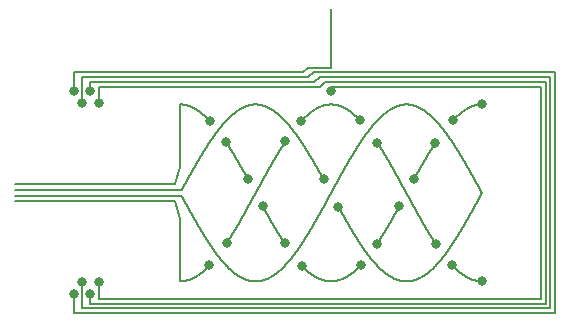
<source format=gtl>
%FSLAX36Y36*%
%MOMM*%
%TF.FileFunction,Copper,L1,Top*%
%TF.Part,Single*%
%LPD*%
%ADD10C,0.2*%
%TA.AperFunction,ViaPad*%
%ADD20C,0.8*%
G01*
D10*
X-26775000Y-0240000D02*
X-12775000Y-0240000D01*
X-12634405Y-0258827D01*
X-12621623Y-0282346D01*
X-12608842Y-0305863D01*
X-12596061Y-0329376D01*
X-12583279Y-0352886D01*
X-12570498Y-0376392D01*
X-12557716Y-0399895D01*
X-12544935Y-0423394D01*
X-12532154Y-0446889D01*
X-12519372Y-0470379D01*
X-12506591Y-0493864D01*
X-12493809Y-0517345D01*
X-12481028Y-0540821D01*
X-12468247Y-0564291D01*
X-12455465Y-0587756D01*
X-12442684Y-0611215D01*
X-12429902Y-0634667D01*
X-12417121Y-0658114D01*
X-12404340Y-0681554D01*
X-12391558Y-0704987D01*
X-12378777Y-0728414D01*
X-12365995Y-0751833D01*
X-12353214Y-0775245D01*
X-12340433Y-0798649D01*
X-12327651Y-0822045D01*
X-12314870Y-0845433D01*
X-12302089Y-0868813D01*
X-12289307Y-0892184D01*
X-12276526Y-0915546D01*
X-12263744Y-0938900D01*
X-12250963Y-0962244D01*
X-12238182Y-0985578D01*
X-12225400Y-1008903D01*
X-12212619Y-1032218D01*
X-12199837Y-1055522D01*
X-12187056Y-1078816D01*
X-12174275Y-1102100D01*
X-12161493Y-1125373D01*
X-12148712Y-1148634D01*
X-12135930Y-1171884D01*
X-12123149Y-1195123D01*
X-12110368Y-1218350D01*
X-12097586Y-1241564D01*
X-12084805Y-1264767D01*
X-12072024Y-1287957D01*
X-12059242Y-1311134D01*
X-12046461Y-1334298D01*
X-12033679Y-1357449D01*
X-12020898Y-1380587D01*
X-12008117Y-1403711D01*
X-11995335Y-1426821D01*
X-11982554Y-1449917D01*
X-11969772Y-1472999D01*
X-11956991Y-1496066D01*
X-11944210Y-1519119D01*
X-11931428Y-1542156D01*
X-11918647Y-1565178D01*
X-11905865Y-1588185D01*
X-11893084Y-1611176D01*
X-11880303Y-1634151D01*
X-11867521Y-1657110D01*
X-11854740Y-1680053D01*
X-11841958Y-1702979D01*
X-11829177Y-1725888D01*
X-11816396Y-1748780D01*
X-11803614Y-1771655D01*
X-11790833Y-1794513D01*
X-11778052Y-1817352D01*
X-11765270Y-1840174D01*
X-11752489Y-1862977D01*
X-11739707Y-1885762D01*
X-11726926Y-1908529D01*
X-11714145Y-1931276D01*
X-11701363Y-1954005D01*
X-11688582Y-1976714D01*
X-11675800Y-1999404D01*
X-11663019Y-2022074D01*
X-11650238Y-2044724D01*
X-11637456Y-2067354D01*
X-11624675Y-2089963D01*
X-11611893Y-2112552D01*
X-11599112Y-2135119D01*
X-11586331Y-2157666D01*
X-11573549Y-2180192D01*
X-11560768Y-2202695D01*
X-11547986Y-2225177D01*
X-11535205Y-2247638D01*
X-11522424Y-2270076D01*
X-11509642Y-2292491D01*
X-11496861Y-2314884D01*
X-11484080Y-2337254D01*
X-11471298Y-2359601D01*
X-11458517Y-2381924D01*
X-11445735Y-2404224D01*
X-11432954Y-2426501D01*
X-11420173Y-2448753D01*
X-11407391Y-2470981D01*
X-11394610Y-2493185D01*
X-11381828Y-2515364D01*
X-11369047Y-2537518D01*
X-11356266Y-2559647D01*
X-11343484Y-2581751D01*
X-11330703Y-2603829D01*
X-11317921Y-2625882D01*
X-11305140Y-2647909D01*
X-11292359Y-2669909D01*
X-11279577Y-2691883D01*
X-11266796Y-2713831D01*
X-11254015Y-2735752D01*
X-11241233Y-2757645D01*
X-11228452Y-2779512D01*
X-11215670Y-2801351D01*
X-11202889Y-2823162D01*
X-11190108Y-2844946D01*
X-11177326Y-2866701D01*
X-11164545Y-2888428D01*
X-11151763Y-2910127D01*
X-11138982Y-2931796D01*
X-11126201Y-2953437D01*
X-11113419Y-2975049D01*
X-11100638Y-2996631D01*
X-11087856Y-3018183D01*
X-11075075Y-3039706D01*
X-11062294Y-3061199D01*
X-11049512Y-3082662D01*
X-11036731Y-3104094D01*
X-11023949Y-3125495D01*
X-11011168Y-3146865D01*
X-10998387Y-3168205D01*
X-10985605Y-3189513D01*
X-10972824Y-3210790D01*
X-10960043Y-3232034D01*
X-10947261Y-3253247D01*
X-10934480Y-3274428D01*
X-10921698Y-3295577D01*
X-10908917Y-3316693D01*
X-10896136Y-3337776D01*
X-10883354Y-3358826D01*
X-10870573Y-3379843D01*
X-10857791Y-3400826D01*
X-10845010Y-3421776D01*
X-10832229Y-3442693D01*
X-10819447Y-3463575D01*
X-10806666Y-3484423D01*
X-10793884Y-3505236D01*
X-10781103Y-3526015D01*
X-10768322Y-3546759D01*
X-10755540Y-3567468D01*
X-10742759Y-3588142D01*
X-10729977Y-3608780D01*
X-10717196Y-3629383D01*
X-10704415Y-3649950D01*
X-10691633Y-3670481D01*
X-10678852Y-3690975D01*
X-10666071Y-3711433D01*
X-10653289Y-3731855D01*
X-10640508Y-3752239D01*
X-10627726Y-3772586D01*
X-10614945Y-3792897D01*
X-10602164Y-3813169D01*
X-10589382Y-3833404D01*
X-10576601Y-3853601D01*
X-10563819Y-3873761D01*
X-10551038Y-3893881D01*
X-10538257Y-3913964D01*
X-10525475Y-3934007D01*
X-10512694Y-3954012D01*
X-10499912Y-3973978D01*
X-10487131Y-3993904D01*
X-10474350Y-4013791D01*
X-10461568Y-4033639D01*
X-10448787Y-4053446D01*
X-10436006Y-4073214D01*
X-10423224Y-4092941D01*
X-10410443Y-4112628D01*
X-10397661Y-4132274D01*
X-10384880Y-4151879D01*
X-10372099Y-4171443D01*
X-10359317Y-4190967D01*
X-10346536Y-4210448D01*
X-10333754Y-4229888D01*
X-10320973Y-4249287D01*
X-10308192Y-4268643D01*
X-10295410Y-4287957D01*
X-10282629Y-4307229D01*
X-10269847Y-4326458D01*
X-10257066Y-4345645D01*
X-10244285Y-4364788D01*
X-10231503Y-4383889D01*
X-10218722Y-4402946D01*
X-10205940Y-4421959D01*
X-10193159Y-4440929D01*
X-10180378Y-4459855D01*
X-10167596Y-4478738D01*
X-10154815Y-4497575D01*
X-10142034Y-4516369D01*
X-10129252Y-4535117D01*
X-10116471Y-4553821D01*
X-10103689Y-4572480D01*
X-10090908Y-4591094D01*
X-10078127Y-4609662D01*
X-10065345Y-4628185D01*
X-10052564Y-4646662D01*
X-10039782Y-4665093D01*
X-10027001Y-4683479D01*
X-10014220Y-4701817D01*
X-10001438Y-4720110D01*
X-9988657Y-4738356D01*
X-9975875Y-4756555D01*
X-9963094Y-4774707D01*
X-9950313Y-4792811D01*
X-9937531Y-4810869D01*
X-9924750Y-4828879D01*
X-9911968Y-4846841D01*
X-9899187Y-4864755D01*
X-9886406Y-4882621D01*
X-9873624Y-4900440D01*
X-9860843Y-4918209D01*
X-9848062Y-4935930D01*
X-9835280Y-4953602D01*
X-9822499Y-4971226D01*
X-9809717Y-4988800D01*
X-9796936Y-5006325D01*
X-9784155Y-5023800D01*
X-9771373Y-5041226D01*
X-9758592Y-5058602D01*
X-9745810Y-5075928D01*
X-9733029Y-5093204D01*
X-9720248Y-5110430D01*
X-9707466Y-5127605D01*
X-9694685Y-5144729D01*
X-9681903Y-5161803D01*
X-9669122Y-5178825D01*
X-9656341Y-5195797D01*
X-9643559Y-5212717D01*
X-9630778Y-5229586D01*
X-9617996Y-5246403D01*
X-9605215Y-5263168D01*
X-9592434Y-5279881D01*
X-9579652Y-5296542D01*
X-9566871Y-5313150D01*
X-9554090Y-5329707D01*
X-9541308Y-5346210D01*
X-9528527Y-5362661D01*
X-9515745Y-5379058D01*
X-9502964Y-5395403D01*
X-9490183Y-5411694D01*
X-9477401Y-5427932D01*
X-9464620Y-5444116D01*
X-9451838Y-5460246D01*
X-9439057Y-5476323D01*
X-9426276Y-5492345D01*
X-9413494Y-5508313D01*
X-9400713Y-5524227D01*
X-9387931Y-5540086D01*
X-9375150Y-5555890D01*
X-9362369Y-5571640D01*
X-9349587Y-5587334D01*
X-9336806Y-5602973D01*
X-9324025Y-5618557D01*
X-9311243Y-5634086D01*
X-9298462Y-5649558D01*
X-9285680Y-5664975D01*
X-9272899Y-5680336D01*
X-9260118Y-5695641D01*
X-9247336Y-5710889D01*
X-9234555Y-5726081D01*
X-9221773Y-5741217D01*
X-9208992Y-5756296D01*
X-9196211Y-5771318D01*
X-9183429Y-5786282D01*
X-9170648Y-5801190D01*
X-9157866Y-5816041D01*
X-9145085Y-5830834D01*
X-9132304Y-5845569D01*
X-9119522Y-5860247D01*
X-9106741Y-5874866D01*
X-9093959Y-5889428D01*
X-9081178Y-5903931D01*
X-9068397Y-5918377D01*
X-9055615Y-5932763D01*
X-9042834Y-5947091D01*
X-9030053Y-5961361D01*
X-9017271Y-5975571D01*
X-9004490Y-5989722D01*
X-8991708Y-6003815D01*
X-8978927Y-6017848D01*
X-8966146Y-6031821D01*
X-8953364Y-6045735D01*
X-8940583Y-6059589D01*
X-8927801Y-6073383D01*
X-8915020Y-6087118D01*
X-8902239Y-6100792D01*
X-8889457Y-6114406D01*
X-8876676Y-6127959D01*
X-8863894Y-6141452D01*
X-8851113Y-6154884D01*
X-8838332Y-6168256D01*
X-8825550Y-6181566D01*
X-8812769Y-6194815D01*
X-8799987Y-6208004D01*
X-8787206Y-6221131D01*
X-8774425Y-6234196D01*
X-8761643Y-6247200D01*
X-8748862Y-6260142D01*
X-8736081Y-6273022D01*
X-8723299Y-6285840D01*
X-8710518Y-6298597D01*
X-8697736Y-6311291D01*
X-8684955Y-6323922D01*
X-8672174Y-6336491D01*
X-8659392Y-6348998D01*
X-8646611Y-6361442D01*
X-8633829Y-6373823D01*
X-8621048Y-6386141D01*
X-8608267Y-6398396D01*
X-8595485Y-6410587D01*
X-8582704Y-6422716D01*
X-8569922Y-6434780D01*
X-8557141Y-6446782D01*
X-8544360Y-6458719D01*
X-8531578Y-6470593D01*
X-8518797Y-6482403D01*
X-8506016Y-6494149D01*
X-8493234Y-6505831D01*
X-8480453Y-6517448D01*
X-8467671Y-6529001D01*
X-8454890Y-6540490D01*
X-8442109Y-6551914D01*
X-8429327Y-6563273D01*
X-8416546Y-6574567D01*
X-8403764Y-6585796D01*
X-8390983Y-6596961D01*
X-8378202Y-6608060D01*
X-8365420Y-6619094D01*
X-8352639Y-6630062D01*
X-8339857Y-6640965D01*
X-8327076Y-6651803D01*
X-8314295Y-6662574D01*
X-8301513Y-6673280D01*
X-8288732Y-6683920D01*
X-8275950Y-6694494D01*
X-8263169Y-6705002D01*
X-8250388Y-6715443D01*
X-8237606Y-6725818D01*
X-8224825Y-6736127D01*
X-8212044Y-6746369D01*
X-8199262Y-6756545D01*
X-8186481Y-6766653D01*
X-8173699Y-6776695D01*
X-8160918Y-6786670D01*
X-8148137Y-6796578D01*
X-8135355Y-6806419D01*
X-8122574Y-6816192D01*
X-8109792Y-6825898D01*
X-8097011Y-6835537D01*
X-8084230Y-6845108D01*
X-8071448Y-6854612D01*
X-8058667Y-6864048D01*
X-8045885Y-6873416D01*
X-8033104Y-6882716D01*
X-8020323Y-6891948D01*
X-8007541Y-6901112D01*
X-7994760Y-6910208D01*
X-7981978Y-6919235D01*
X-7969197Y-6928195D01*
X-7956416Y-6937085D01*
X-7943634Y-6945908D01*
X-7930853Y-6954661D01*
X-7918072Y-6963346D01*
X-7905290Y-6971962D01*
X-7892509Y-6980510D01*
X-7879727Y-6988988D01*
X-7866946Y-6997397D01*
X-7854165Y-7005737D01*
X-7841383Y-7014008D01*
X-7828602Y-7022210D01*
X-7815820Y-7030342D01*
X-7803039Y-7038405D01*
X-7790258Y-7046398D01*
X-7777476Y-7054322D01*
X-7764695Y-7062176D01*
X-7751913Y-7069960D01*
X-7739132Y-7077674D01*
X-7726351Y-7085318D01*
X-7713569Y-7092893D01*
X-7700788Y-7100397D01*
X-7688007Y-7107831D01*
X-7675225Y-7115195D01*
X-7662444Y-7122489D01*
X-7649662Y-7129712D01*
X-7636881Y-7136865D01*
X-7624100Y-7143947D01*
X-7611318Y-7150959D01*
X-7598537Y-7157900D01*
X-7585755Y-7164770D01*
X-7572974Y-7171570D01*
X-7560193Y-7178299D01*
X-7547411Y-7184957D01*
X-7534630Y-7191543D01*
X-7521848Y-7198059D01*
X-7509067Y-7204504D01*
X-7496286Y-7210877D01*
X-7483504Y-7217180D01*
X-7470723Y-7223411D01*
X-7457941Y-7229570D01*
X-7445160Y-7235659D01*
X-7432379Y-7241675D01*
X-7419597Y-7247620D01*
X-7406816Y-7253494D01*
X-7394035Y-7259296D01*
X-7381253Y-7265026D01*
X-7368472Y-7270684D01*
X-7355690Y-7276271D01*
X-7342909Y-7281786D01*
X-7330128Y-7287228D01*
X-7317346Y-7292599D01*
X-7304565Y-7297898D01*
X-7291783Y-7303124D01*
X-7279002Y-7308279D01*
X-7266221Y-7313361D01*
X-7253439Y-7318371D01*
X-7240658Y-7323309D01*
X-7227876Y-7328174D01*
X-7215095Y-7332967D01*
X-7202314Y-7337688D01*
X-7189532Y-7342336D01*
X-7176751Y-7346911D01*
X-7163969Y-7351414D01*
X-7151188Y-7355844D01*
X-7138407Y-7360202D01*
X-7125625Y-7364487D01*
X-7112844Y-7368699D01*
X-7100063Y-7372838D01*
X-7087281Y-7376905D01*
X-7074500Y-7380898D01*
X-7061718Y-7384819D01*
X-7048937Y-7388667D01*
X-7036156Y-7392441D01*
X-7023374Y-7396143D01*
X-7010593Y-7399772D01*
X-6997811Y-7403327D01*
X-6985030Y-7406809D01*
X-6972249Y-7410219D01*
X-6959467Y-7413555D01*
X-6946686Y-7416817D01*
X-6933904Y-7420007D01*
X-6921123Y-7423123D01*
X-6908342Y-7426166D01*
X-6895560Y-7429135D01*
X-6882779Y-7432031D01*
X-6869997Y-7434854D01*
X-6857216Y-7437603D01*
X-6844435Y-7440279D01*
X-6831653Y-7442881D01*
X-6818872Y-7445410D01*
X-6806091Y-7447865D01*
X-6793309Y-7450246D01*
X-6780528Y-7452554D01*
X-6767746Y-7454789D01*
X-6754965Y-7456949D01*
X-6742184Y-7459036D01*
X-6729402Y-7461050D01*
X-6716621Y-7462989D01*
X-6703839Y-7464855D01*
X-6691058Y-7466647D01*
X-6678277Y-7468365D01*
X-6665495Y-7470010D01*
X-6652714Y-7471581D01*
X-6639932Y-7473078D01*
X-6627151Y-7474501D01*
X-6614370Y-7475850D01*
X-6601588Y-7477125D01*
X-6588807Y-7478327D01*
X-6576026Y-7479455D01*
X-6563244Y-7480508D01*
X-6550463Y-7481488D01*
X-6537681Y-7482394D01*
X-6524900Y-7483226D01*
X-6512119Y-7483984D01*
X-6499337Y-7484668D01*
X-6486556Y-7485279D01*
X-6473774Y-7485815D01*
X-6460993Y-7486277D01*
X-6448212Y-7486666D01*
X-6435430Y-7486980D01*
X-6422649Y-7487220D01*
X-6409867Y-7487387D01*
X-6397086Y-7487479D01*
X-6384305Y-7487498D01*
X-6371523Y-7487442D01*
X-6358742Y-7487313D01*
X-6345960Y-7487109D01*
X-6333179Y-7486832D01*
X-6320398Y-7486481D01*
X-6307616Y-7486055D01*
X-6294835Y-7485556D01*
X-6282054Y-7484983D01*
X-6269272Y-7484336D01*
X-6256491Y-7483614D01*
X-6243709Y-7482819D01*
X-6230928Y-7481950D01*
X-6218147Y-7481008D01*
X-6205365Y-7479991D01*
X-6192584Y-7478900D01*
X-6179802Y-7477735D01*
X-6167021Y-7476497D01*
X-6154240Y-7475185D01*
X-6141458Y-7473798D01*
X-6128677Y-7472338D01*
X-6115895Y-7470805D01*
X-6103114Y-7469197D01*
X-6090333Y-7467515D01*
X-6077551Y-7465760D01*
X-6064770Y-7463931D01*
X-6051988Y-7462029D01*
X-6039207Y-7460052D01*
X-6026426Y-7458002D01*
X-6013644Y-7455878D01*
X-6000863Y-7453681D01*
X-5988082Y-7451410D01*
X-5975300Y-7449065D01*
X-5962519Y-7446647D01*
X-5949737Y-7444155D01*
X-5936956Y-7441589D01*
X-5924175Y-7438950D01*
X-5911393Y-7436238D01*
X-5898612Y-7433452D01*
X-5885830Y-7430593D01*
X-5873049Y-7427660D01*
X-5860268Y-7424654D01*
X-5847486Y-7421574D01*
X-5834705Y-7418421D01*
X-5821923Y-7415195D01*
X-5809142Y-7411896D01*
X-5796361Y-7408523D01*
X-5783579Y-7405077D01*
X-5770798Y-7401558D01*
X-5758017Y-7397966D01*
X-5745235Y-7394301D01*
X-5732454Y-7390563D01*
X-5719672Y-7386752D01*
X-5706891Y-7382868D01*
X-5694110Y-7378910D01*
X-5681328Y-7374880D01*
X-5668547Y-7370778D01*
X-5655765Y-7366602D01*
X-5642984Y-7362353D01*
X-5630203Y-7358032D01*
X-5617421Y-7353638D01*
X-5604640Y-7349172D01*
X-5591858Y-7344632D01*
X-5579077Y-7340021D01*
X-5566296Y-7335336D01*
X-5553514Y-7330580D01*
X-5540733Y-7325751D01*
X-5527951Y-7320849D01*
X-5515170Y-7315875D01*
X-5502389Y-7310829D01*
X-5489607Y-7305711D01*
X-5476826Y-7300520D01*
X-5464045Y-7295257D01*
X-5451263Y-7289923D01*
X-5438482Y-7284516D01*
X-5425700Y-7279037D01*
X-5412919Y-7273487D01*
X-5400138Y-7267864D01*
X-5387356Y-7262170D01*
X-5374575Y-7256404D01*
X-5361793Y-7250566D01*
X-5349012Y-7244657D01*
X-5336231Y-7238676D01*
X-5323449Y-7232623D01*
X-5310668Y-7226499D01*
X-5297886Y-7220304D01*
X-5285105Y-7214038D01*
X-5272324Y-7207700D01*
X-5259542Y-7201291D01*
X-5246761Y-7194810D01*
X-5233979Y-7188259D01*
X-5221198Y-7181637D01*
X-5208417Y-7174943D01*
X-5195635Y-7168179D01*
X-5182854Y-7161344D01*
X-5170073Y-7154438D01*
X-5157291Y-7147462D01*
X-5144510Y-7140415D01*
X-5131728Y-7133297D01*
X-5118947Y-7126109D01*
X-5106166Y-7118851D01*
X-5093384Y-7111522D01*
X-5080603Y-7104123D01*
X-5067821Y-7096654D01*
X-5055040Y-7089114D01*
X-5042259Y-7081505D01*
X-5029477Y-7073826D01*
X-5016696Y-7066076D01*
X-5003914Y-7058257D01*
X-4991133Y-7050368D01*
X-4978352Y-7042410D01*
X-4965570Y-7034382D01*
X-4952789Y-7026285D01*
X-4940008Y-7018118D01*
X-4927226Y-7009881D01*
X-4914445Y-7001576D01*
X-4901663Y-6993201D01*
X-4888882Y-6984757D01*
X-4876101Y-6976245D01*
X-4863319Y-6967663D01*
X-4850538Y-6959012D01*
X-4837756Y-6950293D01*
X-4824975Y-6941505D01*
X-4812194Y-6932649D01*
X-4799412Y-6923724D01*
X-4786631Y-6914730D01*
X-4773849Y-6905668D01*
X-4761068Y-6896539D01*
X-4748287Y-6887340D01*
X-4735505Y-6878074D01*
X-4722724Y-6868740D01*
X-4709942Y-6859338D01*
X-4697161Y-6849869D01*
X-4684380Y-6840331D01*
X-4671598Y-6830726D01*
X-4658817Y-6821054D01*
X-4646036Y-6811314D01*
X-4633254Y-6801507D01*
X-4620473Y-6791632D01*
X-4607691Y-6781691D01*
X-4594910Y-6771683D01*
X-4582129Y-6761607D01*
X-4569347Y-6751465D01*
X-4556566Y-6741256D01*
X-4543784Y-6730981D01*
X-4531003Y-6720639D01*
X-4518222Y-6710231D01*
X-4505440Y-6699756D01*
X-4492659Y-6689215D01*
X-4479877Y-6678608D01*
X-4467096Y-6667935D01*
X-4454315Y-6657197D01*
X-4441533Y-6646392D01*
X-4428752Y-6635522D01*
X-4415970Y-6624586D01*
X-4403189Y-6613585D01*
X-4390408Y-6602519D01*
X-4377626Y-6591387D01*
X-4364845Y-6580190D01*
X-4352064Y-6568928D01*
X-4339282Y-6557601D01*
X-4326501Y-6546210D01*
X-4313719Y-6534753D01*
X-4300938Y-6523233D01*
X-4288157Y-6511647D01*
X-4275375Y-6499998D01*
X-4262594Y-6488284D01*
X-4249812Y-6476506D01*
X-4237031Y-6464664D01*
X-4224250Y-6452759D01*
X-4211468Y-6440789D01*
X-4198687Y-6428756D01*
X-4185905Y-6416659D01*
X-4173124Y-6404499D01*
X-4160343Y-6392276D01*
X-4147561Y-6379989D01*
X-4134780Y-6367640D01*
X-4121998Y-6355228D01*
X-4109217Y-6342752D01*
X-4096436Y-6330215D01*
X-4083654Y-6317614D01*
X-4070873Y-6304951D01*
X-4058092Y-6292226D01*
X-4045310Y-6279439D01*
X-4032529Y-6266590D01*
X-4019747Y-6253679D01*
X-4006966Y-6240706D01*
X-3994185Y-6227671D01*
X-3981403Y-6214575D01*
X-3968622Y-6201417D01*
X-3955840Y-6188198D01*
X-3943059Y-6174918D01*
X-3930278Y-6161577D01*
X-3917496Y-6148176D01*
X-3904715Y-6134713D01*
X-3891933Y-6121190D01*
X-3879152Y-6107606D01*
X-3866371Y-6093962D01*
X-3853589Y-6080258D01*
X-3840808Y-6066494D01*
X-3828027Y-6052669D01*
X-3815245Y-6038785D01*
X-3802464Y-6024842D01*
X-3789682Y-6010839D01*
X-3776901Y-5996776D01*
X-3764120Y-5982654D01*
X-3751338Y-5968473D01*
X-3738557Y-5954233D01*
X-3725775Y-5939935D01*
X-3712994Y-5925577D01*
X-3700213Y-5911161D01*
X-3687431Y-5896687D01*
X-3674650Y-5882154D01*
X-3661868Y-5867564D01*
X-3649087Y-5852915D01*
X-3636306Y-5838208D01*
X-3623524Y-5823444D01*
X-3610743Y-5808623D01*
X-3597961Y-5793743D01*
X-3585180Y-5778807D01*
X-3572399Y-5763814D01*
X-3559617Y-5748763D01*
X-3546836Y-5733656D01*
X-3534055Y-5718492D01*
X-3521273Y-5703272D01*
X-3508492Y-5687995D01*
X-3495710Y-5672663D01*
X-3482929Y-5657274D01*
X-3470148Y-5641829D01*
X-3457366Y-5626328D01*
X-3444585Y-5610772D01*
X-3431803Y-5595161D01*
X-3419022Y-5579494D01*
X-3406241Y-5563772D01*
X-3393459Y-5547995D01*
X-3380678Y-5532163D01*
X-3367896Y-5516277D01*
X-3355115Y-5500336D01*
X-3342334Y-5484341D01*
X-3329552Y-5468291D01*
X-3316771Y-5452188D01*
X-3303989Y-5436031D01*
X-3291208Y-5419820D01*
X-3278427Y-5403555D01*
X-3265645Y-5387237D01*
X-3252864Y-5370866D01*
X-3240083Y-5354442D01*
X-3227301Y-5337965D01*
X-3214520Y-5321435D01*
X-3201738Y-5304853D01*
X-3188957Y-5288218D01*
X-3176176Y-5271531D01*
X-3163394Y-5254792D01*
X-3150613Y-5238001D01*
X-3137831Y-5221158D01*
X-3125050Y-5204263D01*
X-3112269Y-5187318D01*
X-3099487Y-5170321D01*
X-3086706Y-5153272D01*
X-3073924Y-5136173D01*
X-3061143Y-5119024D01*
X-3048362Y-5101823D01*
X-3035580Y-5084572D01*
X-3022799Y-5067271D01*
X-3010018Y-5049920D01*
X-2997236Y-5032519D01*
X-2984455Y-5015069D01*
X-2971673Y-4997569D01*
X-2958892Y-4980019D01*
X-2946111Y-4962420D01*
X-2933329Y-4944772D01*
X-2920548Y-4927076D01*
X-2907766Y-4909330D01*
X-2894985Y-4891537D01*
X-2882204Y-4873694D01*
X-2869422Y-4855804D01*
X-2856641Y-4837866D01*
X-2843859Y-4819880D01*
X-2831078Y-4801846D01*
X-2818297Y-4783765D01*
X-2805515Y-4765636D01*
X-2792734Y-4747461D01*
X-2779952Y-4729239D01*
X-2767171Y-4710969D01*
X-2754390Y-4692654D01*
X-2741608Y-4674292D01*
X-2728827Y-4655884D01*
X-2716046Y-4637429D01*
X-2703264Y-4618929D01*
X-2690483Y-4600384D01*
X-2677701Y-4581793D01*
X-2664920Y-4563156D01*
X-2652139Y-4544475D01*
X-2639357Y-4525749D01*
X-2626576Y-4506977D01*
X-2613794Y-4488162D01*
X-2601013Y-4469302D01*
X-2588232Y-4450398D01*
X-2575450Y-4431450D01*
X-2562669Y-4412458D01*
X-2549887Y-4393423D01*
X-2537106Y-4374344D01*
X-2524325Y-4355222D01*
X-2511543Y-4336057D01*
X-2498762Y-4316849D01*
X-2485980Y-4297598D01*
X-2473199Y-4278305D01*
X-2460418Y-4258970D01*
X-2447636Y-4239593D01*
X-2434855Y-4220174D01*
X-2422074Y-4200713D01*
X-2409292Y-4181210D01*
X-2396511Y-4161666D01*
X-2383729Y-4142082D01*
X-2370948Y-4122456D01*
X-2358167Y-4102789D01*
X-2345385Y-4083082D01*
X-2332604Y-4063335D01*
X-2319822Y-4043547D01*
X-2307041Y-4023720D01*
X-2294260Y-4003853D01*
X-2281478Y-3983946D01*
X-2268697Y-3964000D01*
X-2255915Y-3944015D01*
X-2243134Y-3923990D01*
X-2230353Y-3903927D01*
X-2217571Y-3883826D01*
X-2204790Y-3863686D01*
X-2192009Y-3843508D01*
X-2179227Y-3823292D01*
X-2166446Y-3803038D01*
X-2153664Y-3782746D01*
X-2140883Y-3762417D01*
X-2128102Y-3742051D01*
X-2115320Y-3721648D01*
X-2102539Y-3701209D01*
X-2089757Y-3680732D01*
X-2076976Y-3660220D01*
X-2064195Y-3639671D01*
X-2051413Y-3619086D01*
X-2038632Y-3598466D01*
X-2025850Y-3577810D01*
X-2013069Y-3557118D01*
X-2000288Y-3536392D01*
X-1987506Y-3515630D01*
X-1974725Y-3494834D01*
X-1961943Y-3474003D01*
X-1949162Y-3453138D01*
X-1936381Y-3432239D01*
X-1923599Y-3411306D01*
X-1910818Y-3390339D01*
X-1898037Y-3369339D01*
X-1885255Y-3348305D01*
X-1872474Y-3327238D01*
X-1859692Y-3306139D01*
X-1846911Y-3285007D01*
X-1834130Y-3263842D01*
X-1821348Y-3242645D01*
X-1808567Y-3221416D01*
X-1795785Y-3200155D01*
X-1783004Y-3178863D01*
X-1770223Y-3157539D01*
X-1757441Y-3136184D01*
X-1744660Y-3114798D01*
X-1731878Y-3093381D01*
X-1719097Y-3071934D01*
X-1706316Y-3050456D01*
X-1693534Y-3028949D01*
X-1680753Y-3007411D01*
X-1667971Y-2985843D01*
X-1655190Y-2964247D01*
X-1642409Y-2942620D01*
X-1629627Y-2920965D01*
X-1616846Y-2899281D01*
X-1604065Y-2877568D01*
X-1591283Y-2855827D01*
X-1578502Y-2834058D01*
X-1565720Y-2812260D01*
X-1552939Y-2790435D01*
X-1540158Y-2768582D01*
X-1527376Y-2746702D01*
X-1514595Y-2724795D01*
X-1501813Y-2702861D01*
X-1489032Y-2680900D01*
X-1476251Y-2658912D01*
X-1463469Y-2636899D01*
X-1450688Y-2614859D01*
X-1437906Y-2592793D01*
X-1425125Y-2570702D01*
X-1412344Y-2548586D01*
X-1399562Y-2526444D01*
X-1386781Y-2504277D01*
X-1373999Y-2482086D01*
X-1361218Y-2459870D01*
X-1348437Y-2437630D01*
X-1335655Y-2415365D01*
X-1322874Y-2393077D01*
X-1310093Y-2370765D01*
X-1297311Y-2348430D01*
X-1284530Y-2326072D01*
X-1271748Y-2303690D01*
X-1258967Y-2281286D01*
X-1246186Y-2258859D01*
X-1233404Y-2236410D01*
X-1220623Y-2213939D01*
X-1207841Y-2191446D01*
X-1195060Y-2168931D01*
X-1182279Y-2146395D01*
X-1169497Y-2123838D01*
X-1156716Y-2101260D01*
X-1143934Y-2078661D01*
X-1131153Y-2056041D01*
X-1118372Y-2033401D01*
X-1105590Y-2010741D01*
X-1092809Y-1988062D01*
X-1080028Y-1965362D01*
X-1067246Y-1942643D01*
X-1054465Y-1919905D01*
X-1041683Y-1897148D01*
X-1028902Y-1874372D01*
X-1016121Y-1851578D01*
X-1003339Y-1828765D01*
X-0990558Y-1805935D01*
X-0977776Y-1783086D01*
X-0964995Y-1760220D01*
X-0952214Y-1737336D01*
X-0939432Y-1714436D01*
X-0926651Y-1691518D01*
X-0913869Y-1668584D01*
X-0901088Y-1645633D01*
X-0888307Y-1622666D01*
X-0875525Y-1599683D01*
X-0862744Y-1576684D01*
X-0849962Y-1553669D01*
X-0837181Y-1530639D01*
X-0824400Y-1507594D01*
X-0811618Y-1484535D01*
X-0798837Y-1461460D01*
X-0786056Y-1438371D01*
X-0773274Y-1415268D01*
X-0760493Y-1392151D01*
X-0747711Y-1369020D01*
X-0734930Y-1345875D01*
X-0722149Y-1322718D01*
X-0709367Y-1299547D01*
X-0696586Y-1276363D01*
X-0683804Y-1253167D01*
X-0671023Y-1229958D01*
X-0658242Y-1206738D01*
X-0645460Y-1183505D01*
X-0632679Y-1160261D01*
X-0619897Y-1137005D01*
X-0607116Y-1113738D01*
X-0594335Y-1090459D01*
X-0581553Y-1067171D01*
X-0568772Y-1043871D01*
X-0555990Y-1020561D01*
X-0543209Y-0997242D01*
X-0530428Y-0973912D01*
X-0517646Y-0950573D01*
X-0504865Y-0927224D01*
X-0492084Y-0903866D01*
X-0479302Y-0880499D01*
X-0466521Y-0857124D01*
X-0453739Y-0833740D01*
X-0440958Y-0810348D01*
X-0428177Y-0786948D01*
X-0415395Y-0763540D01*
X-0402614Y-0740124D01*
X-0389832Y-0716702D01*
X-0377051Y-0693272D01*
X-0364270Y-0669835D01*
X-0351488Y-0646392D01*
X-0338707Y-0622942D01*
X-0325925Y-0599486D01*
X-0313144Y-0576024D01*
X-0300363Y-0552557D01*
X-0287581Y-0529084D01*
X-0274800Y-0505605D01*
X-0262019Y-0482122D01*
X-0249237Y-0458634D01*
X-0236456Y-0435142D01*
X-0223674Y-0411645D01*
X-0210893Y-0388144D01*
X-0198112Y-0364640D01*
X-0185330Y-0341131D01*
X-0172549Y-0317620D01*
X-0159767Y-0294105D01*
X-0146986Y-0270587D01*
X-0134205Y-0247067D01*
X-0121423Y-0223544D01*
X-0108642Y-0200019D01*
X-0095860Y-0176492D01*
X-0083079Y-0152963D01*
X-0070298Y-0129433D01*
X-0057516Y-0105901D01*
X-0044735Y-0082369D01*
X-0031953Y-0058836D01*
X-0019172Y-0035302D01*
X-0006391Y-0011767D01*
X0006391Y0011767D01*
X0019172Y0035302D01*
X0031953Y0058836D01*
X0044735Y0082369D01*
X0057516Y0105901D01*
X0070298Y0129433D01*
X0083079Y0152963D01*
X0095860Y0176492D01*
X0108642Y0200019D01*
X0121423Y0223544D01*
X0134205Y0247067D01*
X0146986Y0270587D01*
X0159767Y0294105D01*
X0172549Y0317620D01*
X0185330Y0341131D01*
X0198112Y0364640D01*
X0210893Y0388144D01*
X0223674Y0411645D01*
X0236456Y0435142D01*
X0249237Y0458634D01*
X0262019Y0482122D01*
X0274800Y0505605D01*
X0287581Y0529084D01*
X0300363Y0552557D01*
X0313144Y0576024D01*
X0325925Y0599486D01*
X0338707Y0622942D01*
X0351488Y0646392D01*
X0364270Y0669835D01*
X0377051Y0693272D01*
X0389832Y0716702D01*
X0402614Y0740124D01*
X0415395Y0763540D01*
X0428177Y0786948D01*
X0440958Y0810348D01*
X0453739Y0833740D01*
X0466521Y0857124D01*
X0479302Y0880499D01*
X0492084Y0903866D01*
X0504865Y0927224D01*
X0517646Y0950573D01*
X0530428Y0973912D01*
X0543209Y0997242D01*
X0555990Y1020561D01*
X0568772Y1043871D01*
X0581553Y1067171D01*
X0594335Y1090459D01*
X0607116Y1113738D01*
X0619897Y1137005D01*
X0632679Y1160261D01*
X0645460Y1183505D01*
X0658242Y1206738D01*
X0671023Y1229958D01*
X0683804Y1253167D01*
X0696586Y1276363D01*
X0709367Y1299547D01*
X0722149Y1322718D01*
X0734930Y1345875D01*
X0747711Y1369020D01*
X0760493Y1392151D01*
X0773274Y1415268D01*
X0786056Y1438371D01*
X0798837Y1461460D01*
X0811618Y1484535D01*
X0824400Y1507594D01*
X0837181Y1530639D01*
X0849962Y1553669D01*
X0862744Y1576684D01*
X0875525Y1599683D01*
X0888307Y1622666D01*
X0901088Y1645633D01*
X0913869Y1668584D01*
X0926651Y1691518D01*
X0939432Y1714436D01*
X0952214Y1737336D01*
X0964995Y1760220D01*
X0977776Y1783086D01*
X0990558Y1805935D01*
X1003339Y1828765D01*
X1016121Y1851578D01*
X1028902Y1874372D01*
X1041683Y1897148D01*
X1054465Y1919905D01*
X1067246Y1942643D01*
X1080028Y1965362D01*
X1092809Y1988062D01*
X1105590Y2010741D01*
X1118372Y2033401D01*
X1131153Y2056041D01*
X1143934Y2078661D01*
X1156716Y2101260D01*
X1169497Y2123838D01*
X1182279Y2146395D01*
X1195060Y2168931D01*
X1207841Y2191446D01*
X1220623Y2213939D01*
X1233404Y2236410D01*
X1246186Y2258859D01*
X1258967Y2281286D01*
X1271748Y2303690D01*
X1284530Y2326072D01*
X1297311Y2348430D01*
X1310093Y2370765D01*
X1322874Y2393077D01*
X1335655Y2415365D01*
X1348437Y2437630D01*
X1361218Y2459870D01*
X1373999Y2482086D01*
X1386781Y2504277D01*
X1399562Y2526444D01*
X1412344Y2548586D01*
X1425125Y2570702D01*
X1437906Y2592793D01*
X1450688Y2614859D01*
X1463469Y2636899D01*
X1476251Y2658912D01*
X1489032Y2680900D01*
X1501813Y2702861D01*
X1514595Y2724795D01*
X1527376Y2746702D01*
X1540158Y2768582D01*
X1552939Y2790435D01*
X1565720Y2812260D01*
X1578502Y2834058D01*
X1591283Y2855827D01*
X1604065Y2877568D01*
X1616846Y2899281D01*
X1629627Y2920965D01*
X1642409Y2942620D01*
X1655190Y2964247D01*
X1667971Y2985843D01*
X1680753Y3007411D01*
X1693534Y3028949D01*
X1706316Y3050456D01*
X1719097Y3071934D01*
X1731878Y3093381D01*
X1744660Y3114798D01*
X1757441Y3136184D01*
X1770223Y3157539D01*
X1783004Y3178863D01*
X1795785Y3200155D01*
X1808567Y3221416D01*
X1821348Y3242645D01*
X1834130Y3263842D01*
X1846911Y3285007D01*
X1859692Y3306139D01*
X1872474Y3327238D01*
X1885255Y3348305D01*
X1898037Y3369339D01*
X1910818Y3390339D01*
X1923599Y3411306D01*
X1936381Y3432239D01*
X1949162Y3453138D01*
X1961943Y3474003D01*
X1974725Y3494834D01*
X1987506Y3515630D01*
X2000288Y3536392D01*
X2013069Y3557118D01*
X2025850Y3577810D01*
X2038632Y3598466D01*
X2051413Y3619086D01*
X2064195Y3639671D01*
X2076976Y3660220D01*
X2089757Y3680732D01*
X2102539Y3701209D01*
X2115320Y3721648D01*
X2128102Y3742051D01*
X2140883Y3762417D01*
X2153664Y3782746D01*
X2166446Y3803038D01*
X2179227Y3823292D01*
X2192009Y3843508D01*
X2204790Y3863686D01*
X2217571Y3883826D01*
X2230353Y3903927D01*
X2243134Y3923990D01*
X2255915Y3944015D01*
X2268697Y3964000D01*
X2281478Y3983946D01*
X2294260Y4003853D01*
X2307041Y4023720D01*
X2319822Y4043547D01*
X2332604Y4063335D01*
X2345385Y4083082D01*
X2358167Y4102789D01*
X2370948Y4122456D01*
X2383729Y4142082D01*
X2396511Y4161666D01*
X2409292Y4181210D01*
X2422074Y4200713D01*
X2434855Y4220174D01*
X2447636Y4239593D01*
X2460418Y4258970D01*
X2473199Y4278305D01*
X2485980Y4297598D01*
X2498762Y4316849D01*
X2511543Y4336057D01*
X2524325Y4355222D01*
X2537106Y4374344D01*
X2549887Y4393423D01*
X2562669Y4412458D01*
X2575450Y4431450D01*
X2588232Y4450398D01*
X2601013Y4469302D01*
X2613794Y4488162D01*
X2626576Y4506977D01*
X2639357Y4525749D01*
X2652139Y4544475D01*
X2664920Y4563156D01*
X2677701Y4581793D01*
X2690483Y4600384D01*
X2703264Y4618929D01*
X2716046Y4637429D01*
X2728827Y4655884D01*
X2741608Y4674292D01*
X2754390Y4692654D01*
X2767171Y4710969D01*
X2779952Y4729239D01*
X2792734Y4747461D01*
X2805515Y4765636D01*
X2818297Y4783765D01*
X2831078Y4801846D01*
X2843859Y4819880D01*
X2856641Y4837866D01*
X2869422Y4855804D01*
X2882204Y4873694D01*
X2894985Y4891537D01*
X2907766Y4909330D01*
X2920548Y4927076D01*
X2933329Y4944772D01*
X2946111Y4962420D01*
X2958892Y4980019D01*
X2971673Y4997569D01*
X2984455Y5015069D01*
X2997236Y5032519D01*
X3010018Y5049920D01*
X3022799Y5067271D01*
X3035580Y5084572D01*
X3048362Y5101823D01*
X3061143Y5119024D01*
X3073924Y5136173D01*
X3086706Y5153272D01*
X3099487Y5170321D01*
X3112269Y5187318D01*
X3125050Y5204263D01*
X3137831Y5221158D01*
X3150613Y5238001D01*
X3163394Y5254792D01*
X3176176Y5271531D01*
X3188957Y5288218D01*
X3201738Y5304853D01*
X3214520Y5321435D01*
X3227301Y5337965D01*
X3240083Y5354442D01*
X3252864Y5370866D01*
X3265645Y5387237D01*
X3278427Y5403555D01*
X3291208Y5419820D01*
X3303989Y5436031D01*
X3316771Y5452188D01*
X3329552Y5468291D01*
X3342334Y5484341D01*
X3355115Y5500336D01*
X3367896Y5516277D01*
X3380678Y5532163D01*
X3393459Y5547995D01*
X3406241Y5563772D01*
X3419022Y5579494D01*
X3431803Y5595161D01*
X3444585Y5610772D01*
X3457366Y5626328D01*
X3470148Y5641829D01*
X3482929Y5657274D01*
X3495710Y5672663D01*
X3508492Y5687995D01*
X3521273Y5703272D01*
X3534055Y5718492D01*
X3546836Y5733656D01*
X3559617Y5748763D01*
X3572399Y5763814D01*
X3585180Y5778807D01*
X3597961Y5793743D01*
X3610743Y5808623D01*
X3623524Y5823444D01*
X3636306Y5838208D01*
X3649087Y5852915D01*
X3661868Y5867564D01*
X3674650Y5882154D01*
X3687431Y5896687D01*
X3700213Y5911161D01*
X3712994Y5925577D01*
X3725775Y5939935D01*
X3738557Y5954233D01*
X3751338Y5968473D01*
X3764120Y5982654D01*
X3776901Y5996776D01*
X3789682Y6010839D01*
X3802464Y6024842D01*
X3815245Y6038785D01*
X3828027Y6052669D01*
X3840808Y6066494D01*
X3853589Y6080258D01*
X3866371Y6093962D01*
X3879152Y6107606D01*
X3891933Y6121190D01*
X3904715Y6134713D01*
X3917496Y6148176D01*
X3930278Y6161577D01*
X3943059Y6174918D01*
X3955840Y6188198D01*
X3968622Y6201417D01*
X3981403Y6214575D01*
X3994185Y6227671D01*
X4006966Y6240706D01*
X4019747Y6253679D01*
X4032529Y6266590D01*
X4045310Y6279439D01*
X4058092Y6292226D01*
X4070873Y6304951D01*
X4083654Y6317614D01*
X4096436Y6330215D01*
X4109217Y6342752D01*
X4121998Y6355228D01*
X4134780Y6367640D01*
X4147561Y6379989D01*
X4160343Y6392276D01*
X4173124Y6404499D01*
X4185905Y6416659D01*
X4198687Y6428756D01*
X4211468Y6440789D01*
X4224250Y6452759D01*
X4237031Y6464664D01*
X4249812Y6476506D01*
X4262594Y6488284D01*
X4275375Y6499998D01*
X4288157Y6511647D01*
X4300938Y6523233D01*
X4313719Y6534753D01*
X4326501Y6546210D01*
X4339282Y6557601D01*
X4352064Y6568928D01*
X4364845Y6580190D01*
X4377626Y6591387D01*
X4390408Y6602519D01*
X4403189Y6613585D01*
X4415970Y6624586D01*
X4428752Y6635522D01*
X4441533Y6646392D01*
X4454315Y6657197D01*
X4467096Y6667935D01*
X4479877Y6678608D01*
X4492659Y6689215D01*
X4505440Y6699756D01*
X4518222Y6710231D01*
X4531003Y6720639D01*
X4543784Y6730981D01*
X4556566Y6741256D01*
X4569347Y6751465D01*
X4582129Y6761607D01*
X4594910Y6771683D01*
X4607691Y6781691D01*
X4620473Y6791632D01*
X4633254Y6801507D01*
X4646036Y6811314D01*
X4658817Y6821054D01*
X4671598Y6830726D01*
X4684380Y6840331D01*
X4697161Y6849869D01*
X4709942Y6859338D01*
X4722724Y6868740D01*
X4735505Y6878074D01*
X4748287Y6887340D01*
X4761068Y6896539D01*
X4773849Y6905668D01*
X4786631Y6914730D01*
X4799412Y6923724D01*
X4812194Y6932649D01*
X4824975Y6941505D01*
X4837756Y6950293D01*
X4850538Y6959012D01*
X4863319Y6967663D01*
X4876101Y6976245D01*
X4888882Y6984757D01*
X4901663Y6993201D01*
X4914445Y7001576D01*
X4927226Y7009881D01*
X4940008Y7018118D01*
X4952789Y7026285D01*
X4965570Y7034382D01*
X4978352Y7042410D01*
X4991133Y7050368D01*
X5003914Y7058257D01*
X5016696Y7066076D01*
X5029477Y7073826D01*
X5042259Y7081505D01*
X5055040Y7089114D01*
X5067821Y7096654D01*
X5080603Y7104123D01*
X5093384Y7111522D01*
X5106166Y7118851D01*
X5118947Y7126109D01*
X5131728Y7133297D01*
X5144510Y7140415D01*
X5157291Y7147462D01*
X5170073Y7154438D01*
X5182854Y7161344D01*
X5195635Y7168179D01*
X5208417Y7174943D01*
X5221198Y7181637D01*
X5233979Y7188259D01*
X5246761Y7194810D01*
X5259542Y7201291D01*
X5272324Y7207700D01*
X5285105Y7214038D01*
X5297886Y7220304D01*
X5310668Y7226499D01*
X5323449Y7232623D01*
X5336231Y7238676D01*
X5349012Y7244657D01*
X5361793Y7250566D01*
X5374575Y7256404D01*
X5387356Y7262170D01*
X5400138Y7267864D01*
X5412919Y7273487D01*
X5425700Y7279037D01*
X5438482Y7284516D01*
X5451263Y7289923D01*
X5464045Y7295257D01*
X5476826Y7300520D01*
X5489607Y7305711D01*
X5502389Y7310829D01*
X5515170Y7315875D01*
X5527951Y7320849D01*
X5540733Y7325751D01*
X5553514Y7330580D01*
X5566296Y7335336D01*
X5579077Y7340021D01*
X5591858Y7344632D01*
X5604640Y7349172D01*
X5617421Y7353638D01*
X5630203Y7358032D01*
X5642984Y7362353D01*
X5655765Y7366602D01*
X5668547Y7370778D01*
X5681328Y7374880D01*
X5694110Y7378910D01*
X5706891Y7382868D01*
X5719672Y7386752D01*
X5732454Y7390563D01*
X5745235Y7394301D01*
X5758017Y7397966D01*
X5770798Y7401558D01*
X5783579Y7405077D01*
X5796361Y7408523D01*
X5809142Y7411896D01*
X5821923Y7415195D01*
X5834705Y7418421D01*
X5847486Y7421574D01*
X5860268Y7424654D01*
X5873049Y7427660D01*
X5885830Y7430593D01*
X5898612Y7433452D01*
X5911393Y7436238D01*
X5924175Y7438950D01*
X5936956Y7441589D01*
X5949737Y7444155D01*
X5962519Y7446647D01*
X5975300Y7449065D01*
X5988082Y7451410D01*
X6000863Y7453681D01*
X6013644Y7455878D01*
X6026426Y7458002D01*
X6039207Y7460052D01*
X6051988Y7462029D01*
X6064770Y7463931D01*
X6077551Y7465760D01*
X6090333Y7467515D01*
X6103114Y7469197D01*
X6115895Y7470805D01*
X6128677Y7472338D01*
X6141458Y7473798D01*
X6154240Y7475185D01*
X6167021Y7476497D01*
X6179802Y7477735D01*
X6192584Y7478900D01*
X6205365Y7479991D01*
X6218147Y7481008D01*
X6230928Y7481950D01*
X6243709Y7482819D01*
X6256491Y7483614D01*
X6269272Y7484336D01*
X6282054Y7484983D01*
X6294835Y7485556D01*
X6307616Y7486055D01*
X6320398Y7486481D01*
X6333179Y7486832D01*
X6345960Y7487109D01*
X6358742Y7487313D01*
X6371523Y7487442D01*
X6384305Y7487498D01*
X6397086Y7487479D01*
X6409867Y7487387D01*
X6422649Y7487220D01*
X6435430Y7486980D01*
X6448212Y7486666D01*
X6460993Y7486277D01*
X6473774Y7485815D01*
X6486556Y7485279D01*
X6499337Y7484668D01*
X6512119Y7483984D01*
X6524900Y7483226D01*
X6537681Y7482394D01*
X6550463Y7481488D01*
X6563244Y7480508D01*
X6576026Y7479455D01*
X6588807Y7478327D01*
X6601588Y7477125D01*
X6614370Y7475850D01*
X6627151Y7474501D01*
X6639932Y7473078D01*
X6652714Y7471581D01*
X6665495Y7470010D01*
X6678277Y7468365D01*
X6691058Y7466647D01*
X6703839Y7464855D01*
X6716621Y7462989D01*
X6729402Y7461050D01*
X6742184Y7459036D01*
X6754965Y7456949D01*
X6767746Y7454789D01*
X6780528Y7452554D01*
X6793309Y7450246D01*
X6806091Y7447865D01*
X6818872Y7445410D01*
X6831653Y7442881D01*
X6844435Y7440279D01*
X6857216Y7437603D01*
X6869997Y7434854D01*
X6882779Y7432031D01*
X6895560Y7429135D01*
X6908342Y7426166D01*
X6921123Y7423123D01*
X6933904Y7420007D01*
X6946686Y7416817D01*
X6959467Y7413555D01*
X6972249Y7410219D01*
X6985030Y7406809D01*
X6997811Y7403327D01*
X7010593Y7399772D01*
X7023374Y7396143D01*
X7036156Y7392441D01*
X7048937Y7388667D01*
X7061718Y7384819D01*
X7074500Y7380898D01*
X7087281Y7376905D01*
X7100063Y7372838D01*
X7112844Y7368699D01*
X7125625Y7364487D01*
X7138407Y7360202D01*
X7151188Y7355844D01*
X7163969Y7351414D01*
X7176751Y7346911D01*
X7189532Y7342336D01*
X7202314Y7337688D01*
X7215095Y7332967D01*
X7227876Y7328174D01*
X7240658Y7323309D01*
X7253439Y7318371D01*
X7266221Y7313361D01*
X7279002Y7308279D01*
X7291783Y7303124D01*
X7304565Y7297898D01*
X7317346Y7292599D01*
X7330128Y7287228D01*
X7342909Y7281786D01*
X7355690Y7276271D01*
X7368472Y7270684D01*
X7381253Y7265026D01*
X7394035Y7259296D01*
X7406816Y7253494D01*
X7419597Y7247620D01*
X7432379Y7241675D01*
X7445160Y7235659D01*
X7457941Y7229570D01*
X7470723Y7223411D01*
X7483504Y7217180D01*
X7496286Y7210877D01*
X7509067Y7204504D01*
X7521848Y7198059D01*
X7534630Y7191543D01*
X7547411Y7184957D01*
X7560193Y7178299D01*
X7572974Y7171570D01*
X7585755Y7164770D01*
X7598537Y7157900D01*
X7611318Y7150959D01*
X7624100Y7143947D01*
X7636881Y7136865D01*
X7649662Y7129712D01*
X7662444Y7122489D01*
X7675225Y7115195D01*
X7688007Y7107831D01*
X7700788Y7100397D01*
X7713569Y7092893D01*
X7726351Y7085318D01*
X7739132Y7077674D01*
X7751913Y7069960D01*
X7764695Y7062176D01*
X7777476Y7054322D01*
X7790258Y7046398D01*
X7803039Y7038405D01*
X7815820Y7030342D01*
X7828602Y7022210D01*
X7841383Y7014008D01*
X7854165Y7005737D01*
X7866946Y6997397D01*
X7879727Y6988988D01*
X7892509Y6980510D01*
X7905290Y6971962D01*
X7918072Y6963346D01*
X7930853Y6954661D01*
X7943634Y6945908D01*
X7956416Y6937085D01*
X7969197Y6928195D01*
X7981978Y6919235D01*
X7994760Y6910208D01*
X8007541Y6901112D01*
X8020323Y6891948D01*
X8033104Y6882716D01*
X8045885Y6873416D01*
X8058667Y6864048D01*
X8071448Y6854612D01*
X8084230Y6845108D01*
X8097011Y6835537D01*
X8109792Y6825898D01*
X8122574Y6816192D01*
X8135355Y6806419D01*
X8148137Y6796578D01*
X8160918Y6786670D01*
X8173699Y6776695D01*
X8186481Y6766653D01*
X8199262Y6756545D01*
X8212044Y6746369D01*
X8224825Y6736127D01*
X8237606Y6725818D01*
X8250388Y6715443D01*
X8263169Y6705002D01*
X8275950Y6694494D01*
X8288732Y6683920D01*
X8301513Y6673280D01*
X8314295Y6662574D01*
X8327076Y6651803D01*
X8339857Y6640965D01*
X8352639Y6630062D01*
X8365420Y6619094D01*
X8378202Y6608060D01*
X8390983Y6596961D01*
X8403764Y6585796D01*
X8416546Y6574567D01*
X8429327Y6563273D01*
X8442109Y6551914D01*
X8454890Y6540490D01*
X8467671Y6529001D01*
X8480453Y6517448D01*
X8493234Y6505831D01*
X8506016Y6494149D01*
X8518797Y6482403D01*
X8531578Y6470593D01*
X8544360Y6458719D01*
X8557141Y6446782D01*
X8569922Y6434780D01*
X8582704Y6422716D01*
X8595485Y6410587D01*
X8608267Y6398396D01*
X8621048Y6386141D01*
X8633829Y6373823D01*
X8646611Y6361442D01*
X8659392Y6348998D01*
X8672174Y6336491D01*
X8684955Y6323922D01*
X8697736Y6311291D01*
X8710518Y6298597D01*
X8723299Y6285840D01*
X8736081Y6273022D01*
X8748862Y6260142D01*
X8761643Y6247200D01*
X8774425Y6234196D01*
X8787206Y6221131D01*
X8799987Y6208004D01*
X8812769Y6194815D01*
X8825550Y6181566D01*
X8838332Y6168256D01*
X8851113Y6154884D01*
X8863894Y6141452D01*
X8876676Y6127959D01*
X8889457Y6114406D01*
X8902239Y6100792D01*
X8915020Y6087118D01*
X8927801Y6073383D01*
X8940583Y6059589D01*
X8953364Y6045735D01*
X8966146Y6031821D01*
X8978927Y6017848D01*
X8991708Y6003815D01*
X9004490Y5989722D01*
X9017271Y5975571D01*
X9030053Y5961361D01*
X9042834Y5947091D01*
X9055615Y5932763D01*
X9068397Y5918377D01*
X9081178Y5903931D01*
X9093959Y5889428D01*
X9106741Y5874866D01*
X9119522Y5860247D01*
X9132304Y5845569D01*
X9145085Y5830834D01*
X9157866Y5816041D01*
X9170648Y5801190D01*
X9183429Y5786282D01*
X9196211Y5771318D01*
X9208992Y5756296D01*
X9221773Y5741217D01*
X9234555Y5726081D01*
X9247336Y5710889D01*
X9260118Y5695641D01*
X9272899Y5680336D01*
X9285680Y5664975D01*
X9298462Y5649558D01*
X9311243Y5634086D01*
X9324025Y5618557D01*
X9336806Y5602973D01*
X9349587Y5587334D01*
X9362369Y5571640D01*
X9375150Y5555890D01*
X9387931Y5540086D01*
X9400713Y5524227D01*
X9413494Y5508313D01*
X9426276Y5492345D01*
X9439057Y5476323D01*
X9451838Y5460246D01*
X9464620Y5444116D01*
X9477401Y5427932D01*
X9490183Y5411694D01*
X9502964Y5395403D01*
X9515745Y5379058D01*
X9528527Y5362661D01*
X9541308Y5346210D01*
X9554090Y5329707D01*
X9566871Y5313150D01*
X9579652Y5296542D01*
X9592434Y5279881D01*
X9605215Y5263168D01*
X9617996Y5246403D01*
X9630778Y5229586D01*
X9643559Y5212717D01*
X9656341Y5195797D01*
X9669122Y5178825D01*
X9681903Y5161803D01*
X9694685Y5144729D01*
X9707466Y5127605D01*
X9720248Y5110430D01*
X9733029Y5093204D01*
X9745810Y5075928D01*
X9758592Y5058602D01*
X9771373Y5041226D01*
X9784155Y5023800D01*
X9796936Y5006325D01*
X9809717Y4988800D01*
X9822499Y4971226D01*
X9835280Y4953602D01*
X9848062Y4935930D01*
X9860843Y4918209D01*
X9873624Y4900440D01*
X9886406Y4882621D01*
X9899187Y4864755D01*
X9911968Y4846841D01*
X9924750Y4828879D01*
X9937531Y4810869D01*
X9950313Y4792811D01*
X9963094Y4774707D01*
X9975875Y4756555D01*
X9988657Y4738356D01*
X10001438Y4720110D01*
X10014220Y4701817D01*
X10027001Y4683479D01*
X10039782Y4665093D01*
X10052564Y4646662D01*
X10065345Y4628185D01*
X10078127Y4609662D01*
X10090908Y4591094D01*
X10103689Y4572480D01*
X10116471Y4553821D01*
X10129252Y4535117D01*
X10142034Y4516369D01*
X10154815Y4497575D01*
X10167596Y4478738D01*
X10180378Y4459855D01*
X10193159Y4440929D01*
X10205940Y4421959D01*
X10218722Y4402946D01*
X10231503Y4383889D01*
X10244285Y4364788D01*
X10257066Y4345645D01*
X10269847Y4326458D01*
X10282629Y4307229D01*
X10295410Y4287957D01*
X10308192Y4268643D01*
X10320973Y4249287D01*
X10333754Y4229888D01*
X10346536Y4210448D01*
X10359317Y4190967D01*
X10372099Y4171443D01*
X10384880Y4151879D01*
X10397661Y4132274D01*
X10410443Y4112628D01*
X10423224Y4092941D01*
X10436006Y4073214D01*
X10448787Y4053446D01*
X10461568Y4033639D01*
X10474350Y4013791D01*
X10487131Y3993904D01*
X10499912Y3973978D01*
X10512694Y3954012D01*
X10525475Y3934007D01*
X10538257Y3913964D01*
X10551038Y3893881D01*
X10563819Y3873761D01*
X10576601Y3853601D01*
X10589382Y3833404D01*
X10602164Y3813169D01*
X10614945Y3792897D01*
X10627726Y3772586D01*
X10640508Y3752239D01*
X10653289Y3731855D01*
X10666071Y3711433D01*
X10678852Y3690975D01*
X10691633Y3670481D01*
X10704415Y3649950D01*
X10717196Y3629383D01*
X10729977Y3608780D01*
X10742759Y3588142D01*
X10755540Y3567468D01*
X10768322Y3546759D01*
X10781103Y3526015D01*
X10793884Y3505236D01*
X10806666Y3484423D01*
X10819447Y3463575D01*
X10832229Y3442693D01*
X10845010Y3421776D01*
X10857791Y3400826D01*
X10870573Y3379843D01*
X10883354Y3358826D01*
X10896136Y3337776D01*
X10908917Y3316693D01*
X10921698Y3295577D01*
X10934480Y3274428D01*
X10947261Y3253247D01*
X10960043Y3232034D01*
X10972824Y3210790D01*
X10985605Y3189513D01*
X10998387Y3168205D01*
X11011168Y3146865D01*
X11023949Y3125495D01*
X11036731Y3104094D01*
X11049512Y3082662D01*
X11062294Y3061199D01*
X11075075Y3039706D01*
X11087856Y3018183D01*
X11100638Y2996631D01*
X11113419Y2975049D01*
X11126201Y2953437D01*
X11138982Y2931796D01*
X11151763Y2910127D01*
X11164545Y2888428D01*
X11177326Y2866701D01*
X11190108Y2844946D01*
X11202889Y2823162D01*
X11215670Y2801351D01*
X11228452Y2779512D01*
X11241233Y2757645D01*
X11254015Y2735752D01*
X11266796Y2713831D01*
X11279577Y2691883D01*
X11292359Y2669909D01*
X11305140Y2647909D01*
X11317921Y2625882D01*
X11330703Y2603829D01*
X11343484Y2581751D01*
X11356266Y2559647D01*
X11369047Y2537518D01*
X11381828Y2515364D01*
X11394610Y2493185D01*
X11407391Y2470981D01*
X11420173Y2448753D01*
X11432954Y2426501D01*
X11445735Y2404224D01*
X11458517Y2381924D01*
X11471298Y2359601D01*
X11484080Y2337254D01*
X11496861Y2314884D01*
X11509642Y2292491D01*
X11522424Y2270076D01*
X11535205Y2247638D01*
X11547986Y2225177D01*
X11560768Y2202695D01*
X11573549Y2180192D01*
X11586331Y2157666D01*
X11599112Y2135119D01*
X11611893Y2112552D01*
X11624675Y2089963D01*
X11637456Y2067354D01*
X11650238Y2044724D01*
X11663019Y2022074D01*
X11675800Y1999404D01*
X11688582Y1976714D01*
X11701363Y1954005D01*
X11714145Y1931276D01*
X11726926Y1908529D01*
X11739707Y1885762D01*
X11752489Y1862977D01*
X11765270Y1840174D01*
X11778052Y1817352D01*
X11790833Y1794513D01*
X11803614Y1771655D01*
X11816396Y1748780D01*
X11829177Y1725888D01*
X11841958Y1702979D01*
X11854740Y1680053D01*
X11867521Y1657110D01*
X11880303Y1634151D01*
X11893084Y1611176D01*
X11905865Y1588185D01*
X11918647Y1565178D01*
X11931428Y1542156D01*
X11944210Y1519119D01*
X11956991Y1496066D01*
X11969772Y1472999D01*
X11982554Y1449917D01*
X11995335Y1426821D01*
X12008117Y1403711D01*
X12020898Y1380587D01*
X12033679Y1357449D01*
X12046461Y1334298D01*
X12059242Y1311134D01*
X12072024Y1287957D01*
X12084805Y1264767D01*
X12097586Y1241564D01*
X12110368Y1218350D01*
X12123149Y1195123D01*
X12135930Y1171884D01*
X12148712Y1148634D01*
X12161493Y1125373D01*
X12174275Y1102100D01*
X12187056Y1078816D01*
X12199837Y1055522D01*
X12212619Y1032218D01*
X12225400Y1008903D01*
X12238182Y0985578D01*
X12250963Y0962244D01*
X12263744Y0938900D01*
X12276526Y0915546D01*
X12289307Y0892184D01*
X12302089Y0868813D01*
X12314870Y0845433D01*
X12327651Y0822045D01*
X12340433Y0798649D01*
X12353214Y0775245D01*
X12365995Y0751833D01*
X12378777Y0728414D01*
X12391558Y0704987D01*
X12404340Y0681554D01*
X12417121Y0658114D01*
X12429902Y0634667D01*
X12442684Y0611215D01*
X12455465Y0587756D01*
X12468247Y0564291D01*
X12481028Y0540821D01*
X12493809Y0517345D01*
X12506591Y0493864D01*
X12519372Y0470379D01*
X12532154Y0446889D01*
X12544935Y0423394D01*
X12557716Y0399895D01*
X12570498Y0376392D01*
X12583279Y0352886D01*
X12596061Y0329376D01*
X12608842Y0305863D01*
X12621623Y0282346D01*
X12634405Y0258827D01*
X12647186Y0235306D01*
X12659967Y0211782D01*
X12672749Y0188256D01*
X12685530Y0164728D01*
X12698312Y0141198D01*
X12711093Y0117667D01*
X12723874Y0094135D01*
X12736656Y0070602D01*
X12749437Y0047069D01*
X12762219Y0023534D01*
X12775000Y0000000D01*
X12775000Y0000000D01*
X12762219Y-0023534D01*
X12749437Y-0047069D01*
X12736656Y-0070602D01*
X12723874Y-0094135D01*
X12711093Y-0117667D01*
X12698312Y-0141198D01*
X12685530Y-0164728D01*
X12672749Y-0188256D01*
X12659967Y-0211782D01*
X12647186Y-0235306D01*
X12634405Y-0258827D01*
X12621623Y-0282346D01*
X12608842Y-0305863D01*
X12596061Y-0329376D01*
X12583279Y-0352886D01*
X12570498Y-0376392D01*
X12557716Y-0399895D01*
X12544935Y-0423394D01*
X12532154Y-0446889D01*
X12519372Y-0470379D01*
X12506591Y-0493864D01*
X12493809Y-0517345D01*
X12481028Y-0540821D01*
X12468247Y-0564291D01*
X12455465Y-0587756D01*
X12442684Y-0611215D01*
X12429902Y-0634667D01*
X12417121Y-0658114D01*
X12404340Y-0681554D01*
X12391558Y-0704987D01*
X12378777Y-0728414D01*
X12365995Y-0751833D01*
X12353214Y-0775245D01*
X12340433Y-0798649D01*
X12327651Y-0822045D01*
X12314870Y-0845433D01*
X12302089Y-0868813D01*
X12289307Y-0892184D01*
X12276526Y-0915546D01*
X12263744Y-0938900D01*
X12250963Y-0962244D01*
X12238182Y-0985578D01*
X12225400Y-1008903D01*
X12212619Y-1032218D01*
X12199837Y-1055522D01*
X12187056Y-1078816D01*
X12174275Y-1102100D01*
X12161493Y-1125373D01*
X12148712Y-1148634D01*
X12135930Y-1171884D01*
X12123149Y-1195123D01*
X12110368Y-1218350D01*
X12097586Y-1241564D01*
X12084805Y-1264767D01*
X12072024Y-1287957D01*
X12059242Y-1311134D01*
X12046461Y-1334298D01*
X12033679Y-1357449D01*
X12020898Y-1380587D01*
X12008117Y-1403711D01*
X11995335Y-1426821D01*
X11982554Y-1449917D01*
X11969772Y-1472999D01*
X11956991Y-1496066D01*
X11944210Y-1519119D01*
X11931428Y-1542156D01*
X11918647Y-1565178D01*
X11905865Y-1588185D01*
X11893084Y-1611176D01*
X11880303Y-1634151D01*
X11867521Y-1657110D01*
X11854740Y-1680053D01*
X11841958Y-1702979D01*
X11829177Y-1725888D01*
X11816396Y-1748780D01*
X11803614Y-1771655D01*
X11790833Y-1794513D01*
X11778052Y-1817352D01*
X11765270Y-1840174D01*
X11752489Y-1862977D01*
X11739707Y-1885762D01*
X11726926Y-1908529D01*
X11714145Y-1931276D01*
X11701363Y-1954005D01*
X11688582Y-1976714D01*
X11675800Y-1999404D01*
X11663019Y-2022074D01*
X11650238Y-2044724D01*
X11637456Y-2067354D01*
X11624675Y-2089963D01*
X11611893Y-2112552D01*
X11599112Y-2135119D01*
X11586331Y-2157666D01*
X11573549Y-2180192D01*
X11560768Y-2202695D01*
X11547986Y-2225177D01*
X11535205Y-2247638D01*
X11522424Y-2270076D01*
X11509642Y-2292491D01*
X11496861Y-2314884D01*
X11484080Y-2337254D01*
X11471298Y-2359601D01*
X11458517Y-2381924D01*
X11445735Y-2404224D01*
X11432954Y-2426501D01*
X11420173Y-2448753D01*
X11407391Y-2470981D01*
X11394610Y-2493185D01*
X11381828Y-2515364D01*
X11369047Y-2537518D01*
X11356266Y-2559647D01*
X11343484Y-2581751D01*
X11330703Y-2603829D01*
X11317921Y-2625882D01*
X11305140Y-2647909D01*
X11292359Y-2669909D01*
X11279577Y-2691883D01*
X11266796Y-2713831D01*
X11254015Y-2735752D01*
X11241233Y-2757645D01*
X11228452Y-2779512D01*
X11215670Y-2801351D01*
X11202889Y-2823162D01*
X11190108Y-2844946D01*
X11177326Y-2866701D01*
X11164545Y-2888428D01*
X11151763Y-2910127D01*
X11138982Y-2931796D01*
X11126201Y-2953437D01*
X11113419Y-2975049D01*
X11100638Y-2996631D01*
X11087856Y-3018183D01*
X11075075Y-3039706D01*
X11062294Y-3061199D01*
X11049512Y-3082662D01*
X11036731Y-3104094D01*
X11023949Y-3125495D01*
X11011168Y-3146865D01*
X10998387Y-3168205D01*
X10985605Y-3189513D01*
X10972824Y-3210790D01*
X10960043Y-3232034D01*
X10947261Y-3253247D01*
X10934480Y-3274428D01*
X10921698Y-3295577D01*
X10908917Y-3316693D01*
X10896136Y-3337776D01*
X10883354Y-3358826D01*
X10870573Y-3379843D01*
X10857791Y-3400826D01*
X10845010Y-3421776D01*
X10832229Y-3442693D01*
X10819447Y-3463575D01*
X10806666Y-3484423D01*
X10793884Y-3505236D01*
X10781103Y-3526015D01*
X10768322Y-3546759D01*
X10755540Y-3567468D01*
X10742759Y-3588142D01*
X10729977Y-3608780D01*
X10717196Y-3629383D01*
X10704415Y-3649950D01*
X10691633Y-3670481D01*
X10678852Y-3690975D01*
X10666071Y-3711433D01*
X10653289Y-3731855D01*
X10640508Y-3752239D01*
X10627726Y-3772586D01*
X10614945Y-3792897D01*
X10602164Y-3813169D01*
X10589382Y-3833404D01*
X10576601Y-3853601D01*
X10563819Y-3873761D01*
X10551038Y-3893881D01*
X10538257Y-3913964D01*
X10525475Y-3934007D01*
X10512694Y-3954012D01*
X10499912Y-3973978D01*
X10487131Y-3993904D01*
X10474350Y-4013791D01*
X10461568Y-4033639D01*
X10448787Y-4053446D01*
X10436006Y-4073214D01*
X10423224Y-4092941D01*
X10410443Y-4112628D01*
X10397661Y-4132274D01*
X10384880Y-4151879D01*
X10372099Y-4171443D01*
X10359317Y-4190967D01*
X10346536Y-4210448D01*
X10333754Y-4229888D01*
X10320973Y-4249287D01*
X10308192Y-4268643D01*
X10295410Y-4287957D01*
X10282629Y-4307229D01*
X10269847Y-4326458D01*
X10257066Y-4345645D01*
X10244285Y-4364788D01*
X10231503Y-4383889D01*
X10218722Y-4402946D01*
X10205940Y-4421959D01*
X10193159Y-4440929D01*
X10180378Y-4459855D01*
X10167596Y-4478738D01*
X10154815Y-4497575D01*
X10142034Y-4516369D01*
X10129252Y-4535117D01*
X10116471Y-4553821D01*
X10103689Y-4572480D01*
X10090908Y-4591094D01*
X10078127Y-4609662D01*
X10065345Y-4628185D01*
X10052564Y-4646662D01*
X10039782Y-4665093D01*
X10027001Y-4683479D01*
X10014220Y-4701817D01*
X10001438Y-4720110D01*
X9988657Y-4738356D01*
X9975875Y-4756555D01*
X9963094Y-4774707D01*
X9950313Y-4792811D01*
X9937531Y-4810869D01*
X9924750Y-4828879D01*
X9911968Y-4846841D01*
X9899187Y-4864755D01*
X9886406Y-4882621D01*
X9873624Y-4900440D01*
X9860843Y-4918209D01*
X9848062Y-4935930D01*
X9835280Y-4953602D01*
X9822499Y-4971226D01*
X9809717Y-4988800D01*
X9796936Y-5006325D01*
X9784155Y-5023800D01*
X9771373Y-5041226D01*
X9758592Y-5058602D01*
X9745810Y-5075928D01*
X9733029Y-5093204D01*
X9720248Y-5110430D01*
X9707466Y-5127605D01*
X9694685Y-5144729D01*
X9681903Y-5161803D01*
X9669122Y-5178825D01*
X9656341Y-5195797D01*
X9643559Y-5212717D01*
X9630778Y-5229586D01*
X9617996Y-5246403D01*
X9605215Y-5263168D01*
X9592434Y-5279881D01*
X9579652Y-5296542D01*
X9566871Y-5313150D01*
X9554090Y-5329707D01*
X9541308Y-5346210D01*
X9528527Y-5362661D01*
X9515745Y-5379058D01*
X9502964Y-5395403D01*
X9490183Y-5411694D01*
X9477401Y-5427932D01*
X9464620Y-5444116D01*
X9451838Y-5460246D01*
X9439057Y-5476323D01*
X9426276Y-5492345D01*
X9413494Y-5508313D01*
X9400713Y-5524227D01*
X9387931Y-5540086D01*
X9375150Y-5555890D01*
X9362369Y-5571640D01*
X9349587Y-5587334D01*
X9336806Y-5602973D01*
X9324025Y-5618557D01*
X9311243Y-5634086D01*
X9298462Y-5649558D01*
X9285680Y-5664975D01*
X9272899Y-5680336D01*
X9260118Y-5695641D01*
X9247336Y-5710889D01*
X9234555Y-5726081D01*
X9221773Y-5741217D01*
X9208992Y-5756296D01*
X9196211Y-5771318D01*
X9183429Y-5786282D01*
X9170648Y-5801190D01*
X9157866Y-5816041D01*
X9145085Y-5830834D01*
X9132304Y-5845569D01*
X9119522Y-5860247D01*
X9106741Y-5874866D01*
X9093959Y-5889428D01*
X9081178Y-5903931D01*
X9068397Y-5918377D01*
X9055615Y-5932763D01*
X9042834Y-5947091D01*
X9030053Y-5961361D01*
X9017271Y-5975571D01*
X9004490Y-5989722D01*
X8991708Y-6003815D01*
X8978927Y-6017848D01*
X8966146Y-6031821D01*
X8953364Y-6045735D01*
X8940583Y-6059589D01*
X8927801Y-6073383D01*
X8915020Y-6087118D01*
X8902239Y-6100792D01*
X8889457Y-6114406D01*
X8876676Y-6127959D01*
X8863894Y-6141452D01*
X8851113Y-6154884D01*
X8838332Y-6168256D01*
X8825550Y-6181566D01*
X8812769Y-6194815D01*
X8799987Y-6208004D01*
X8787206Y-6221131D01*
X8774425Y-6234196D01*
X8761643Y-6247200D01*
X8748862Y-6260142D01*
X8736081Y-6273022D01*
X8723299Y-6285840D01*
X8710518Y-6298597D01*
X8697736Y-6311291D01*
X8684955Y-6323922D01*
X8672174Y-6336491D01*
X8659392Y-6348998D01*
X8646611Y-6361442D01*
X8633829Y-6373823D01*
X8621048Y-6386141D01*
X8608267Y-6398396D01*
X8595485Y-6410587D01*
X8582704Y-6422716D01*
X8569922Y-6434780D01*
X8557141Y-6446782D01*
X8544360Y-6458719D01*
X8531578Y-6470593D01*
X8518797Y-6482403D01*
X8506016Y-6494149D01*
X8493234Y-6505831D01*
X8480453Y-6517448D01*
X8467671Y-6529001D01*
X8454890Y-6540490D01*
X8442109Y-6551914D01*
X8429327Y-6563273D01*
X8416546Y-6574567D01*
X8403764Y-6585796D01*
X8390983Y-6596961D01*
X8378202Y-6608060D01*
X8365420Y-6619094D01*
X8352639Y-6630062D01*
X8339857Y-6640965D01*
X8327076Y-6651803D01*
X8314295Y-6662574D01*
X8301513Y-6673280D01*
X8288732Y-6683920D01*
X8275950Y-6694494D01*
X8263169Y-6705002D01*
X8250388Y-6715443D01*
X8237606Y-6725818D01*
X8224825Y-6736127D01*
X8212044Y-6746369D01*
X8199262Y-6756545D01*
X8186481Y-6766653D01*
X8173699Y-6776695D01*
X8160918Y-6786670D01*
X8148137Y-6796578D01*
X8135355Y-6806419D01*
X8122574Y-6816192D01*
X8109792Y-6825898D01*
X8097011Y-6835537D01*
X8084230Y-6845108D01*
X8071448Y-6854612D01*
X8058667Y-6864048D01*
X8045885Y-6873416D01*
X8033104Y-6882716D01*
X8020323Y-6891948D01*
X8007541Y-6901112D01*
X7994760Y-6910208D01*
X7981978Y-6919235D01*
X7969197Y-6928195D01*
X7956416Y-6937085D01*
X7943634Y-6945908D01*
X7930853Y-6954661D01*
X7918072Y-6963346D01*
X7905290Y-6971962D01*
X7892509Y-6980510D01*
X7879727Y-6988988D01*
X7866946Y-6997397D01*
X7854165Y-7005737D01*
X7841383Y-7014008D01*
X7828602Y-7022210D01*
X7815820Y-7030342D01*
X7803039Y-7038405D01*
X7790258Y-7046398D01*
X7777476Y-7054322D01*
X7764695Y-7062176D01*
X7751913Y-7069960D01*
X7739132Y-7077674D01*
X7726351Y-7085318D01*
X7713569Y-7092893D01*
X7700788Y-7100397D01*
X7688007Y-7107831D01*
X7675225Y-7115195D01*
X7662444Y-7122489D01*
X7649662Y-7129712D01*
X7636881Y-7136865D01*
X7624100Y-7143947D01*
X7611318Y-7150959D01*
X7598537Y-7157900D01*
X7585755Y-7164770D01*
X7572974Y-7171570D01*
X7560193Y-7178299D01*
X7547411Y-7184957D01*
X7534630Y-7191543D01*
X7521848Y-7198059D01*
X7509067Y-7204504D01*
X7496286Y-7210877D01*
X7483504Y-7217180D01*
X7470723Y-7223411D01*
X7457941Y-7229570D01*
X7445160Y-7235659D01*
X7432379Y-7241675D01*
X7419597Y-7247620D01*
X7406816Y-7253494D01*
X7394035Y-7259296D01*
X7381253Y-7265026D01*
X7368472Y-7270684D01*
X7355690Y-7276271D01*
X7342909Y-7281786D01*
X7330128Y-7287228D01*
X7317346Y-7292599D01*
X7304565Y-7297898D01*
X7291783Y-7303124D01*
X7279002Y-7308279D01*
X7266221Y-7313361D01*
X7253439Y-7318371D01*
X7240658Y-7323309D01*
X7227876Y-7328174D01*
X7215095Y-7332967D01*
X7202314Y-7337688D01*
X7189532Y-7342336D01*
X7176751Y-7346911D01*
X7163969Y-7351414D01*
X7151188Y-7355844D01*
X7138407Y-7360202D01*
X7125625Y-7364487D01*
X7112844Y-7368699D01*
X7100063Y-7372838D01*
X7087281Y-7376905D01*
X7074500Y-7380898D01*
X7061718Y-7384819D01*
X7048937Y-7388667D01*
X7036156Y-7392441D01*
X7023374Y-7396143D01*
X7010593Y-7399772D01*
X6997811Y-7403327D01*
X6985030Y-7406809D01*
X6972249Y-7410219D01*
X6959467Y-7413555D01*
X6946686Y-7416817D01*
X6933904Y-7420007D01*
X6921123Y-7423123D01*
X6908342Y-7426166D01*
X6895560Y-7429135D01*
X6882779Y-7432031D01*
X6869997Y-7434854D01*
X6857216Y-7437603D01*
X6844435Y-7440279D01*
X6831653Y-7442881D01*
X6818872Y-7445410D01*
X6806091Y-7447865D01*
X6793309Y-7450246D01*
X6780528Y-7452554D01*
X6767746Y-7454789D01*
X6754965Y-7456949D01*
X6742184Y-7459036D01*
X6729402Y-7461050D01*
X6716621Y-7462989D01*
X6703839Y-7464855D01*
X6691058Y-7466647D01*
X6678277Y-7468365D01*
X6665495Y-7470010D01*
X6652714Y-7471581D01*
X6639932Y-7473078D01*
X6627151Y-7474501D01*
X6614370Y-7475850D01*
X6601588Y-7477125D01*
X6588807Y-7478327D01*
X6576026Y-7479455D01*
X6563244Y-7480508D01*
X6550463Y-7481488D01*
X6537681Y-7482394D01*
X6524900Y-7483226D01*
X6512119Y-7483984D01*
X6499337Y-7484668D01*
X6486556Y-7485279D01*
X6473774Y-7485815D01*
X6460993Y-7486277D01*
X6448212Y-7486666D01*
X6435430Y-7486980D01*
X6422649Y-7487220D01*
X6409867Y-7487387D01*
X6397086Y-7487479D01*
X6384305Y-7487498D01*
X6371523Y-7487442D01*
X6358742Y-7487313D01*
X6345960Y-7487109D01*
X6333179Y-7486832D01*
X6320398Y-7486481D01*
X6307616Y-7486055D01*
X6294835Y-7485556D01*
X6282054Y-7484983D01*
X6269272Y-7484336D01*
X6256491Y-7483614D01*
X6243709Y-7482819D01*
X6230928Y-7481950D01*
X6218147Y-7481008D01*
X6205365Y-7479991D01*
X6192584Y-7478900D01*
X6179802Y-7477735D01*
X6167021Y-7476497D01*
X6154240Y-7475185D01*
X6141458Y-7473798D01*
X6128677Y-7472338D01*
X6115895Y-7470805D01*
X6103114Y-7469197D01*
X6090333Y-7467515D01*
X6077551Y-7465760D01*
X6064770Y-7463931D01*
X6051988Y-7462029D01*
X6039207Y-7460052D01*
X6026426Y-7458002D01*
X6013644Y-7455878D01*
X6000863Y-7453681D01*
X5988082Y-7451410D01*
X5975300Y-7449065D01*
X5962519Y-7446647D01*
X5949737Y-7444155D01*
X5936956Y-7441589D01*
X5924175Y-7438950D01*
X5911393Y-7436238D01*
X5898612Y-7433452D01*
X5885830Y-7430593D01*
X5873049Y-7427660D01*
X5860268Y-7424654D01*
X5847486Y-7421574D01*
X5834705Y-7418421D01*
X5821923Y-7415195D01*
X5809142Y-7411896D01*
X5796361Y-7408523D01*
X5783579Y-7405077D01*
X5770798Y-7401558D01*
X5758017Y-7397966D01*
X5745235Y-7394301D01*
X5732454Y-7390563D01*
X5719672Y-7386752D01*
X5706891Y-7382868D01*
X5694110Y-7378910D01*
X5681328Y-7374880D01*
X5668547Y-7370778D01*
X5655765Y-7366602D01*
X5642984Y-7362353D01*
X5630203Y-7358032D01*
X5617421Y-7353638D01*
X5604640Y-7349172D01*
X5591858Y-7344632D01*
X5579077Y-7340021D01*
X5566296Y-7335336D01*
X5553514Y-7330580D01*
X5540733Y-7325751D01*
X5527951Y-7320849D01*
X5515170Y-7315875D01*
X5502389Y-7310829D01*
X5489607Y-7305711D01*
X5476826Y-7300520D01*
X5464045Y-7295257D01*
X5451263Y-7289923D01*
X5438482Y-7284516D01*
X5425700Y-7279037D01*
X5412919Y-7273487D01*
X5400138Y-7267864D01*
X5387356Y-7262170D01*
X5374575Y-7256404D01*
X5361793Y-7250566D01*
X5349012Y-7244657D01*
X5336231Y-7238676D01*
X5323449Y-7232623D01*
X5310668Y-7226499D01*
X5297886Y-7220304D01*
X5285105Y-7214038D01*
X5272324Y-7207700D01*
X5259542Y-7201291D01*
X5246761Y-7194810D01*
X5233979Y-7188259D01*
X5221198Y-7181637D01*
X5208417Y-7174943D01*
X5195635Y-7168179D01*
X5182854Y-7161344D01*
X5170073Y-7154438D01*
X5157291Y-7147462D01*
X5144510Y-7140415D01*
X5131728Y-7133297D01*
X5118947Y-7126109D01*
X5106166Y-7118851D01*
X5093384Y-7111522D01*
X5080603Y-7104123D01*
X5067821Y-7096654D01*
X5055040Y-7089114D01*
X5042259Y-7081505D01*
X5029477Y-7073826D01*
X5016696Y-7066076D01*
X5003914Y-7058257D01*
X4991133Y-7050368D01*
X4978352Y-7042410D01*
X4965570Y-7034382D01*
X4952789Y-7026285D01*
X4940008Y-7018118D01*
X4927226Y-7009881D01*
X4914445Y-7001576D01*
X4901663Y-6993201D01*
X4888882Y-6984757D01*
X4876101Y-6976245D01*
X4863319Y-6967663D01*
X4850538Y-6959012D01*
X4837756Y-6950293D01*
X4824975Y-6941505D01*
X4812194Y-6932649D01*
X4799412Y-6923724D01*
X4786631Y-6914730D01*
X4773849Y-6905668D01*
X4761068Y-6896539D01*
X4748287Y-6887340D01*
X4735505Y-6878074D01*
X4722724Y-6868740D01*
X4709942Y-6859338D01*
X4697161Y-6849869D01*
X4684380Y-6840331D01*
X4671598Y-6830726D01*
X4658817Y-6821054D01*
X4646036Y-6811314D01*
X4633254Y-6801507D01*
X4620473Y-6791632D01*
X4607691Y-6781691D01*
X4594910Y-6771683D01*
X4582129Y-6761607D01*
X4569347Y-6751465D01*
X4556566Y-6741256D01*
X4543784Y-6730981D01*
X4531003Y-6720639D01*
X4518222Y-6710231D01*
X4505440Y-6699756D01*
X4492659Y-6689215D01*
X4479877Y-6678608D01*
X4467096Y-6667935D01*
X4454315Y-6657197D01*
X4441533Y-6646392D01*
X4428752Y-6635522D01*
X4415970Y-6624586D01*
X4403189Y-6613585D01*
X4390408Y-6602519D01*
X4377626Y-6591387D01*
X4364845Y-6580190D01*
X4352064Y-6568928D01*
X4339282Y-6557601D01*
X4326501Y-6546210D01*
X4313719Y-6534753D01*
X4300938Y-6523233D01*
X4288157Y-6511647D01*
X4275375Y-6499998D01*
X4262594Y-6488284D01*
X4249812Y-6476506D01*
X4237031Y-6464664D01*
X4224250Y-6452759D01*
X4211468Y-6440789D01*
X4198687Y-6428756D01*
X4185905Y-6416659D01*
X4173124Y-6404499D01*
X4160343Y-6392276D01*
X4147561Y-6379989D01*
X4134780Y-6367640D01*
X4121998Y-6355228D01*
X4109217Y-6342752D01*
X4096436Y-6330215D01*
X4083654Y-6317614D01*
X4070873Y-6304951D01*
X4058092Y-6292226D01*
X4045310Y-6279439D01*
X4032529Y-6266590D01*
X4019747Y-6253679D01*
X4006966Y-6240706D01*
X3994185Y-6227671D01*
X3981403Y-6214575D01*
X3968622Y-6201417D01*
X3955840Y-6188198D01*
X3943059Y-6174918D01*
X3930278Y-6161577D01*
X3917496Y-6148176D01*
X3904715Y-6134713D01*
X3891933Y-6121190D01*
X3879152Y-6107606D01*
X3866371Y-6093962D01*
X3853589Y-6080258D01*
X3840808Y-6066494D01*
X3828027Y-6052669D01*
X3815245Y-6038785D01*
X3802464Y-6024842D01*
X3789682Y-6010839D01*
X3776901Y-5996776D01*
X3764120Y-5982654D01*
X3751338Y-5968473D01*
X3738557Y-5954233D01*
X3725775Y-5939935D01*
X3712994Y-5925577D01*
X3700213Y-5911161D01*
X3687431Y-5896687D01*
X3674650Y-5882154D01*
X3661868Y-5867564D01*
X3649087Y-5852915D01*
X3636306Y-5838208D01*
X3623524Y-5823444D01*
X3610743Y-5808623D01*
X3597961Y-5793743D01*
X3585180Y-5778807D01*
X3572399Y-5763814D01*
X3559617Y-5748763D01*
X3546836Y-5733656D01*
X3534055Y-5718492D01*
X3521273Y-5703272D01*
X3508492Y-5687995D01*
X3495710Y-5672663D01*
X3482929Y-5657274D01*
X3470148Y-5641829D01*
X3457366Y-5626328D01*
X3444585Y-5610772D01*
X3431803Y-5595161D01*
X3419022Y-5579494D01*
X3406241Y-5563772D01*
X3393459Y-5547995D01*
X3380678Y-5532163D01*
X3367896Y-5516277D01*
X3355115Y-5500336D01*
X3342334Y-5484341D01*
X3329552Y-5468291D01*
X3316771Y-5452188D01*
X3303989Y-5436031D01*
X3291208Y-5419820D01*
X3278427Y-5403555D01*
X3265645Y-5387237D01*
X3252864Y-5370866D01*
X3240083Y-5354442D01*
X3227301Y-5337965D01*
X3214520Y-5321435D01*
X3201738Y-5304853D01*
X3188957Y-5288218D01*
X3176176Y-5271531D01*
X3163394Y-5254792D01*
X3150613Y-5238001D01*
X3137831Y-5221158D01*
X3125050Y-5204263D01*
X3112269Y-5187318D01*
X3099487Y-5170321D01*
X3086706Y-5153272D01*
X3073924Y-5136173D01*
X3061143Y-5119024D01*
X3048362Y-5101823D01*
X3035580Y-5084572D01*
X3022799Y-5067271D01*
X3010018Y-5049920D01*
X2997236Y-5032519D01*
X2984455Y-5015069D01*
X2971673Y-4997569D01*
X2958892Y-4980019D01*
X2946111Y-4962420D01*
X2933329Y-4944772D01*
X2920548Y-4927076D01*
X2907766Y-4909330D01*
X2894985Y-4891537D01*
X2882204Y-4873694D01*
X2869422Y-4855804D01*
X2856641Y-4837866D01*
X2843859Y-4819880D01*
X2831078Y-4801846D01*
X2818297Y-4783765D01*
X2805515Y-4765636D01*
X2792734Y-4747461D01*
X2779952Y-4729239D01*
X2767171Y-4710969D01*
X2754390Y-4692654D01*
X2741608Y-4674292D01*
X2728827Y-4655884D01*
X2716046Y-4637429D01*
X2703264Y-4618929D01*
X2690483Y-4600384D01*
X2677701Y-4581793D01*
X2664920Y-4563156D01*
X2652139Y-4544475D01*
X2639357Y-4525749D01*
X2626576Y-4506977D01*
X2613794Y-4488162D01*
X2601013Y-4469302D01*
X2588232Y-4450398D01*
X2575450Y-4431450D01*
X2562669Y-4412458D01*
X2549887Y-4393423D01*
X2537106Y-4374344D01*
X2524325Y-4355222D01*
X2511543Y-4336057D01*
X2498762Y-4316849D01*
X2485980Y-4297598D01*
X2473199Y-4278305D01*
X2460418Y-4258970D01*
X2447636Y-4239593D01*
X2434855Y-4220174D01*
X2422074Y-4200713D01*
X2409292Y-4181210D01*
X2396511Y-4161666D01*
X2383729Y-4142082D01*
X2370948Y-4122456D01*
X2358167Y-4102789D01*
X2345385Y-4083082D01*
X2332604Y-4063335D01*
X2319822Y-4043547D01*
X2307041Y-4023720D01*
X2294260Y-4003853D01*
X2281478Y-3983946D01*
X2268697Y-3964000D01*
X2255915Y-3944015D01*
X2243134Y-3923990D01*
X2230353Y-3903927D01*
X2217571Y-3883826D01*
X2204790Y-3863686D01*
X2192009Y-3843508D01*
X2179227Y-3823292D01*
X2166446Y-3803038D01*
X2153664Y-3782746D01*
X2140883Y-3762417D01*
X2128102Y-3742051D01*
X2115320Y-3721648D01*
X2102539Y-3701209D01*
X2089757Y-3680732D01*
X2076976Y-3660220D01*
X2064195Y-3639671D01*
X2051413Y-3619086D01*
X2038632Y-3598466D01*
X2025850Y-3577810D01*
X2013069Y-3557118D01*
X2000288Y-3536392D01*
X1987506Y-3515630D01*
X1974725Y-3494834D01*
X1961943Y-3474003D01*
X1949162Y-3453138D01*
X1936381Y-3432239D01*
X1923599Y-3411306D01*
X1910818Y-3390339D01*
X1898037Y-3369339D01*
X1885255Y-3348305D01*
X1872474Y-3327238D01*
X1859692Y-3306139D01*
X1846911Y-3285007D01*
X1834130Y-3263842D01*
X1821348Y-3242645D01*
X1808567Y-3221416D01*
X1795785Y-3200155D01*
X1783004Y-3178863D01*
X1770223Y-3157539D01*
X1757441Y-3136184D01*
X1744660Y-3114798D01*
X1731878Y-3093381D01*
X1719097Y-3071934D01*
X1706316Y-3050456D01*
X1693534Y-3028949D01*
X1680753Y-3007411D01*
X1667971Y-2985843D01*
X1655190Y-2964247D01*
X1642409Y-2942620D01*
X1629627Y-2920965D01*
X1616846Y-2899281D01*
X1604065Y-2877568D01*
X1591283Y-2855827D01*
X1578502Y-2834058D01*
X1565720Y-2812260D01*
X1552939Y-2790435D01*
X1540158Y-2768582D01*
X1527376Y-2746702D01*
X1514595Y-2724795D01*
X1501813Y-2702861D01*
X1489032Y-2680900D01*
X1476251Y-2658912D01*
X1463469Y-2636899D01*
X1450688Y-2614859D01*
X1437906Y-2592793D01*
X1425125Y-2570702D01*
X1412344Y-2548586D01*
X1399562Y-2526444D01*
X1386781Y-2504277D01*
X1373999Y-2482086D01*
X1361218Y-2459870D01*
X1348437Y-2437630D01*
X1335655Y-2415365D01*
X1322874Y-2393077D01*
X1310093Y-2370765D01*
X1297311Y-2348430D01*
X1284530Y-2326072D01*
X1271748Y-2303690D01*
X1258967Y-2281286D01*
X1246186Y-2258859D01*
X1233404Y-2236410D01*
X1220623Y-2213939D01*
X1207841Y-2191446D01*
X1195060Y-2168931D01*
X1182279Y-2146395D01*
X1169497Y-2123838D01*
X1156716Y-2101260D01*
X1143934Y-2078661D01*
X1131153Y-2056041D01*
X1118372Y-2033401D01*
X1105590Y-2010741D01*
X1092809Y-1988062D01*
X1080028Y-1965362D01*
X1067246Y-1942643D01*
X1054465Y-1919905D01*
X1041683Y-1897148D01*
X1028902Y-1874372D01*
X1016121Y-1851578D01*
X1003339Y-1828765D01*
X0990558Y-1805935D01*
X0977776Y-1783086D01*
X0964995Y-1760220D01*
X0952214Y-1737336D01*
X0939432Y-1714436D01*
X0926651Y-1691518D01*
X0913869Y-1668584D01*
X0901088Y-1645633D01*
X0888307Y-1622666D01*
X0875525Y-1599683D01*
X0862744Y-1576684D01*
X0849962Y-1553669D01*
X0837181Y-1530639D01*
X0824400Y-1507594D01*
X0811618Y-1484535D01*
X0798837Y-1461460D01*
X0786056Y-1438371D01*
X0773274Y-1415268D01*
X0760493Y-1392151D01*
X0747711Y-1369020D01*
X0734930Y-1345875D01*
X0722149Y-1322718D01*
X0709367Y-1299547D01*
X0696586Y-1276363D01*
X0683804Y-1253167D01*
X0671023Y-1229958D01*
X0658242Y-1206738D01*
X0645460Y-1183505D01*
X0632679Y-1160261D01*
D20*
X0632679Y-1160261D03*
D10*
D20*
X-0632679Y1160261D03*
D10*
X-0632679Y1160261D02*
X-0645460Y1183505D01*
X-0658242Y1206738D01*
X-0671023Y1229958D01*
X-0683804Y1253167D01*
X-0696586Y1276363D01*
X-0709367Y1299547D01*
X-0722149Y1322718D01*
X-0734930Y1345875D01*
X-0747711Y1369020D01*
X-0760493Y1392151D01*
X-0773274Y1415268D01*
X-0786056Y1438371D01*
X-0798837Y1461460D01*
X-0811618Y1484535D01*
X-0824400Y1507594D01*
X-0837181Y1530639D01*
X-0849962Y1553669D01*
X-0862744Y1576684D01*
X-0875525Y1599683D01*
X-0888307Y1622666D01*
X-0901088Y1645633D01*
X-0913869Y1668584D01*
X-0926651Y1691518D01*
X-0939432Y1714436D01*
X-0952214Y1737336D01*
X-0964995Y1760220D01*
X-0977776Y1783086D01*
X-0990558Y1805935D01*
X-1003339Y1828765D01*
X-1016121Y1851578D01*
X-1028902Y1874372D01*
X-1041683Y1897148D01*
X-1054465Y1919905D01*
X-1067246Y1942643D01*
X-1080028Y1965362D01*
X-1092809Y1988062D01*
X-1105590Y2010741D01*
X-1118372Y2033401D01*
X-1131153Y2056041D01*
X-1143934Y2078661D01*
X-1156716Y2101260D01*
X-1169497Y2123838D01*
X-1182279Y2146395D01*
X-1195060Y2168931D01*
X-1207841Y2191446D01*
X-1220623Y2213939D01*
X-1233404Y2236410D01*
X-1246186Y2258859D01*
X-1258967Y2281286D01*
X-1271748Y2303690D01*
X-1284530Y2326072D01*
X-1297311Y2348430D01*
X-1310093Y2370765D01*
X-1322874Y2393077D01*
X-1335655Y2415365D01*
X-1348437Y2437630D01*
X-1361218Y2459870D01*
X-1373999Y2482086D01*
X-1386781Y2504277D01*
X-1399562Y2526444D01*
X-1412344Y2548586D01*
X-1425125Y2570702D01*
X-1437906Y2592793D01*
X-1450688Y2614859D01*
X-1463469Y2636899D01*
X-1476251Y2658912D01*
X-1489032Y2680900D01*
X-1501813Y2702861D01*
X-1514595Y2724795D01*
X-1527376Y2746702D01*
X-1540158Y2768582D01*
X-1552939Y2790435D01*
X-1565720Y2812260D01*
X-1578502Y2834058D01*
X-1591283Y2855827D01*
X-1604065Y2877568D01*
X-1616846Y2899281D01*
X-1629627Y2920965D01*
X-1642409Y2942620D01*
X-1655190Y2964247D01*
X-1667971Y2985843D01*
X-1680753Y3007411D01*
X-1693534Y3028949D01*
X-1706316Y3050456D01*
X-1719097Y3071934D01*
X-1731878Y3093381D01*
X-1744660Y3114798D01*
X-1757441Y3136184D01*
X-1770223Y3157539D01*
X-1783004Y3178863D01*
X-1795785Y3200155D01*
X-1808567Y3221416D01*
X-1821348Y3242645D01*
X-1834130Y3263842D01*
X-1846911Y3285007D01*
X-1859692Y3306139D01*
X-1872474Y3327238D01*
X-1885255Y3348305D01*
X-1898037Y3369339D01*
X-1910818Y3390339D01*
X-1923599Y3411306D01*
X-1936381Y3432239D01*
X-1949162Y3453138D01*
X-1961943Y3474003D01*
X-1974725Y3494834D01*
X-1987506Y3515630D01*
X-2000288Y3536392D01*
X-2013069Y3557118D01*
X-2025850Y3577810D01*
X-2038632Y3598466D01*
X-2051413Y3619086D01*
X-2064195Y3639671D01*
X-2076976Y3660220D01*
X-2089757Y3680732D01*
X-2102539Y3701209D01*
X-2115320Y3721648D01*
X-2128102Y3742051D01*
X-2140883Y3762417D01*
X-2153664Y3782746D01*
X-2166446Y3803038D01*
X-2179227Y3823292D01*
X-2192009Y3843508D01*
X-2204790Y3863686D01*
X-2217571Y3883826D01*
X-2230353Y3903927D01*
X-2243134Y3923990D01*
X-2255915Y3944015D01*
X-2268697Y3964000D01*
X-2281478Y3983946D01*
X-2294260Y4003853D01*
X-2307041Y4023720D01*
X-2319822Y4043547D01*
X-2332604Y4063335D01*
X-2345385Y4083082D01*
X-2358167Y4102789D01*
X-2370948Y4122456D01*
X-2383729Y4142082D01*
X-2396511Y4161666D01*
X-2409292Y4181210D01*
X-2422074Y4200713D01*
X-2434855Y4220174D01*
X-2447636Y4239593D01*
X-2460418Y4258970D01*
X-2473199Y4278305D01*
X-2485980Y4297598D01*
X-2498762Y4316849D01*
X-2511543Y4336057D01*
X-2524325Y4355222D01*
X-2537106Y4374344D01*
X-2549887Y4393423D01*
X-2562669Y4412458D01*
X-2575450Y4431450D01*
X-2588232Y4450398D01*
X-2601013Y4469302D01*
X-2613794Y4488162D01*
X-2626576Y4506977D01*
X-2639357Y4525749D01*
X-2652139Y4544475D01*
X-2664920Y4563156D01*
X-2677701Y4581793D01*
X-2690483Y4600384D01*
X-2703264Y4618929D01*
X-2716046Y4637429D01*
X-2728827Y4655884D01*
X-2741608Y4674292D01*
X-2754390Y4692654D01*
X-2767171Y4710969D01*
X-2779952Y4729239D01*
X-2792734Y4747461D01*
X-2805515Y4765636D01*
X-2818297Y4783765D01*
X-2831078Y4801846D01*
X-2843859Y4819880D01*
X-2856641Y4837866D01*
X-2869422Y4855804D01*
X-2882204Y4873694D01*
X-2894985Y4891537D01*
X-2907766Y4909330D01*
X-2920548Y4927076D01*
X-2933329Y4944772D01*
X-2946111Y4962420D01*
X-2958892Y4980019D01*
X-2971673Y4997569D01*
X-2984455Y5015069D01*
X-2997236Y5032519D01*
X-3010018Y5049920D01*
X-3022799Y5067271D01*
X-3035580Y5084572D01*
X-3048362Y5101823D01*
X-3061143Y5119024D01*
X-3073924Y5136173D01*
X-3086706Y5153272D01*
X-3099487Y5170321D01*
X-3112269Y5187318D01*
X-3125050Y5204263D01*
X-3137831Y5221158D01*
X-3150613Y5238001D01*
X-3163394Y5254792D01*
X-3176176Y5271531D01*
X-3188957Y5288218D01*
X-3201738Y5304853D01*
X-3214520Y5321435D01*
X-3227301Y5337965D01*
X-3240083Y5354442D01*
X-3252864Y5370866D01*
X-3265645Y5387237D01*
X-3278427Y5403555D01*
X-3291208Y5419820D01*
X-3303989Y5436031D01*
X-3316771Y5452188D01*
X-3329552Y5468291D01*
X-3342334Y5484341D01*
X-3355115Y5500336D01*
X-3367896Y5516277D01*
X-3380678Y5532163D01*
X-3393459Y5547995D01*
X-3406241Y5563772D01*
X-3419022Y5579494D01*
X-3431803Y5595161D01*
X-3444585Y5610772D01*
X-3457366Y5626328D01*
X-3470148Y5641829D01*
X-3482929Y5657274D01*
X-3495710Y5672663D01*
X-3508492Y5687995D01*
X-3521273Y5703272D01*
X-3534055Y5718492D01*
X-3546836Y5733656D01*
X-3559617Y5748763D01*
X-3572399Y5763814D01*
X-3585180Y5778807D01*
X-3597961Y5793743D01*
X-3610743Y5808623D01*
X-3623524Y5823444D01*
X-3636306Y5838208D01*
X-3649087Y5852915D01*
X-3661868Y5867564D01*
X-3674650Y5882154D01*
X-3687431Y5896687D01*
X-3700213Y5911161D01*
X-3712994Y5925577D01*
X-3725775Y5939935D01*
X-3738557Y5954233D01*
X-3751338Y5968473D01*
X-3764120Y5982654D01*
X-3776901Y5996776D01*
X-3789682Y6010839D01*
X-3802464Y6024842D01*
X-3815245Y6038785D01*
X-3828027Y6052669D01*
X-3840808Y6066494D01*
X-3853589Y6080258D01*
X-3866371Y6093962D01*
X-3879152Y6107606D01*
X-3891933Y6121190D01*
X-3904715Y6134713D01*
X-3917496Y6148176D01*
X-3930278Y6161577D01*
X-3943059Y6174918D01*
X-3955840Y6188198D01*
X-3968622Y6201417D01*
X-3981403Y6214575D01*
X-3994185Y6227671D01*
X-4006966Y6240706D01*
X-4019747Y6253679D01*
X-4032529Y6266590D01*
X-4045310Y6279439D01*
X-4058092Y6292226D01*
X-4070873Y6304951D01*
X-4083654Y6317614D01*
X-4096436Y6330215D01*
X-4109217Y6342752D01*
X-4121998Y6355228D01*
X-4134780Y6367640D01*
X-4147561Y6379989D01*
X-4160343Y6392276D01*
X-4173124Y6404499D01*
X-4185905Y6416659D01*
X-4198687Y6428756D01*
X-4211468Y6440789D01*
X-4224250Y6452759D01*
X-4237031Y6464664D01*
X-4249812Y6476506D01*
X-4262594Y6488284D01*
X-4275375Y6499998D01*
X-4288157Y6511647D01*
X-4300938Y6523233D01*
X-4313719Y6534753D01*
X-4326501Y6546210D01*
X-4339282Y6557601D01*
X-4352064Y6568928D01*
X-4364845Y6580190D01*
X-4377626Y6591387D01*
X-4390408Y6602519D01*
X-4403189Y6613585D01*
X-4415970Y6624586D01*
X-4428752Y6635522D01*
X-4441533Y6646392D01*
X-4454315Y6657197D01*
X-4467096Y6667935D01*
X-4479877Y6678608D01*
X-4492659Y6689215D01*
X-4505440Y6699756D01*
X-4518222Y6710231D01*
X-4531003Y6720639D01*
X-4543784Y6730981D01*
X-4556566Y6741256D01*
X-4569347Y6751465D01*
X-4582129Y6761607D01*
X-4594910Y6771683D01*
X-4607691Y6781691D01*
X-4620473Y6791632D01*
X-4633254Y6801507D01*
X-4646036Y6811314D01*
X-4658817Y6821054D01*
X-4671598Y6830726D01*
X-4684380Y6840331D01*
X-4697161Y6849869D01*
X-4709942Y6859338D01*
X-4722724Y6868740D01*
X-4735505Y6878074D01*
X-4748287Y6887340D01*
X-4761068Y6896539D01*
X-4773849Y6905668D01*
X-4786631Y6914730D01*
X-4799412Y6923724D01*
X-4812194Y6932649D01*
X-4824975Y6941505D01*
X-4837756Y6950293D01*
X-4850538Y6959012D01*
X-4863319Y6967663D01*
X-4876101Y6976245D01*
X-4888882Y6984757D01*
X-4901663Y6993201D01*
X-4914445Y7001576D01*
X-4927226Y7009881D01*
X-4940008Y7018118D01*
X-4952789Y7026285D01*
X-4965570Y7034382D01*
X-4978352Y7042410D01*
X-4991133Y7050368D01*
X-5003914Y7058257D01*
X-5016696Y7066076D01*
X-5029477Y7073826D01*
X-5042259Y7081505D01*
X-5055040Y7089114D01*
X-5067821Y7096654D01*
X-5080603Y7104123D01*
X-5093384Y7111522D01*
X-5106166Y7118851D01*
X-5118947Y7126109D01*
X-5131728Y7133297D01*
X-5144510Y7140415D01*
X-5157291Y7147462D01*
X-5170073Y7154438D01*
X-5182854Y7161344D01*
X-5195635Y7168179D01*
X-5208417Y7174943D01*
X-5221198Y7181637D01*
X-5233979Y7188259D01*
X-5246761Y7194810D01*
X-5259542Y7201291D01*
X-5272324Y7207700D01*
X-5285105Y7214038D01*
X-5297886Y7220304D01*
X-5310668Y7226499D01*
X-5323449Y7232623D01*
X-5336231Y7238676D01*
X-5349012Y7244657D01*
X-5361793Y7250566D01*
X-5374575Y7256404D01*
X-5387356Y7262170D01*
X-5400138Y7267864D01*
X-5412919Y7273487D01*
X-5425700Y7279037D01*
X-5438482Y7284516D01*
X-5451263Y7289923D01*
X-5464045Y7295257D01*
X-5476826Y7300520D01*
X-5489607Y7305711D01*
X-5502389Y7310829D01*
X-5515170Y7315875D01*
X-5527951Y7320849D01*
X-5540733Y7325751D01*
X-5553514Y7330580D01*
X-5566296Y7335336D01*
X-5579077Y7340021D01*
X-5591858Y7344632D01*
X-5604640Y7349172D01*
X-5617421Y7353638D01*
X-5630203Y7358032D01*
X-5642984Y7362353D01*
X-5655765Y7366602D01*
X-5668547Y7370778D01*
X-5681328Y7374880D01*
X-5694110Y7378910D01*
X-5706891Y7382868D01*
X-5719672Y7386752D01*
X-5732454Y7390563D01*
X-5745235Y7394301D01*
X-5758017Y7397966D01*
X-5770798Y7401558D01*
X-5783579Y7405077D01*
X-5796361Y7408523D01*
X-5809142Y7411896D01*
X-5821923Y7415195D01*
X-5834705Y7418421D01*
X-5847486Y7421574D01*
X-5860268Y7424654D01*
X-5873049Y7427660D01*
X-5885830Y7430593D01*
X-5898612Y7433452D01*
X-5911393Y7436238D01*
X-5924175Y7438950D01*
X-5936956Y7441589D01*
X-5949737Y7444155D01*
X-5962519Y7446647D01*
X-5975300Y7449065D01*
X-5988082Y7451410D01*
X-6000863Y7453681D01*
X-6013644Y7455878D01*
X-6026426Y7458002D01*
X-6039207Y7460052D01*
X-6051988Y7462029D01*
X-6064770Y7463931D01*
X-6077551Y7465760D01*
X-6090333Y7467515D01*
X-6103114Y7469197D01*
X-6115895Y7470805D01*
X-6128677Y7472338D01*
X-6141458Y7473798D01*
X-6154240Y7475185D01*
X-6167021Y7476497D01*
X-6179802Y7477735D01*
X-6192584Y7478900D01*
X-6205365Y7479991D01*
X-6218147Y7481008D01*
X-6230928Y7481950D01*
X-6243709Y7482819D01*
X-6256491Y7483614D01*
X-6269272Y7484336D01*
X-6282054Y7484983D01*
X-6294835Y7485556D01*
X-6307616Y7486055D01*
X-6320398Y7486481D01*
X-6333179Y7486832D01*
X-6345960Y7487109D01*
X-6358742Y7487313D01*
X-6371523Y7487442D01*
X-6384305Y7487498D01*
X-6397086Y7487479D01*
X-6409867Y7487387D01*
X-6422649Y7487220D01*
X-6435430Y7486980D01*
X-6448212Y7486666D01*
X-6460993Y7486277D01*
X-6473774Y7485815D01*
X-6486556Y7485279D01*
X-6499337Y7484668D01*
X-6512119Y7483984D01*
X-6524900Y7483226D01*
X-6537681Y7482394D01*
X-6550463Y7481488D01*
X-6563244Y7480508D01*
X-6576026Y7479455D01*
X-6588807Y7478327D01*
X-6601588Y7477125D01*
X-6614370Y7475850D01*
X-6627151Y7474501D01*
X-6639932Y7473078D01*
X-6652714Y7471581D01*
X-6665495Y7470010D01*
X-6678277Y7468365D01*
X-6691058Y7466647D01*
X-6703839Y7464855D01*
X-6716621Y7462989D01*
X-6729402Y7461050D01*
X-6742184Y7459036D01*
X-6754965Y7456949D01*
X-6767746Y7454789D01*
X-6780528Y7452554D01*
X-6793309Y7450246D01*
X-6806091Y7447865D01*
X-6818872Y7445410D01*
X-6831653Y7442881D01*
X-6844435Y7440279D01*
X-6857216Y7437603D01*
X-6869997Y7434854D01*
X-6882779Y7432031D01*
X-6895560Y7429135D01*
X-6908342Y7426166D01*
X-6921123Y7423123D01*
X-6933904Y7420007D01*
X-6946686Y7416817D01*
X-6959467Y7413555D01*
X-6972249Y7410219D01*
X-6985030Y7406809D01*
X-6997811Y7403327D01*
X-7010593Y7399772D01*
X-7023374Y7396143D01*
X-7036156Y7392441D01*
X-7048937Y7388667D01*
X-7061718Y7384819D01*
X-7074500Y7380898D01*
X-7087281Y7376905D01*
X-7100063Y7372838D01*
X-7112844Y7368699D01*
X-7125625Y7364487D01*
X-7138407Y7360202D01*
X-7151188Y7355844D01*
X-7163969Y7351414D01*
X-7176751Y7346911D01*
X-7189532Y7342336D01*
X-7202314Y7337688D01*
X-7215095Y7332967D01*
X-7227876Y7328174D01*
X-7240658Y7323309D01*
X-7253439Y7318371D01*
X-7266221Y7313361D01*
X-7279002Y7308279D01*
X-7291783Y7303124D01*
X-7304565Y7297898D01*
X-7317346Y7292599D01*
X-7330128Y7287228D01*
X-7342909Y7281786D01*
X-7355690Y7276271D01*
X-7368472Y7270684D01*
X-7381253Y7265026D01*
X-7394035Y7259296D01*
X-7406816Y7253494D01*
X-7419597Y7247620D01*
X-7432379Y7241675D01*
X-7445160Y7235659D01*
X-7457941Y7229570D01*
X-7470723Y7223411D01*
X-7483504Y7217180D01*
X-7496286Y7210877D01*
X-7509067Y7204504D01*
X-7521848Y7198059D01*
X-7534630Y7191543D01*
X-7547411Y7184957D01*
X-7560193Y7178299D01*
X-7572974Y7171570D01*
X-7585755Y7164770D01*
X-7598537Y7157900D01*
X-7611318Y7150959D01*
X-7624100Y7143947D01*
X-7636881Y7136865D01*
X-7649662Y7129712D01*
X-7662444Y7122489D01*
X-7675225Y7115195D01*
X-7688007Y7107831D01*
X-7700788Y7100397D01*
X-7713569Y7092893D01*
X-7726351Y7085318D01*
X-7739132Y7077674D01*
X-7751913Y7069960D01*
X-7764695Y7062176D01*
X-7777476Y7054322D01*
X-7790258Y7046398D01*
X-7803039Y7038405D01*
X-7815820Y7030342D01*
X-7828602Y7022210D01*
X-7841383Y7014008D01*
X-7854165Y7005737D01*
X-7866946Y6997397D01*
X-7879727Y6988988D01*
X-7892509Y6980510D01*
X-7905290Y6971962D01*
X-7918072Y6963346D01*
X-7930853Y6954661D01*
X-7943634Y6945908D01*
X-7956416Y6937085D01*
X-7969197Y6928195D01*
X-7981978Y6919235D01*
X-7994760Y6910208D01*
X-8007541Y6901112D01*
X-8020323Y6891948D01*
X-8033104Y6882716D01*
X-8045885Y6873416D01*
X-8058667Y6864048D01*
X-8071448Y6854612D01*
X-8084230Y6845108D01*
X-8097011Y6835537D01*
X-8109792Y6825898D01*
X-8122574Y6816192D01*
X-8135355Y6806419D01*
X-8148137Y6796578D01*
X-8160918Y6786670D01*
X-8173699Y6776695D01*
X-8186481Y6766653D01*
X-8199262Y6756545D01*
X-8212044Y6746369D01*
X-8224825Y6736127D01*
X-8237606Y6725818D01*
X-8250388Y6715443D01*
X-8263169Y6705002D01*
X-8275950Y6694494D01*
X-8288732Y6683920D01*
X-8301513Y6673280D01*
X-8314295Y6662574D01*
X-8327076Y6651803D01*
X-8339857Y6640965D01*
X-8352639Y6630062D01*
X-8365420Y6619094D01*
X-8378202Y6608060D01*
X-8390983Y6596961D01*
X-8403764Y6585796D01*
X-8416546Y6574567D01*
X-8429327Y6563273D01*
X-8442109Y6551914D01*
X-8454890Y6540490D01*
X-8467671Y6529001D01*
X-8480453Y6517448D01*
X-8493234Y6505831D01*
X-8506016Y6494149D01*
X-8518797Y6482403D01*
X-8531578Y6470593D01*
X-8544360Y6458719D01*
X-8557141Y6446782D01*
X-8569922Y6434780D01*
X-8582704Y6422716D01*
X-8595485Y6410587D01*
X-8608267Y6398396D01*
X-8621048Y6386141D01*
X-8633829Y6373823D01*
X-8646611Y6361442D01*
X-8659392Y6348998D01*
X-8672174Y6336491D01*
X-8684955Y6323922D01*
X-8697736Y6311291D01*
X-8710518Y6298597D01*
X-8723299Y6285840D01*
X-8736081Y6273022D01*
X-8748862Y6260142D01*
X-8761643Y6247200D01*
X-8774425Y6234196D01*
X-8787206Y6221131D01*
X-8799987Y6208004D01*
X-8812769Y6194815D01*
X-8825550Y6181566D01*
X-8838332Y6168256D01*
X-8851113Y6154884D01*
X-8863894Y6141452D01*
X-8876676Y6127959D01*
X-8889457Y6114406D01*
X-8902239Y6100792D01*
X-8915020Y6087118D01*
X-8927801Y6073383D01*
X-8940583Y6059589D01*
X-8953364Y6045735D01*
X-8966146Y6031821D01*
X-8978927Y6017848D01*
X-8991708Y6003815D01*
X-9004490Y5989722D01*
X-9017271Y5975571D01*
X-9030053Y5961361D01*
X-9042834Y5947091D01*
X-9055615Y5932763D01*
X-9068397Y5918377D01*
X-9081178Y5903931D01*
X-9093959Y5889428D01*
X-9106741Y5874866D01*
X-9119522Y5860247D01*
X-9132304Y5845569D01*
X-9145085Y5830834D01*
X-9157866Y5816041D01*
X-9170648Y5801190D01*
X-9183429Y5786282D01*
X-9196211Y5771318D01*
X-9208992Y5756296D01*
X-9221773Y5741217D01*
X-9234555Y5726081D01*
X-9247336Y5710889D01*
X-9260118Y5695641D01*
X-9272899Y5680336D01*
X-9285680Y5664975D01*
X-9298462Y5649558D01*
X-9311243Y5634086D01*
X-9324025Y5618557D01*
X-9336806Y5602973D01*
X-9349587Y5587334D01*
X-9362369Y5571640D01*
X-9375150Y5555890D01*
X-9387931Y5540086D01*
X-9400713Y5524227D01*
X-9413494Y5508313D01*
X-9426276Y5492345D01*
X-9439057Y5476323D01*
X-9451838Y5460246D01*
X-9464620Y5444116D01*
X-9477401Y5427932D01*
X-9490183Y5411694D01*
X-9502964Y5395403D01*
X-9515745Y5379058D01*
X-9528527Y5362661D01*
X-9541308Y5346210D01*
X-9554090Y5329707D01*
X-9566871Y5313150D01*
X-9579652Y5296542D01*
X-9592434Y5279881D01*
X-9605215Y5263168D01*
X-9617996Y5246403D01*
X-9630778Y5229586D01*
X-9643559Y5212717D01*
X-9656341Y5195797D01*
X-9669122Y5178825D01*
X-9681903Y5161803D01*
X-9694685Y5144729D01*
X-9707466Y5127605D01*
X-9720248Y5110430D01*
X-9733029Y5093204D01*
X-9745810Y5075928D01*
X-9758592Y5058602D01*
X-9771373Y5041226D01*
X-9784155Y5023800D01*
X-9796936Y5006325D01*
X-9809717Y4988800D01*
X-9822499Y4971226D01*
X-9835280Y4953602D01*
X-9848062Y4935930D01*
X-9860843Y4918209D01*
X-9873624Y4900440D01*
X-9886406Y4882621D01*
X-9899187Y4864755D01*
X-9911968Y4846841D01*
X-9924750Y4828879D01*
X-9937531Y4810869D01*
X-9950313Y4792811D01*
X-9963094Y4774707D01*
X-9975875Y4756555D01*
X-9988657Y4738356D01*
X-10001438Y4720110D01*
X-10014220Y4701817D01*
X-10027001Y4683479D01*
X-10039782Y4665093D01*
X-10052564Y4646662D01*
X-10065345Y4628185D01*
X-10078127Y4609662D01*
X-10090908Y4591094D01*
X-10103689Y4572480D01*
X-10116471Y4553821D01*
X-10129252Y4535117D01*
X-10142034Y4516369D01*
X-10154815Y4497575D01*
X-10167596Y4478738D01*
X-10180378Y4459855D01*
X-10193159Y4440929D01*
X-10205940Y4421959D01*
X-10218722Y4402946D01*
X-10231503Y4383889D01*
X-10244285Y4364788D01*
X-10257066Y4345645D01*
X-10269847Y4326458D01*
X-10282629Y4307229D01*
X-10295410Y4287957D01*
X-10308192Y4268643D01*
X-10320973Y4249287D01*
X-10333754Y4229888D01*
X-10346536Y4210448D01*
X-10359317Y4190967D01*
X-10372099Y4171443D01*
X-10384880Y4151879D01*
X-10397661Y4132274D01*
X-10410443Y4112628D01*
X-10423224Y4092941D01*
X-10436006Y4073214D01*
X-10448787Y4053446D01*
X-10461568Y4033639D01*
X-10474350Y4013791D01*
X-10487131Y3993904D01*
X-10499912Y3973978D01*
X-10512694Y3954012D01*
X-10525475Y3934007D01*
X-10538257Y3913964D01*
X-10551038Y3893881D01*
X-10563819Y3873761D01*
X-10576601Y3853601D01*
X-10589382Y3833404D01*
X-10602164Y3813169D01*
X-10614945Y3792897D01*
X-10627726Y3772586D01*
X-10640508Y3752239D01*
X-10653289Y3731855D01*
X-10666071Y3711433D01*
X-10678852Y3690975D01*
X-10691633Y3670481D01*
X-10704415Y3649950D01*
X-10717196Y3629383D01*
X-10729977Y3608780D01*
X-10742759Y3588142D01*
X-10755540Y3567468D01*
X-10768322Y3546759D01*
X-10781103Y3526015D01*
X-10793884Y3505236D01*
X-10806666Y3484423D01*
X-10819447Y3463575D01*
X-10832229Y3442693D01*
X-10845010Y3421776D01*
X-10857791Y3400826D01*
X-10870573Y3379843D01*
X-10883354Y3358826D01*
X-10896136Y3337776D01*
X-10908917Y3316693D01*
X-10921698Y3295577D01*
X-10934480Y3274428D01*
X-10947261Y3253247D01*
X-10960043Y3232034D01*
X-10972824Y3210790D01*
X-10985605Y3189513D01*
X-10998387Y3168205D01*
X-11011168Y3146865D01*
X-11023949Y3125495D01*
X-11036731Y3104094D01*
X-11049512Y3082662D01*
X-11062294Y3061199D01*
X-11075075Y3039706D01*
X-11087856Y3018183D01*
X-11100638Y2996631D01*
X-11113419Y2975049D01*
X-11126201Y2953437D01*
X-11138982Y2931796D01*
X-11151763Y2910127D01*
X-11164545Y2888428D01*
X-11177326Y2866701D01*
X-11190108Y2844946D01*
X-11202889Y2823162D01*
X-11215670Y2801351D01*
X-11228452Y2779512D01*
X-11241233Y2757645D01*
X-11254015Y2735752D01*
X-11266796Y2713831D01*
X-11279577Y2691883D01*
X-11292359Y2669909D01*
X-11305140Y2647909D01*
X-11317921Y2625882D01*
X-11330703Y2603829D01*
X-11343484Y2581751D01*
X-11356266Y2559647D01*
X-11369047Y2537518D01*
X-11381828Y2515364D01*
X-11394610Y2493185D01*
X-11407391Y2470981D01*
X-11420173Y2448753D01*
X-11432954Y2426501D01*
X-11445735Y2404224D01*
X-11458517Y2381924D01*
X-11471298Y2359601D01*
X-11484080Y2337254D01*
X-11496861Y2314884D01*
X-11509642Y2292491D01*
X-11522424Y2270076D01*
X-11535205Y2247638D01*
X-11547986Y2225177D01*
X-11560768Y2202695D01*
X-11573549Y2180192D01*
X-11586331Y2157666D01*
X-11599112Y2135119D01*
X-11611893Y2112552D01*
X-11624675Y2089963D01*
X-11637456Y2067354D01*
X-11650238Y2044724D01*
X-11663019Y2022074D01*
X-11675800Y1999404D01*
X-11688582Y1976714D01*
X-11701363Y1954005D01*
X-11714145Y1931276D01*
X-11726926Y1908529D01*
X-11739707Y1885762D01*
X-11752489Y1862977D01*
X-11765270Y1840174D01*
X-11778052Y1817352D01*
X-11790833Y1794513D01*
X-11803614Y1771655D01*
X-11816396Y1748780D01*
X-11829177Y1725888D01*
X-11841958Y1702979D01*
X-11854740Y1680053D01*
X-11867521Y1657110D01*
X-11880303Y1634151D01*
X-11893084Y1611176D01*
X-11905865Y1588185D01*
X-11918647Y1565178D01*
X-11931428Y1542156D01*
X-11944210Y1519119D01*
X-11956991Y1496066D01*
X-11969772Y1472999D01*
X-11982554Y1449917D01*
X-11995335Y1426821D01*
X-12008117Y1403711D01*
X-12020898Y1380587D01*
X-12033679Y1357449D01*
X-12046461Y1334298D01*
X-12059242Y1311134D01*
X-12072024Y1287957D01*
X-12084805Y1264767D01*
X-12097586Y1241564D01*
X-12110368Y1218350D01*
X-12123149Y1195123D01*
X-12135930Y1171884D01*
X-12148712Y1148634D01*
X-12161493Y1125373D01*
X-12174275Y1102100D01*
X-12187056Y1078816D01*
X-12199837Y1055522D01*
X-12212619Y1032218D01*
X-12225400Y1008903D01*
X-12238182Y0985578D01*
X-12250963Y0962244D01*
X-12263744Y0938900D01*
X-12276526Y0915546D01*
X-12289307Y0892184D01*
X-12302089Y0868813D01*
X-12314870Y0845433D01*
X-12327651Y0822045D01*
X-12340433Y0798649D01*
X-12353214Y0775245D01*
X-12365995Y0751833D01*
X-12378777Y0728414D01*
X-12391558Y0704987D01*
X-12404340Y0681554D01*
X-12417121Y0658114D01*
X-12429902Y0634667D01*
X-12442684Y0611215D01*
X-12455465Y0587756D01*
X-12468247Y0564291D01*
X-12481028Y0540821D01*
X-12493809Y0517345D01*
X-12506591Y0493864D01*
X-12519372Y0470379D01*
X-12532154Y0446889D01*
X-12544935Y0423394D01*
X-12557716Y0399895D01*
X-12570498Y0376392D01*
X-12583279Y0352886D01*
X-12596061Y0329376D01*
X-12608842Y0305863D01*
X-12621623Y0282346D01*
X-12634405Y0258827D01*
X-12775000Y0240000D01*
X-26775000Y0240000D01*
X-26775000Y-0720000D02*
X-13175000Y-0720000D01*
X-12775000Y-2217500D01*
X-12775000Y-7487500D01*
X-12762219Y-7487463D01*
X-12749437Y-7487352D01*
X-12736656Y-7487167D01*
X-12723874Y-7486908D01*
X-12711093Y-7486575D01*
X-12698312Y-7486169D01*
X-12685530Y-7485688D01*
X-12672749Y-7485133D01*
X-12659967Y-7484504D01*
X-12647186Y-7483802D01*
X-12634405Y-7483025D01*
X-12621623Y-7482175D01*
X-12608842Y-7481250D01*
X-12596061Y-7480252D01*
X-12583279Y-7479180D01*
X-12570498Y-7478034D01*
X-12557716Y-7476813D01*
X-12544935Y-7475520D01*
X-12532154Y-7474152D01*
X-12519372Y-7472710D01*
X-12506591Y-7471195D01*
X-12493809Y-7469606D01*
X-12481028Y-7467943D01*
X-12468247Y-7466206D01*
X-12455465Y-7464395D01*
X-12442684Y-7462511D01*
X-12429902Y-7460553D01*
X-12417121Y-7458521D01*
X-12404340Y-7456416D01*
X-12391558Y-7454237D01*
X-12378777Y-7451984D01*
X-12365995Y-7449658D01*
X-12353214Y-7447258D01*
X-12340433Y-7444785D01*
X-12327651Y-7442237D01*
X-12314870Y-7439617D01*
X-12302089Y-7436923D01*
X-12289307Y-7434155D01*
X-12276526Y-7431314D01*
X-12263744Y-7428400D01*
X-12250963Y-7425412D01*
X-12238182Y-7422351D01*
X-12225400Y-7419216D01*
X-12212619Y-7416009D01*
X-12199837Y-7412728D01*
X-12187056Y-7409373D01*
X-12174275Y-7405946D01*
X-12161493Y-7402445D01*
X-12148712Y-7398871D01*
X-12135930Y-7395224D01*
X-12123149Y-7391504D01*
X-12110368Y-7387711D01*
X-12097586Y-7383846D01*
X-12084805Y-7379907D01*
X-12072024Y-7375895D01*
X-12059242Y-7371810D01*
X-12046461Y-7367653D01*
X-12033679Y-7363422D01*
X-12020898Y-7359119D01*
X-12008117Y-7354743D01*
X-11995335Y-7350295D01*
X-11982554Y-7345774D01*
X-11969772Y-7341180D01*
X-11956991Y-7336514D01*
X-11944210Y-7331776D01*
X-11931428Y-7326965D01*
X-11918647Y-7322081D01*
X-11905865Y-7317125D01*
X-11893084Y-7312097D01*
X-11880303Y-7306997D01*
X-11867521Y-7301825D01*
X-11854740Y-7296580D01*
X-11841958Y-7291263D01*
X-11829177Y-7285874D01*
X-11816396Y-7280414D01*
X-11803614Y-7274881D01*
X-11790833Y-7269277D01*
X-11778052Y-7263600D01*
X-11765270Y-7257852D01*
X-11752489Y-7252032D01*
X-11739707Y-7246141D01*
X-11726926Y-7240178D01*
X-11714145Y-7234143D01*
X-11701363Y-7228037D01*
X-11688582Y-7221860D01*
X-11675800Y-7215611D01*
X-11663019Y-7209291D01*
X-11650238Y-7202899D01*
X-11637456Y-7196437D01*
X-11624675Y-7189903D01*
X-11611893Y-7183299D01*
X-11599112Y-7176623D01*
X-11586331Y-7169877D01*
X-11573549Y-7163059D01*
X-11560768Y-7156171D01*
X-11547986Y-7149213D01*
X-11535205Y-7142183D01*
X-11522424Y-7135083D01*
X-11509642Y-7127913D01*
X-11496861Y-7120672D01*
X-11484080Y-7113361D01*
X-11471298Y-7105979D01*
X-11458517Y-7098528D01*
X-11445735Y-7091006D01*
X-11432954Y-7083414D01*
X-11420173Y-7075752D01*
X-11407391Y-7068020D01*
X-11394610Y-7060219D01*
X-11381828Y-7052347D01*
X-11369047Y-7044406D01*
X-11356266Y-7036396D01*
X-11343484Y-7028315D01*
X-11330703Y-7020166D01*
X-11317921Y-7011947D01*
X-11305140Y-7003659D01*
X-11292359Y-6995301D01*
X-11279577Y-6986875D01*
X-11266796Y-6978379D01*
X-11254015Y-6969815D01*
X-11241233Y-6961181D01*
X-11228452Y-6952479D01*
X-11215670Y-6943709D01*
X-11202889Y-6934869D01*
X-11190108Y-6925961D01*
X-11177326Y-6916985D01*
X-11164545Y-6907940D01*
X-11151763Y-6898827D01*
X-11138982Y-6889646D01*
X-11126201Y-6880397D01*
X-11113419Y-6871080D01*
X-11100638Y-6861695D01*
X-11087856Y-6852242D01*
X-11075075Y-6842722D01*
X-11062294Y-6833134D01*
X-11049512Y-6823478D01*
X-11036731Y-6813755D01*
X-11023949Y-6803965D01*
X-11011168Y-6794107D01*
X-10998387Y-6784183D01*
X-10985605Y-6774191D01*
X-10972824Y-6764132D01*
X-10960043Y-6754007D01*
X-10947261Y-6743815D01*
X-10934480Y-6733556D01*
X-10921698Y-6723231D01*
X-10908917Y-6712839D01*
X-10896136Y-6702381D01*
X-10883354Y-6691857D01*
X-10870573Y-6681266D01*
X-10857791Y-6670610D01*
X-10845010Y-6659888D01*
X-10832229Y-6649099D01*
X-10819447Y-6638246D01*
X-10806666Y-6627326D01*
X-10793884Y-6616341D01*
X-10781103Y-6605291D01*
X-10768322Y-6594176D01*
X-10755540Y-6582995D01*
X-10742759Y-6571750D01*
X-10729977Y-6560439D01*
X-10717196Y-6549064D01*
X-10704415Y-6537624D01*
X-10691633Y-6526119D01*
X-10678852Y-6514550D01*
X-10666071Y-6502916D01*
X-10653289Y-6491219D01*
X-10640508Y-6479457D01*
X-10627726Y-6467631D01*
X-10614945Y-6455741D01*
X-10602164Y-6443787D01*
X-10589382Y-6431770D01*
X-10576601Y-6419689D01*
X-10563819Y-6407545D01*
X-10551038Y-6395338D01*
X-10538257Y-6383067D01*
X-10525475Y-6370733D01*
X-10512694Y-6358337D01*
X-10499912Y-6345877D01*
X-10487131Y-6333355D01*
X-10474350Y-6320770D01*
X-10461568Y-6308123D01*
X-10448787Y-6295413D01*
X-10436006Y-6282642D01*
X-10423224Y-6269808D01*
X-10410443Y-6256912D01*
X-10397661Y-6243955D01*
X-10384880Y-6230935D01*
X-10372099Y-6217855D01*
X-10359317Y-6204712D01*
X-10346536Y-6191509D01*
X-10333754Y-6178244D01*
X-10320973Y-6164918D01*
X-10308192Y-6151532D01*
D20*
X-10308192Y-6151532D03*
D10*
D20*
X-8838332Y-4244441D03*
D10*
X-8838332Y-4244441D02*
X-8825550Y-4225032D01*
X-8812769Y-4205582D01*
X-8799987Y-4186090D01*
X-8787206Y-4166556D01*
X-8774425Y-4146982D01*
X-8761643Y-4127366D01*
X-8748862Y-4107710D01*
X-8736081Y-4088013D01*
X-8723299Y-4068276D01*
X-8710518Y-4048498D01*
X-8697736Y-4028681D01*
X-8684955Y-4008823D01*
X-8672174Y-3988926D01*
X-8659392Y-3968990D01*
X-8646611Y-3949015D01*
X-8633829Y-3929000D01*
X-8621048Y-3908947D01*
X-8608267Y-3888855D01*
X-8595485Y-3868724D01*
X-8582704Y-3848556D01*
X-8569922Y-3828349D01*
X-8557141Y-3808105D01*
X-8544360Y-3787823D01*
X-8531578Y-3767503D01*
X-8518797Y-3747146D01*
X-8506016Y-3726753D01*
X-8493234Y-3706322D01*
X-8480453Y-3685855D01*
X-8467671Y-3665351D01*
X-8454890Y-3644812D01*
X-8442109Y-3624236D01*
X-8429327Y-3603624D01*
X-8416546Y-3582977D01*
X-8403764Y-3562294D01*
X-8390983Y-3541577D01*
X-8378202Y-3520824D01*
X-8365420Y-3500036D01*
X-8352639Y-3479214D01*
X-8339857Y-3458357D01*
X-8327076Y-3437467D01*
X-8314295Y-3416542D01*
X-8301513Y-3395584D01*
X-8288732Y-3374592D01*
X-8275950Y-3353566D01*
X-8263169Y-3332508D01*
X-8250388Y-3311417D01*
X-8237606Y-3290293D01*
X-8224825Y-3269136D01*
X-8212044Y-3247947D01*
X-8199262Y-3226726D01*
X-8186481Y-3205473D01*
X-8173699Y-3184189D01*
X-8160918Y-3162873D01*
X-8148137Y-3141526D01*
X-8135355Y-3120147D01*
X-8122574Y-3098738D01*
X-8109792Y-3077299D01*
X-8097011Y-3055829D01*
X-8084230Y-3034328D01*
X-8071448Y-3012798D01*
X-8058667Y-2991238D01*
X-8045885Y-2969649D01*
X-8033104Y-2948030D01*
X-8020323Y-2926382D01*
X-8007541Y-2904705D01*
X-7994760Y-2882999D01*
X-7981978Y-2861265D01*
X-7969197Y-2839503D01*
X-7956416Y-2817712D01*
X-7943634Y-2795894D01*
X-7930853Y-2774048D01*
X-7918072Y-2752175D01*
X-7905290Y-2730274D01*
X-7892509Y-2708347D01*
X-7879727Y-2686392D01*
X-7866946Y-2664412D01*
X-7854165Y-2642404D01*
X-7841383Y-2620371D01*
X-7828602Y-2598312D01*
X-7815820Y-2576227D01*
X-7803039Y-2554117D01*
X-7790258Y-2531982D01*
X-7777476Y-2509821D01*
X-7764695Y-2487636D01*
X-7751913Y-2465426D01*
X-7739132Y-2443192D01*
X-7726351Y-2420934D01*
X-7713569Y-2398652D01*
X-7700788Y-2376346D01*
X-7688007Y-2354016D01*
X-7675225Y-2331663D01*
X-7662444Y-2309288D01*
X-7649662Y-2286889D01*
X-7636881Y-2264468D01*
X-7624100Y-2242025D01*
X-7611318Y-2219559D01*
X-7598537Y-2197071D01*
X-7585755Y-2174562D01*
X-7572974Y-2152031D01*
X-7560193Y-2129479D01*
X-7547411Y-2106906D01*
X-7534630Y-2084312D01*
X-7521848Y-2061698D01*
X-7509067Y-2039063D01*
X-7496286Y-2016408D01*
X-7483504Y-1993733D01*
X-7470723Y-1971039D01*
X-7457941Y-1948325D01*
X-7445160Y-1925591D01*
X-7432379Y-1902839D01*
X-7419597Y-1880068D01*
X-7406816Y-1857278D01*
X-7394035Y-1834470D01*
X-7381253Y-1811644D01*
X-7368472Y-1788800D01*
X-7355690Y-1765938D01*
X-7342909Y-1743059D01*
X-7330128Y-1720162D01*
X-7317346Y-1697249D01*
X-7304565Y-1674319D01*
X-7291783Y-1651372D01*
X-7279002Y-1628409D01*
X-7266221Y-1605430D01*
X-7253439Y-1582435D01*
X-7240658Y-1559424D01*
X-7227876Y-1536398D01*
X-7215095Y-1513357D01*
X-7202314Y-1490301D01*
X-7189532Y-1467230D01*
X-7176751Y-1444145D01*
X-7163969Y-1421045D01*
X-7151188Y-1397931D01*
X-7138407Y-1374804D01*
X-7125625Y-1351663D01*
X-7112844Y-1328508D01*
X-7100063Y-1305341D01*
X-7087281Y-1282160D01*
X-7074500Y-1258967D01*
X-7061718Y-1235762D01*
X-7048937Y-1212544D01*
X-7036156Y-1189314D01*
X-7023374Y-1166073D01*
X-7010593Y-1142820D01*
X-6997811Y-1119555D01*
X-6985030Y-1096280D01*
X-6972249Y-1072994D01*
X-6959467Y-1049697D01*
X-6946686Y-1026390D01*
X-6933904Y-1003073D01*
X-6921123Y-0979745D01*
X-6908342Y-0956408D01*
X-6895560Y-0933062D01*
X-6882779Y-0909707D01*
X-6869997Y-0886342D01*
X-6857216Y-0862969D01*
X-6844435Y-0839587D01*
X-6831653Y-0816197D01*
X-6818872Y-0792799D01*
X-6806091Y-0769393D01*
X-6793309Y-0745979D01*
X-6780528Y-0722558D01*
X-6767746Y-0699130D01*
X-6754965Y-0675695D01*
X-6742184Y-0652253D01*
X-6729402Y-0628805D01*
X-6716621Y-0605350D01*
X-6703839Y-0581890D01*
X-6691058Y-0558424D01*
X-6678277Y-0534952D01*
X-6665495Y-0511475D01*
X-6652714Y-0487994D01*
X-6639932Y-0464507D01*
X-6627151Y-0441015D01*
X-6614370Y-0417520D01*
X-6601588Y-0394020D01*
X-6588807Y-0370516D01*
X-6576026Y-0347009D01*
X-6563244Y-0323498D01*
X-6550463Y-0299984D01*
X-6537681Y-0276467D01*
X-6524900Y-0252947D01*
X-6512119Y-0229425D01*
X-6499337Y-0205900D01*
X-6486556Y-0182374D01*
X-6473774Y-0158846D01*
X-6460993Y-0135316D01*
X-6448212Y-0111784D01*
X-6435430Y-0088252D01*
X-6422649Y-0064719D01*
X-6409867Y-0041185D01*
X-6397086Y-0017651D01*
X-6384305Y0005884D01*
X-6371523Y0029418D01*
X-6358742Y0052952D01*
X-6345960Y0076486D01*
X-6333179Y0100018D01*
X-6320398Y0123550D01*
X-6307616Y0147081D01*
X-6294835Y0170610D01*
X-6282054Y0194137D01*
X-6269272Y0217663D01*
X-6256491Y0241186D01*
X-6243709Y0264707D01*
X-6230928Y0288226D01*
X-6218147Y0311741D01*
X-6205365Y0335254D01*
X-6192584Y0358763D01*
X-6179802Y0382268D01*
X-6167021Y0405770D01*
X-6154240Y0429268D01*
X-6141458Y0452762D01*
X-6128677Y0476251D01*
X-6115895Y0499735D01*
X-6103114Y0523215D01*
X-6090333Y0546689D01*
X-6077551Y0570158D01*
X-6064770Y0593621D01*
X-6051988Y0617078D01*
X-6039207Y0640530D01*
X-6026426Y0663975D01*
X-6013644Y0687413D01*
X-6000863Y0710845D01*
X-5988082Y0734269D01*
X-5975300Y0757687D01*
X-5962519Y0781096D01*
X-5949737Y0804499D01*
X-5936956Y0827893D01*
X-5924175Y0851279D01*
X-5911393Y0874656D01*
X-5898612Y0898025D01*
X-5885830Y0921385D01*
X-5873049Y0944736D01*
X-5860268Y0968078D01*
X-5847486Y0991410D01*
X-5834705Y1014732D01*
X-5821923Y1038045D01*
X-5809142Y1061347D01*
X-5796361Y1084638D01*
X-5783579Y1107919D01*
X-5770798Y1131189D01*
X-5758017Y1154448D01*
X-5745235Y1177695D01*
X-5732454Y1200931D01*
X-5719672Y1224154D01*
X-5706891Y1247366D01*
X-5694110Y1270565D01*
X-5681328Y1293752D01*
X-5668547Y1316926D01*
X-5655765Y1340087D01*
X-5642984Y1363235D01*
X-5630203Y1386369D01*
X-5617421Y1409490D01*
X-5604640Y1432597D01*
X-5591858Y1455689D01*
X-5579077Y1478767D01*
X-5566296Y1501831D01*
X-5553514Y1524880D01*
X-5540733Y1547913D01*
X-5527951Y1570932D01*
X-5515170Y1593934D01*
X-5502389Y1616922D01*
X-5489607Y1639893D01*
X-5476826Y1662848D01*
X-5464045Y1685786D01*
X-5451263Y1708708D01*
X-5438482Y1731613D01*
X-5425700Y1754501D01*
X-5412919Y1777371D01*
X-5400138Y1800224D01*
X-5387356Y1823059D01*
X-5374575Y1845876D01*
X-5361793Y1868675D01*
X-5349012Y1891456D01*
X-5336231Y1914218D01*
X-5323449Y1936960D01*
X-5310668Y1959684D01*
X-5297886Y1982388D01*
X-5285105Y2005073D01*
X-5272324Y2027738D01*
X-5259542Y2050383D01*
X-5246761Y2073008D01*
X-5233979Y2095612D01*
X-5221198Y2118195D01*
X-5208417Y2140758D01*
X-5195635Y2163299D01*
X-5182854Y2185820D01*
X-5170073Y2208318D01*
X-5157291Y2230795D01*
X-5144510Y2253249D01*
X-5131728Y2275682D01*
X-5118947Y2298091D01*
X-5106166Y2320478D01*
X-5093384Y2342843D01*
X-5080603Y2365184D01*
X-5067821Y2387501D01*
X-5055040Y2409796D01*
X-5042259Y2432066D01*
X-5029477Y2454312D01*
X-5016696Y2476534D01*
X-5003914Y2498732D01*
X-4991133Y2520905D01*
X-4978352Y2543053D01*
X-4965570Y2565176D01*
X-4952789Y2587273D01*
X-4940008Y2609345D01*
X-4927226Y2631391D01*
X-4914445Y2653411D01*
X-4901663Y2675405D01*
X-4888882Y2697373D01*
X-4876101Y2719314D01*
X-4863319Y2741228D01*
X-4850538Y2763115D01*
X-4837756Y2784974D01*
X-4824975Y2806806D01*
X-4812194Y2828611D01*
X-4799412Y2850387D01*
X-4786631Y2872136D01*
X-4773849Y2893855D01*
X-4761068Y2915547D01*
X-4748287Y2937209D01*
X-4735505Y2958843D01*
X-4722724Y2980447D01*
X-4709942Y3002022D01*
X-4697161Y3023567D01*
X-4684380Y3045082D01*
X-4671598Y3066567D01*
X-4658817Y3088022D01*
X-4646036Y3109447D01*
X-4633254Y3130840D01*
X-4620473Y3152203D01*
X-4607691Y3173535D01*
X-4594910Y3194835D01*
X-4582129Y3216104D01*
X-4569347Y3237341D01*
X-4556566Y3258546D01*
X-4543784Y3279718D01*
X-4531003Y3300859D01*
X-4518222Y3321966D01*
X-4505440Y3343041D01*
X-4492659Y3364083D01*
X-4479877Y3385092D01*
X-4467096Y3406067D01*
X-4454315Y3427009D01*
X-4441533Y3447916D01*
X-4428752Y3468790D01*
X-4415970Y3489629D01*
X-4403189Y3510434D01*
X-4390408Y3531204D01*
X-4377626Y3551940D01*
X-4364845Y3572640D01*
X-4352064Y3593305D01*
X-4339282Y3613934D01*
X-4326501Y3634528D01*
X-4313719Y3655086D01*
X-4300938Y3675608D01*
X-4288157Y3696093D01*
X-4275375Y3716542D01*
X-4262594Y3736954D01*
X-4249812Y3757329D01*
X-4237031Y3777668D01*
X-4224250Y3797968D01*
X-4211468Y3818232D01*
X-4198687Y3838457D01*
X-4185905Y3858645D01*
X-4173124Y3878794D01*
X-4160343Y3898906D01*
X-4147561Y3918978D01*
X-4134780Y3939012D01*
X-4121998Y3959007D01*
X-4109217Y3978963D01*
X-4096436Y3998880D01*
X-4083654Y4018757D01*
X-4070873Y4038594D01*
X-4058092Y4058392D01*
X-4045310Y4078149D01*
X-4032529Y4097866D01*
X-4019747Y4117543D01*
X-4006966Y4137179D01*
X-3994185Y4156774D01*
X-3981403Y4176328D01*
X-3968622Y4195841D01*
X-3955840Y4215312D01*
X-3943059Y4234742D01*
X-3930278Y4254130D01*
X-3917496Y4273476D01*
X-3904715Y4292779D01*
X-3891933Y4312040D01*
X-3879152Y4331259D01*
X-3866371Y4350435D01*
D20*
X-3866371Y4350435D03*
D10*
D20*
X-2524325Y6090542D03*
D10*
X-2524325Y6090542D02*
X-2511543Y6104201D01*
X-2498762Y6117800D01*
X-2485980Y6131338D01*
X-2473199Y6144816D01*
X-2460418Y6158233D01*
X-2447636Y6171589D01*
X-2434855Y6184884D01*
X-2422074Y6198118D01*
X-2409292Y6211291D01*
X-2396511Y6224403D01*
X-2383729Y6237453D01*
X-2370948Y6250441D01*
X-2358167Y6263368D01*
X-2345385Y6276233D01*
X-2332604Y6289035D01*
X-2319822Y6301776D01*
X-2307041Y6314454D01*
X-2294260Y6327070D01*
X-2281478Y6339624D01*
X-2268697Y6352115D01*
X-2255915Y6364543D01*
X-2243134Y6376908D01*
X-2230353Y6389210D01*
X-2217571Y6401449D01*
X-2204790Y6413625D01*
X-2192009Y6425738D01*
X-2179227Y6437787D01*
X-2166446Y6449772D01*
X-2153664Y6461694D01*
X-2140883Y6473552D01*
X-2128102Y6485346D01*
X-2115320Y6497075D01*
X-2102539Y6508741D01*
X-2089757Y6520342D01*
X-2076976Y6531879D01*
X-2064195Y6543352D01*
X-2051413Y6554759D01*
X-2038632Y6566102D01*
X-2025850Y6577381D01*
X-2013069Y6588594D01*
X-2000288Y6599742D01*
X-1987506Y6610825D01*
X-1974725Y6621842D01*
X-1961943Y6632794D01*
X-1949162Y6643681D01*
X-1936381Y6654502D01*
X-1923599Y6665257D01*
X-1910818Y6675946D01*
X-1898037Y6686570D01*
X-1885255Y6697127D01*
X-1872474Y6707618D01*
X-1859692Y6718043D01*
X-1846911Y6728402D01*
X-1834130Y6738694D01*
X-1821348Y6748919D01*
X-1808567Y6759078D01*
X-1795785Y6769170D01*
X-1783004Y6779195D01*
X-1770223Y6789153D01*
X-1757441Y6799044D01*
X-1744660Y6808868D01*
X-1731878Y6818625D01*
X-1719097Y6828314D01*
X-1706316Y6837936D01*
X-1693534Y6847491D01*
X-1680753Y6856977D01*
X-1667971Y6866396D01*
X-1655190Y6875747D01*
X-1642409Y6885030D01*
X-1629627Y6894245D01*
X-1616846Y6903392D01*
X-1604065Y6912471D01*
X-1591283Y6921482D01*
X-1578502Y6930424D01*
X-1565720Y6939297D01*
X-1552939Y6948103D01*
X-1540158Y6956839D01*
X-1527376Y6965507D01*
X-1514595Y6974106D01*
X-1501813Y6982636D01*
X-1489032Y6991097D01*
X-1476251Y6999489D01*
X-1463469Y7007811D01*
X-1450688Y7016065D01*
X-1437906Y7024249D01*
X-1425125Y7032364D01*
X-1412344Y7040410D01*
X-1399562Y7048385D01*
X-1386781Y7056292D01*
X-1373999Y7064128D01*
X-1361218Y7071895D01*
X-1348437Y7079592D01*
X-1335655Y7087219D01*
X-1322874Y7094775D01*
X-1310093Y7102262D01*
X-1297311Y7109679D01*
X-1284530Y7117025D01*
X-1271748Y7124301D01*
X-1258967Y7131507D01*
X-1246186Y7138642D01*
X-1233404Y7145707D01*
X-1220623Y7152701D01*
X-1207841Y7159624D01*
X-1195060Y7166477D01*
X-1182279Y7173259D01*
X-1169497Y7179970D01*
X-1156716Y7186610D01*
X-1143934Y7193179D01*
X-1131153Y7199677D01*
X-1118372Y7206104D01*
X-1105590Y7212460D01*
X-1092809Y7218744D01*
X-1080028Y7224957D01*
X-1067246Y7231099D01*
X-1054465Y7237169D01*
X-1041683Y7243168D01*
X-1028902Y7249095D01*
X-1016121Y7254951D01*
X-1003339Y7260735D01*
X-0990558Y7266447D01*
X-0977776Y7272088D01*
X-0964995Y7277656D01*
X-0952214Y7283153D01*
X-0939432Y7288578D01*
X-0926651Y7293931D01*
X-0913869Y7299211D01*
X-0901088Y7304420D01*
X-0888307Y7309556D01*
X-0875525Y7314620D01*
X-0862744Y7319612D01*
X-0849962Y7324532D01*
X-0837181Y7329379D01*
X-0824400Y7334154D01*
X-0811618Y7338856D01*
X-0798837Y7343486D01*
X-0786056Y7348044D01*
X-0773274Y7352528D01*
X-0760493Y7356940D01*
X-0747711Y7361280D01*
X-0734930Y7365547D01*
X-0722149Y7369740D01*
X-0709367Y7373862D01*
X-0696586Y7377910D01*
X-0683804Y7381885D01*
X-0671023Y7385788D01*
X-0658242Y7389617D01*
X-0645460Y7393374D01*
X-0632679Y7397057D01*
X-0619897Y7400667D01*
X-0607116Y7404205D01*
X-0594335Y7407669D01*
X-0581553Y7411060D01*
X-0568772Y7414377D01*
X-0555990Y7417622D01*
X-0543209Y7420793D01*
X-0530428Y7423891D01*
X-0517646Y7426915D01*
X-0504865Y7429866D01*
X-0492084Y7432744D01*
X-0479302Y7435548D01*
X-0466521Y7438279D01*
X-0453739Y7440936D01*
X-0440958Y7443520D01*
X-0428177Y7446030D01*
X-0415395Y7448467D01*
X-0402614Y7450830D01*
X-0389832Y7453120D01*
X-0377051Y7455336D01*
X-0364270Y7457478D01*
X-0351488Y7459547D01*
X-0338707Y7461541D01*
X-0325925Y7463463D01*
X-0313144Y7465310D01*
X-0300363Y7467084D01*
X-0287581Y7468783D01*
X-0274800Y7470410D01*
X-0262019Y7471962D01*
X-0249237Y7473440D01*
X-0236456Y7474845D01*
X-0223674Y7476176D01*
X-0210893Y7477433D01*
X-0198112Y7478616D01*
X-0185330Y7479725D01*
X-0172549Y7480760D01*
X-0159767Y7481722D01*
X-0146986Y7482609D01*
X-0134205Y7483423D01*
X-0121423Y7484162D01*
X-0108642Y7484828D01*
X-0095860Y7485420D01*
X-0083079Y7485937D01*
X-0070298Y7486381D01*
X-0057516Y7486751D01*
X-0044735Y7487047D01*
X-0031953Y7487269D01*
X-0019172Y7487417D01*
X-0006391Y7487491D01*
X0006391Y7487491D01*
X0019172Y7487417D01*
X0031953Y7487269D01*
X0044735Y7487047D01*
X0057516Y7486751D01*
X0070298Y7486381D01*
X0083079Y7485937D01*
X0095860Y7485420D01*
X0108642Y7484828D01*
X0121423Y7484162D01*
X0134205Y7483423D01*
X0146986Y7482609D01*
X0159767Y7481722D01*
X0172549Y7480760D01*
X0185330Y7479725D01*
X0198112Y7478616D01*
X0210893Y7477433D01*
X0223674Y7476176D01*
X0236456Y7474845D01*
X0249237Y7473440D01*
X0262019Y7471962D01*
X0274800Y7470410D01*
X0287581Y7468783D01*
X0300363Y7467084D01*
X0313144Y7465310D01*
X0325925Y7463463D01*
X0338707Y7461541D01*
X0351488Y7459547D01*
X0364270Y7457478D01*
X0377051Y7455336D01*
X0389832Y7453120D01*
X0402614Y7450830D01*
X0415395Y7448467D01*
X0428177Y7446030D01*
X0440958Y7443520D01*
X0453739Y7440936D01*
X0466521Y7438279D01*
X0479302Y7435548D01*
X0492084Y7432744D01*
X0504865Y7429866D01*
X0517646Y7426915D01*
X0530428Y7423891D01*
X0543209Y7420793D01*
X0555990Y7417622D01*
X0568772Y7414377D01*
X0581553Y7411060D01*
X0594335Y7407669D01*
X0607116Y7404205D01*
X0619897Y7400667D01*
X0632679Y7397057D01*
X0645460Y7393374D01*
X0658242Y7389617D01*
X0671023Y7385788D01*
X0683804Y7381885D01*
X0696586Y7377910D01*
X0709367Y7373862D01*
X0722149Y7369740D01*
X0734930Y7365547D01*
X0747711Y7361280D01*
X0760493Y7356940D01*
X0773274Y7352528D01*
X0786056Y7348044D01*
X0798837Y7343486D01*
X0811618Y7338856D01*
X0824400Y7334154D01*
X0837181Y7329379D01*
X0849962Y7324532D01*
X0862744Y7319612D01*
X0875525Y7314620D01*
X0888307Y7309556D01*
X0901088Y7304420D01*
X0913869Y7299211D01*
X0926651Y7293931D01*
X0939432Y7288578D01*
X0952214Y7283153D01*
X0964995Y7277656D01*
X0977776Y7272088D01*
X0990558Y7266447D01*
X1003339Y7260735D01*
X1016121Y7254951D01*
X1028902Y7249095D01*
X1041683Y7243168D01*
X1054465Y7237169D01*
X1067246Y7231099D01*
X1080028Y7224957D01*
X1092809Y7218744D01*
X1105590Y7212460D01*
X1118372Y7206104D01*
X1131153Y7199677D01*
X1143934Y7193179D01*
X1156716Y7186610D01*
X1169497Y7179970D01*
X1182279Y7173259D01*
X1195060Y7166477D01*
X1207841Y7159624D01*
X1220623Y7152701D01*
X1233404Y7145707D01*
X1246186Y7138642D01*
X1258967Y7131507D01*
X1271748Y7124301D01*
X1284530Y7117025D01*
X1297311Y7109679D01*
X1310093Y7102262D01*
X1322874Y7094775D01*
X1335655Y7087219D01*
X1348437Y7079592D01*
X1361218Y7071895D01*
X1373999Y7064128D01*
X1386781Y7056292D01*
X1399562Y7048385D01*
X1412344Y7040410D01*
X1425125Y7032364D01*
X1437906Y7024249D01*
X1450688Y7016065D01*
X1463469Y7007811D01*
X1476251Y6999489D01*
X1489032Y6991097D01*
X1501813Y6982636D01*
X1514595Y6974106D01*
X1527376Y6965507D01*
X1540158Y6956839D01*
X1552939Y6948103D01*
X1565720Y6939297D01*
X1578502Y6930424D01*
X1591283Y6921482D01*
X1604065Y6912471D01*
X1616846Y6903392D01*
X1629627Y6894245D01*
X1642409Y6885030D01*
X1655190Y6875747D01*
X1667971Y6866396D01*
X1680753Y6856977D01*
X1693534Y6847491D01*
X1706316Y6837936D01*
X1719097Y6828314D01*
X1731878Y6818625D01*
X1744660Y6808868D01*
X1757441Y6799044D01*
X1770223Y6789153D01*
X1783004Y6779195D01*
X1795785Y6769170D01*
X1808567Y6759078D01*
X1821348Y6748919D01*
X1834130Y6738694D01*
X1846911Y6728402D01*
X1859692Y6718043D01*
X1872474Y6707618D01*
X1885255Y6697127D01*
X1898037Y6686570D01*
X1910818Y6675946D01*
X1923599Y6665257D01*
X1936381Y6654502D01*
X1949162Y6643681D01*
X1961943Y6632794D01*
X1974725Y6621842D01*
X1987506Y6610825D01*
X2000288Y6599742D01*
X2013069Y6588594D01*
X2025850Y6577381D01*
X2038632Y6566102D01*
X2051413Y6554759D01*
X2064195Y6543352D01*
X2076976Y6531879D01*
X2089757Y6520342D01*
X2102539Y6508741D01*
X2115320Y6497075D01*
X2128102Y6485346D01*
X2140883Y6473552D01*
X2153664Y6461694D01*
X2166446Y6449772D01*
X2179227Y6437787D01*
X2192009Y6425738D01*
X2204790Y6413625D01*
X2217571Y6401449D01*
X2230353Y6389210D01*
X2243134Y6376908D01*
X2255915Y6364543D01*
X2268697Y6352115D01*
X2281478Y6339624D01*
X2294260Y6327070D01*
X2307041Y6314454D01*
X2319822Y6301776D01*
X2332604Y6289035D01*
X2345385Y6276233D01*
X2358167Y6263368D01*
X2370948Y6250441D01*
X2383729Y6237453D01*
X2396511Y6224403D01*
X2409292Y6211291D01*
X2422074Y6198118D01*
X2434855Y6184884D01*
X2447636Y6171589D01*
X2460418Y6158233D01*
D20*
X2460418Y6158233D03*
D10*
D20*
X3930278Y4254130D03*
D10*
X3930278Y4254130D02*
X3943059Y4234742D01*
X3955840Y4215312D01*
X3968622Y4195841D01*
X3981403Y4176328D01*
X3994185Y4156774D01*
X4006966Y4137179D01*
X4019747Y4117543D01*
X4032529Y4097866D01*
X4045310Y4078149D01*
X4058092Y4058392D01*
X4070873Y4038594D01*
X4083654Y4018757D01*
X4096436Y3998880D01*
X4109217Y3978963D01*
X4121998Y3959007D01*
X4134780Y3939012D01*
X4147561Y3918978D01*
X4160343Y3898906D01*
X4173124Y3878794D01*
X4185905Y3858645D01*
X4198687Y3838457D01*
X4211468Y3818232D01*
X4224250Y3797968D01*
X4237031Y3777668D01*
X4249812Y3757329D01*
X4262594Y3736954D01*
X4275375Y3716542D01*
X4288157Y3696093D01*
X4300938Y3675608D01*
X4313719Y3655086D01*
X4326501Y3634528D01*
X4339282Y3613934D01*
X4352064Y3593305D01*
X4364845Y3572640D01*
X4377626Y3551940D01*
X4390408Y3531204D01*
X4403189Y3510434D01*
X4415970Y3489629D01*
X4428752Y3468790D01*
X4441533Y3447916D01*
X4454315Y3427009D01*
X4467096Y3406067D01*
X4479877Y3385092D01*
X4492659Y3364083D01*
X4505440Y3343041D01*
X4518222Y3321966D01*
X4531003Y3300859D01*
X4543784Y3279718D01*
X4556566Y3258546D01*
X4569347Y3237341D01*
X4582129Y3216104D01*
X4594910Y3194835D01*
X4607691Y3173535D01*
X4620473Y3152203D01*
X4633254Y3130840D01*
X4646036Y3109447D01*
X4658817Y3088022D01*
X4671598Y3066567D01*
X4684380Y3045082D01*
X4697161Y3023567D01*
X4709942Y3002022D01*
X4722724Y2980447D01*
X4735505Y2958843D01*
X4748287Y2937209D01*
X4761068Y2915547D01*
X4773849Y2893855D01*
X4786631Y2872136D01*
X4799412Y2850387D01*
X4812194Y2828611D01*
X4824975Y2806806D01*
X4837756Y2784974D01*
X4850538Y2763115D01*
X4863319Y2741228D01*
X4876101Y2719314D01*
X4888882Y2697373D01*
X4901663Y2675405D01*
X4914445Y2653411D01*
X4927226Y2631391D01*
X4940008Y2609345D01*
X4952789Y2587273D01*
X4965570Y2565176D01*
X4978352Y2543053D01*
X4991133Y2520905D01*
X5003914Y2498732D01*
X5016696Y2476534D01*
X5029477Y2454312D01*
X5042259Y2432066D01*
X5055040Y2409796D01*
X5067821Y2387501D01*
X5080603Y2365184D01*
X5093384Y2342843D01*
X5106166Y2320478D01*
X5118947Y2298091D01*
X5131728Y2275682D01*
X5144510Y2253249D01*
X5157291Y2230795D01*
X5170073Y2208318D01*
X5182854Y2185820D01*
X5195635Y2163299D01*
X5208417Y2140758D01*
X5221198Y2118195D01*
X5233979Y2095612D01*
X5246761Y2073008D01*
X5259542Y2050383D01*
X5272324Y2027738D01*
X5285105Y2005073D01*
X5297886Y1982388D01*
X5310668Y1959684D01*
X5323449Y1936960D01*
X5336231Y1914218D01*
X5349012Y1891456D01*
X5361793Y1868675D01*
X5374575Y1845876D01*
X5387356Y1823059D01*
X5400138Y1800224D01*
X5412919Y1777371D01*
X5425700Y1754501D01*
X5438482Y1731613D01*
X5451263Y1708708D01*
X5464045Y1685786D01*
X5476826Y1662848D01*
X5489607Y1639893D01*
X5502389Y1616922D01*
X5515170Y1593934D01*
X5527951Y1570932D01*
X5540733Y1547913D01*
X5553514Y1524880D01*
X5566296Y1501831D01*
X5579077Y1478767D01*
X5591858Y1455689D01*
X5604640Y1432597D01*
X5617421Y1409490D01*
X5630203Y1386369D01*
X5642984Y1363235D01*
X5655765Y1340087D01*
X5668547Y1316926D01*
X5681328Y1293752D01*
X5694110Y1270565D01*
X5706891Y1247366D01*
X5719672Y1224154D01*
X5732454Y1200931D01*
X5745235Y1177695D01*
X5758017Y1154448D01*
X5770798Y1131189D01*
X5783579Y1107919D01*
X5796361Y1084638D01*
X5809142Y1061347D01*
X5821923Y1038045D01*
X5834705Y1014732D01*
X5847486Y0991410D01*
X5860268Y0968078D01*
X5873049Y0944736D01*
X5885830Y0921385D01*
X5898612Y0898025D01*
X5911393Y0874656D01*
X5924175Y0851279D01*
X5936956Y0827893D01*
X5949737Y0804499D01*
X5962519Y0781096D01*
X5975300Y0757687D01*
X5988082Y0734269D01*
X6000863Y0710845D01*
X6013644Y0687413D01*
X6026426Y0663975D01*
X6039207Y0640530D01*
X6051988Y0617078D01*
X6064770Y0593621D01*
X6077551Y0570158D01*
X6090333Y0546689D01*
X6103114Y0523215D01*
X6115895Y0499735D01*
X6128677Y0476251D01*
X6141458Y0452762D01*
X6154240Y0429268D01*
X6167021Y0405770D01*
X6179802Y0382268D01*
X6192584Y0358763D01*
X6205365Y0335254D01*
X6218147Y0311741D01*
X6230928Y0288226D01*
X6243709Y0264707D01*
X6256491Y0241186D01*
X6269272Y0217663D01*
X6282054Y0194137D01*
X6294835Y0170610D01*
X6307616Y0147081D01*
X6320398Y0123550D01*
X6333179Y0100018D01*
X6345960Y0076486D01*
X6358742Y0052952D01*
X6371523Y0029418D01*
X6384305Y0005884D01*
X6397086Y-0017651D01*
X6409867Y-0041185D01*
X6422649Y-0064719D01*
X6435430Y-0088252D01*
X6448212Y-0111784D01*
X6460993Y-0135316D01*
X6473774Y-0158846D01*
X6486556Y-0182374D01*
X6499337Y-0205900D01*
X6512119Y-0229425D01*
X6524900Y-0252947D01*
X6537681Y-0276467D01*
X6550463Y-0299984D01*
X6563244Y-0323498D01*
X6576026Y-0347009D01*
X6588807Y-0370516D01*
X6601588Y-0394020D01*
X6614370Y-0417520D01*
X6627151Y-0441015D01*
X6639932Y-0464507D01*
X6652714Y-0487994D01*
X6665495Y-0511475D01*
X6678277Y-0534952D01*
X6691058Y-0558424D01*
X6703839Y-0581890D01*
X6716621Y-0605350D01*
X6729402Y-0628805D01*
X6742184Y-0652253D01*
X6754965Y-0675695D01*
X6767746Y-0699130D01*
X6780528Y-0722558D01*
X6793309Y-0745979D01*
X6806091Y-0769393D01*
X6818872Y-0792799D01*
X6831653Y-0816197D01*
X6844435Y-0839587D01*
X6857216Y-0862969D01*
X6869997Y-0886342D01*
X6882779Y-0909707D01*
X6895560Y-0933062D01*
X6908342Y-0956408D01*
X6921123Y-0979745D01*
X6933904Y-1003073D01*
X6946686Y-1026390D01*
X6959467Y-1049697D01*
X6972249Y-1072994D01*
X6985030Y-1096280D01*
X6997811Y-1119555D01*
X7010593Y-1142820D01*
X7023374Y-1166073D01*
X7036156Y-1189314D01*
X7048937Y-1212544D01*
X7061718Y-1235762D01*
X7074500Y-1258967D01*
X7087281Y-1282160D01*
X7100063Y-1305341D01*
X7112844Y-1328508D01*
X7125625Y-1351663D01*
X7138407Y-1374804D01*
X7151188Y-1397931D01*
X7163969Y-1421045D01*
X7176751Y-1444145D01*
X7189532Y-1467230D01*
X7202314Y-1490301D01*
X7215095Y-1513357D01*
X7227876Y-1536398D01*
X7240658Y-1559424D01*
X7253439Y-1582435D01*
X7266221Y-1605430D01*
X7279002Y-1628409D01*
X7291783Y-1651372D01*
X7304565Y-1674319D01*
X7317346Y-1697249D01*
X7330128Y-1720162D01*
X7342909Y-1743059D01*
X7355690Y-1765938D01*
X7368472Y-1788800D01*
X7381253Y-1811644D01*
X7394035Y-1834470D01*
X7406816Y-1857278D01*
X7419597Y-1880068D01*
X7432379Y-1902839D01*
X7445160Y-1925591D01*
X7457941Y-1948325D01*
X7470723Y-1971039D01*
X7483504Y-1993733D01*
X7496286Y-2016408D01*
X7509067Y-2039063D01*
X7521848Y-2061698D01*
X7534630Y-2084312D01*
X7547411Y-2106906D01*
X7560193Y-2129479D01*
X7572974Y-2152031D01*
X7585755Y-2174562D01*
X7598537Y-2197071D01*
X7611318Y-2219559D01*
X7624100Y-2242025D01*
X7636881Y-2264468D01*
X7649662Y-2286889D01*
X7662444Y-2309288D01*
X7675225Y-2331663D01*
X7688007Y-2354016D01*
X7700788Y-2376346D01*
X7713569Y-2398652D01*
X7726351Y-2420934D01*
X7739132Y-2443192D01*
X7751913Y-2465426D01*
X7764695Y-2487636D01*
X7777476Y-2509821D01*
X7790258Y-2531982D01*
X7803039Y-2554117D01*
X7815820Y-2576227D01*
X7828602Y-2598312D01*
X7841383Y-2620371D01*
X7854165Y-2642404D01*
X7866946Y-2664412D01*
X7879727Y-2686392D01*
X7892509Y-2708347D01*
X7905290Y-2730274D01*
X7918072Y-2752175D01*
X7930853Y-2774048D01*
X7943634Y-2795894D01*
X7956416Y-2817712D01*
X7969197Y-2839503D01*
X7981978Y-2861265D01*
X7994760Y-2882999D01*
X8007541Y-2904705D01*
X8020323Y-2926382D01*
X8033104Y-2948030D01*
X8045885Y-2969649D01*
X8058667Y-2991238D01*
X8071448Y-3012798D01*
X8084230Y-3034328D01*
X8097011Y-3055829D01*
X8109792Y-3077299D01*
X8122574Y-3098738D01*
X8135355Y-3120147D01*
X8148137Y-3141526D01*
X8160918Y-3162873D01*
X8173699Y-3184189D01*
X8186481Y-3205473D01*
X8199262Y-3226726D01*
X8212044Y-3247947D01*
X8224825Y-3269136D01*
X8237606Y-3290293D01*
X8250388Y-3311417D01*
X8263169Y-3332508D01*
X8275950Y-3353566D01*
X8288732Y-3374592D01*
X8301513Y-3395584D01*
X8314295Y-3416542D01*
X8327076Y-3437467D01*
X8339857Y-3458357D01*
X8352639Y-3479214D01*
X8365420Y-3500036D01*
X8378202Y-3520824D01*
X8390983Y-3541577D01*
X8403764Y-3562294D01*
X8416546Y-3582977D01*
X8429327Y-3603624D01*
X8442109Y-3624236D01*
X8454890Y-3644812D01*
X8467671Y-3665351D01*
X8480453Y-3685855D01*
X8493234Y-3706322D01*
X8506016Y-3726753D01*
X8518797Y-3747146D01*
X8531578Y-3767503D01*
X8544360Y-3787823D01*
X8557141Y-3808105D01*
X8569922Y-3828349D01*
X8582704Y-3848556D01*
X8595485Y-3868724D01*
X8608267Y-3888855D01*
X8621048Y-3908947D01*
X8633829Y-3929000D01*
X8646611Y-3949015D01*
X8659392Y-3968990D01*
X8672174Y-3988926D01*
X8684955Y-4008823D01*
X8697736Y-4028681D01*
X8710518Y-4048498D01*
X8723299Y-4068276D01*
X8736081Y-4088013D01*
X8748862Y-4107710D01*
X8761643Y-4127366D01*
X8774425Y-4146982D01*
X8787206Y-4166556D01*
X8799987Y-4186090D01*
X8812769Y-4205582D01*
X8825550Y-4225032D01*
X8838332Y-4244441D01*
X8851113Y-4263808D01*
X8863894Y-4283133D01*
X8876676Y-4302415D01*
X8889457Y-4321655D01*
X8902239Y-4340852D01*
D20*
X8902239Y-4340852D03*
D10*
D20*
X10244285Y-6083690D03*
D10*
X10244285Y-6083690D02*
X10257066Y-6097379D01*
X10269847Y-6111008D01*
X10282629Y-6124576D01*
X10295410Y-6138084D01*
X10308192Y-6151532D01*
X10320973Y-6164918D01*
X10333754Y-6178244D01*
X10346536Y-6191509D01*
X10359317Y-6204712D01*
X10372099Y-6217855D01*
X10384880Y-6230935D01*
X10397661Y-6243955D01*
X10410443Y-6256912D01*
X10423224Y-6269808D01*
X10436006Y-6282642D01*
X10448787Y-6295413D01*
X10461568Y-6308123D01*
X10474350Y-6320770D01*
X10487131Y-6333355D01*
X10499912Y-6345877D01*
X10512694Y-6358337D01*
X10525475Y-6370733D01*
X10538257Y-6383067D01*
X10551038Y-6395338D01*
X10563819Y-6407545D01*
X10576601Y-6419689D01*
X10589382Y-6431770D01*
X10602164Y-6443787D01*
X10614945Y-6455741D01*
X10627726Y-6467631D01*
X10640508Y-6479457D01*
X10653289Y-6491219D01*
X10666071Y-6502916D01*
X10678852Y-6514550D01*
X10691633Y-6526119D01*
X10704415Y-6537624D01*
X10717196Y-6549064D01*
X10729977Y-6560439D01*
X10742759Y-6571750D01*
X10755540Y-6582995D01*
X10768322Y-6594176D01*
X10781103Y-6605291D01*
X10793884Y-6616341D01*
X10806666Y-6627326D01*
X10819447Y-6638246D01*
X10832229Y-6649099D01*
X10845010Y-6659888D01*
X10857791Y-6670610D01*
X10870573Y-6681266D01*
X10883354Y-6691857D01*
X10896136Y-6702381D01*
X10908917Y-6712839D01*
X10921698Y-6723231D01*
X10934480Y-6733556D01*
X10947261Y-6743815D01*
X10960043Y-6754007D01*
X10972824Y-6764132D01*
X10985605Y-6774191D01*
X10998387Y-6784183D01*
X11011168Y-6794107D01*
X11023949Y-6803965D01*
X11036731Y-6813755D01*
X11049512Y-6823478D01*
X11062294Y-6833134D01*
X11075075Y-6842722D01*
X11087856Y-6852242D01*
X11100638Y-6861695D01*
X11113419Y-6871080D01*
X11126201Y-6880397D01*
X11138982Y-6889646D01*
X11151763Y-6898827D01*
X11164545Y-6907940D01*
X11177326Y-6916985D01*
X11190108Y-6925961D01*
X11202889Y-6934869D01*
X11215670Y-6943709D01*
X11228452Y-6952479D01*
X11241233Y-6961181D01*
X11254015Y-6969815D01*
X11266796Y-6978379D01*
X11279577Y-6986875D01*
X11292359Y-6995301D01*
X11305140Y-7003659D01*
X11317921Y-7011947D01*
X11330703Y-7020166D01*
X11343484Y-7028315D01*
X11356266Y-7036396D01*
X11369047Y-7044406D01*
X11381828Y-7052347D01*
X11394610Y-7060219D01*
X11407391Y-7068020D01*
X11420173Y-7075752D01*
X11432954Y-7083414D01*
X11445735Y-7091006D01*
X11458517Y-7098528D01*
X11471298Y-7105979D01*
X11484080Y-7113361D01*
X11496861Y-7120672D01*
X11509642Y-7127913D01*
X11522424Y-7135083D01*
X11535205Y-7142183D01*
X11547986Y-7149213D01*
X11560768Y-7156171D01*
X11573549Y-7163059D01*
X11586331Y-7169877D01*
X11599112Y-7176623D01*
X11611893Y-7183299D01*
X11624675Y-7189903D01*
X11637456Y-7196437D01*
X11650238Y-7202899D01*
X11663019Y-7209291D01*
X11675800Y-7215611D01*
X11688582Y-7221860D01*
X11701363Y-7228037D01*
X11714145Y-7234143D01*
X11726926Y-7240178D01*
X11739707Y-7246141D01*
X11752489Y-7252032D01*
X11765270Y-7257852D01*
X11778052Y-7263600D01*
X11790833Y-7269277D01*
X11803614Y-7274881D01*
X11816396Y-7280414D01*
X11829177Y-7285874D01*
X11841958Y-7291263D01*
X11854740Y-7296580D01*
X11867521Y-7301825D01*
X11880303Y-7306997D01*
X11893084Y-7312097D01*
X11905865Y-7317125D01*
X11918647Y-7322081D01*
X11931428Y-7326965D01*
X11944210Y-7331776D01*
X11956991Y-7336514D01*
X11969772Y-7341180D01*
X11982554Y-7345774D01*
X11995335Y-7350295D01*
X12008117Y-7354743D01*
X12020898Y-7359119D01*
X12033679Y-7363422D01*
X12046461Y-7367653D01*
X12059242Y-7371810D01*
X12072024Y-7375895D01*
X12084805Y-7379907D01*
X12097586Y-7383846D01*
X12110368Y-7387711D01*
X12123149Y-7391504D01*
X12135930Y-7395224D01*
X12148712Y-7398871D01*
X12161493Y-7402445D01*
X12174275Y-7405946D01*
X12187056Y-7409373D01*
X12199837Y-7412728D01*
X12212619Y-7416009D01*
X12225400Y-7419216D01*
X12238182Y-7422351D01*
X12250963Y-7425412D01*
X12263744Y-7428400D01*
X12276526Y-7431314D01*
X12289307Y-7434155D01*
X12302089Y-7436923D01*
X12314870Y-7439617D01*
X12327651Y-7442237D01*
X12340433Y-7444785D01*
X12353214Y-7447258D01*
X12365995Y-7449658D01*
X12378777Y-7451984D01*
X12391558Y-7454237D01*
X12404340Y-7456416D01*
X12417121Y-7458521D01*
X12429902Y-7460553D01*
X12442684Y-7462511D01*
X12455465Y-7464395D01*
X12468247Y-7466206D01*
X12481028Y-7467943D01*
X12493809Y-7469606D01*
X12506591Y-7471195D01*
X12519372Y-7472710D01*
X12532154Y-7474152D01*
X12544935Y-7475520D01*
X12557716Y-7476813D01*
X12570498Y-7478034D01*
X12583279Y-7479180D01*
X12596061Y-7480252D01*
X12608842Y-7481250D01*
X12621623Y-7482175D01*
X12634405Y-7483025D01*
X12647186Y-7483802D01*
X12659967Y-7484504D01*
X12672749Y-7485133D01*
X12685530Y-7485688D01*
X12698312Y-7486169D01*
X12711093Y-7486575D01*
X12723874Y-7486908D01*
X12736656Y-7487167D01*
X12749437Y-7487352D01*
X12762219Y-7487463D01*
X12775000Y-7487500D01*
D20*
X12775000Y-7487500D03*
D10*
D20*
X12775000Y7487500D03*
D10*
X12775000Y7487500D02*
X12762219Y7487463D01*
X12749437Y7487352D01*
X12736656Y7487167D01*
X12723874Y7486908D01*
X12711093Y7486575D01*
X12698312Y7486169D01*
X12685530Y7485688D01*
X12672749Y7485133D01*
X12659967Y7484504D01*
X12647186Y7483802D01*
X12634405Y7483025D01*
X12621623Y7482175D01*
X12608842Y7481250D01*
X12596061Y7480252D01*
X12583279Y7479180D01*
X12570498Y7478034D01*
X12557716Y7476813D01*
X12544935Y7475520D01*
X12532154Y7474152D01*
X12519372Y7472710D01*
X12506591Y7471195D01*
X12493809Y7469606D01*
X12481028Y7467943D01*
X12468247Y7466206D01*
X12455465Y7464395D01*
X12442684Y7462511D01*
X12429902Y7460553D01*
X12417121Y7458521D01*
X12404340Y7456416D01*
X12391558Y7454237D01*
X12378777Y7451984D01*
X12365995Y7449658D01*
X12353214Y7447258D01*
X12340433Y7444785D01*
X12327651Y7442237D01*
X12314870Y7439617D01*
X12302089Y7436923D01*
X12289307Y7434155D01*
X12276526Y7431314D01*
X12263744Y7428400D01*
X12250963Y7425412D01*
X12238182Y7422351D01*
X12225400Y7419216D01*
X12212619Y7416009D01*
X12199837Y7412728D01*
X12187056Y7409373D01*
X12174275Y7405946D01*
X12161493Y7402445D01*
X12148712Y7398871D01*
X12135930Y7395224D01*
X12123149Y7391504D01*
X12110368Y7387711D01*
X12097586Y7383846D01*
X12084805Y7379907D01*
X12072024Y7375895D01*
X12059242Y7371810D01*
X12046461Y7367653D01*
X12033679Y7363422D01*
X12020898Y7359119D01*
X12008117Y7354743D01*
X11995335Y7350295D01*
X11982554Y7345774D01*
X11969772Y7341180D01*
X11956991Y7336514D01*
X11944210Y7331776D01*
X11931428Y7326965D01*
X11918647Y7322081D01*
X11905865Y7317125D01*
X11893084Y7312097D01*
X11880303Y7306997D01*
X11867521Y7301825D01*
X11854740Y7296580D01*
X11841958Y7291263D01*
X11829177Y7285874D01*
X11816396Y7280414D01*
X11803614Y7274881D01*
X11790833Y7269277D01*
X11778052Y7263600D01*
X11765270Y7257852D01*
X11752489Y7252032D01*
X11739707Y7246141D01*
X11726926Y7240178D01*
X11714145Y7234143D01*
X11701363Y7228037D01*
X11688582Y7221860D01*
X11675800Y7215611D01*
X11663019Y7209291D01*
X11650238Y7202899D01*
X11637456Y7196437D01*
X11624675Y7189903D01*
X11611893Y7183299D01*
X11599112Y7176623D01*
X11586331Y7169877D01*
X11573549Y7163059D01*
X11560768Y7156171D01*
X11547986Y7149213D01*
X11535205Y7142183D01*
X11522424Y7135083D01*
X11509642Y7127913D01*
X11496861Y7120672D01*
X11484080Y7113361D01*
X11471298Y7105979D01*
X11458517Y7098528D01*
X11445735Y7091006D01*
X11432954Y7083414D01*
X11420173Y7075752D01*
X11407391Y7068020D01*
X11394610Y7060219D01*
X11381828Y7052347D01*
X11369047Y7044406D01*
X11356266Y7036396D01*
X11343484Y7028315D01*
X11330703Y7020166D01*
X11317921Y7011947D01*
X11305140Y7003659D01*
X11292359Y6995301D01*
X11279577Y6986875D01*
X11266796Y6978379D01*
X11254015Y6969815D01*
X11241233Y6961181D01*
X11228452Y6952479D01*
X11215670Y6943709D01*
X11202889Y6934869D01*
X11190108Y6925961D01*
X11177326Y6916985D01*
X11164545Y6907940D01*
X11151763Y6898827D01*
X11138982Y6889646D01*
X11126201Y6880397D01*
X11113419Y6871080D01*
X11100638Y6861695D01*
X11087856Y6852242D01*
X11075075Y6842722D01*
X11062294Y6833134D01*
X11049512Y6823478D01*
X11036731Y6813755D01*
X11023949Y6803965D01*
X11011168Y6794107D01*
X10998387Y6784183D01*
X10985605Y6774191D01*
X10972824Y6764132D01*
X10960043Y6754007D01*
X10947261Y6743815D01*
X10934480Y6733556D01*
X10921698Y6723231D01*
X10908917Y6712839D01*
X10896136Y6702381D01*
X10883354Y6691857D01*
X10870573Y6681266D01*
X10857791Y6670610D01*
X10845010Y6659888D01*
X10832229Y6649099D01*
X10819447Y6638246D01*
X10806666Y6627326D01*
X10793884Y6616341D01*
X10781103Y6605291D01*
X10768322Y6594176D01*
X10755540Y6582995D01*
X10742759Y6571750D01*
X10729977Y6560439D01*
X10717196Y6549064D01*
X10704415Y6537624D01*
X10691633Y6526119D01*
X10678852Y6514550D01*
X10666071Y6502916D01*
X10653289Y6491219D01*
X10640508Y6479457D01*
X10627726Y6467631D01*
X10614945Y6455741D01*
X10602164Y6443787D01*
X10589382Y6431770D01*
X10576601Y6419689D01*
X10563819Y6407545D01*
X10551038Y6395338D01*
X10538257Y6383067D01*
X10525475Y6370733D01*
X10512694Y6358337D01*
X10499912Y6345877D01*
X10487131Y6333355D01*
X10474350Y6320770D01*
X10461568Y6308123D01*
X10448787Y6295413D01*
X10436006Y6282642D01*
X10423224Y6269808D01*
X10410443Y6256912D01*
X10397661Y6243955D01*
X10384880Y6230935D01*
X10372099Y6217855D01*
X10359317Y6204712D01*
X10346536Y6191509D01*
X10333754Y6178244D01*
X10320973Y6164918D01*
X10308192Y6151532D01*
D20*
X10308192Y6151532D03*
D10*
D20*
X8838332Y4244441D03*
D10*
X8838332Y4244441D02*
X8825550Y4225032D01*
X8812769Y4205582D01*
X8799987Y4186090D01*
X8787206Y4166556D01*
X8774425Y4146982D01*
X8761643Y4127366D01*
X8748862Y4107710D01*
X8736081Y4088013D01*
X8723299Y4068276D01*
X8710518Y4048498D01*
X8697736Y4028681D01*
X8684955Y4008823D01*
X8672174Y3988926D01*
X8659392Y3968990D01*
X8646611Y3949015D01*
X8633829Y3929000D01*
X8621048Y3908947D01*
X8608267Y3888855D01*
X8595485Y3868724D01*
X8582704Y3848556D01*
X8569922Y3828349D01*
X8557141Y3808105D01*
X8544360Y3787823D01*
X8531578Y3767503D01*
X8518797Y3747146D01*
X8506016Y3726753D01*
X8493234Y3706322D01*
X8480453Y3685855D01*
X8467671Y3665351D01*
X8454890Y3644812D01*
X8442109Y3624236D01*
X8429327Y3603624D01*
X8416546Y3582977D01*
X8403764Y3562294D01*
X8390983Y3541577D01*
X8378202Y3520824D01*
X8365420Y3500036D01*
X8352639Y3479214D01*
X8339857Y3458357D01*
X8327076Y3437467D01*
X8314295Y3416542D01*
X8301513Y3395584D01*
X8288732Y3374592D01*
X8275950Y3353566D01*
X8263169Y3332508D01*
X8250388Y3311417D01*
X8237606Y3290293D01*
X8224825Y3269136D01*
X8212044Y3247947D01*
X8199262Y3226726D01*
X8186481Y3205473D01*
X8173699Y3184189D01*
X8160918Y3162873D01*
X8148137Y3141526D01*
X8135355Y3120147D01*
X8122574Y3098738D01*
X8109792Y3077299D01*
X8097011Y3055829D01*
X8084230Y3034328D01*
X8071448Y3012798D01*
X8058667Y2991238D01*
X8045885Y2969649D01*
X8033104Y2948030D01*
X8020323Y2926382D01*
X8007541Y2904705D01*
X7994760Y2882999D01*
X7981978Y2861265D01*
X7969197Y2839503D01*
X7956416Y2817712D01*
X7943634Y2795894D01*
X7930853Y2774048D01*
X7918072Y2752175D01*
X7905290Y2730274D01*
X7892509Y2708347D01*
X7879727Y2686392D01*
X7866946Y2664412D01*
X7854165Y2642404D01*
X7841383Y2620371D01*
X7828602Y2598312D01*
X7815820Y2576227D01*
X7803039Y2554117D01*
X7790258Y2531982D01*
X7777476Y2509821D01*
X7764695Y2487636D01*
X7751913Y2465426D01*
X7739132Y2443192D01*
X7726351Y2420934D01*
X7713569Y2398652D01*
X7700788Y2376346D01*
X7688007Y2354016D01*
X7675225Y2331663D01*
X7662444Y2309288D01*
X7649662Y2286889D01*
X7636881Y2264468D01*
X7624100Y2242025D01*
X7611318Y2219559D01*
X7598537Y2197071D01*
X7585755Y2174562D01*
X7572974Y2152031D01*
X7560193Y2129479D01*
X7547411Y2106906D01*
X7534630Y2084312D01*
X7521848Y2061698D01*
X7509067Y2039063D01*
X7496286Y2016408D01*
X7483504Y1993733D01*
X7470723Y1971039D01*
X7457941Y1948325D01*
X7445160Y1925591D01*
X7432379Y1902839D01*
X7419597Y1880068D01*
X7406816Y1857278D01*
X7394035Y1834470D01*
X7381253Y1811644D01*
X7368472Y1788800D01*
X7355690Y1765938D01*
X7342909Y1743059D01*
X7330128Y1720162D01*
X7317346Y1697249D01*
X7304565Y1674319D01*
X7291783Y1651372D01*
X7279002Y1628409D01*
X7266221Y1605430D01*
X7253439Y1582435D01*
X7240658Y1559424D01*
X7227876Y1536398D01*
X7215095Y1513357D01*
X7202314Y1490301D01*
X7189532Y1467230D01*
X7176751Y1444145D01*
X7163969Y1421045D01*
X7151188Y1397931D01*
X7138407Y1374804D01*
X7125625Y1351663D01*
X7112844Y1328508D01*
X7100063Y1305341D01*
X7087281Y1282160D01*
X7074500Y1258967D01*
X7061718Y1235762D01*
X7048937Y1212544D01*
X7036156Y1189314D01*
X7023374Y1166073D01*
D20*
X7023374Y1166073D03*
D10*
D20*
X5758017Y-1154448D03*
D10*
X5758017Y-1154448D02*
X5745235Y-1177695D01*
X5732454Y-1200931D01*
X5719672Y-1224154D01*
X5706891Y-1247366D01*
X5694110Y-1270565D01*
X5681328Y-1293752D01*
X5668547Y-1316926D01*
X5655765Y-1340087D01*
X5642984Y-1363235D01*
X5630203Y-1386369D01*
X5617421Y-1409490D01*
X5604640Y-1432597D01*
X5591858Y-1455689D01*
X5579077Y-1478767D01*
X5566296Y-1501831D01*
X5553514Y-1524880D01*
X5540733Y-1547913D01*
X5527951Y-1570932D01*
X5515170Y-1593934D01*
X5502389Y-1616922D01*
X5489607Y-1639893D01*
X5476826Y-1662848D01*
X5464045Y-1685786D01*
X5451263Y-1708708D01*
X5438482Y-1731613D01*
X5425700Y-1754501D01*
X5412919Y-1777371D01*
X5400138Y-1800224D01*
X5387356Y-1823059D01*
X5374575Y-1845876D01*
X5361793Y-1868675D01*
X5349012Y-1891456D01*
X5336231Y-1914218D01*
X5323449Y-1936960D01*
X5310668Y-1959684D01*
X5297886Y-1982388D01*
X5285105Y-2005073D01*
X5272324Y-2027738D01*
X5259542Y-2050383D01*
X5246761Y-2073008D01*
X5233979Y-2095612D01*
X5221198Y-2118195D01*
X5208417Y-2140758D01*
X5195635Y-2163299D01*
X5182854Y-2185820D01*
X5170073Y-2208318D01*
X5157291Y-2230795D01*
X5144510Y-2253249D01*
X5131728Y-2275682D01*
X5118947Y-2298091D01*
X5106166Y-2320478D01*
X5093384Y-2342843D01*
X5080603Y-2365184D01*
X5067821Y-2387501D01*
X5055040Y-2409796D01*
X5042259Y-2432066D01*
X5029477Y-2454312D01*
X5016696Y-2476534D01*
X5003914Y-2498732D01*
X4991133Y-2520905D01*
X4978352Y-2543053D01*
X4965570Y-2565176D01*
X4952789Y-2587273D01*
X4940008Y-2609345D01*
X4927226Y-2631391D01*
X4914445Y-2653411D01*
X4901663Y-2675405D01*
X4888882Y-2697373D01*
X4876101Y-2719314D01*
X4863319Y-2741228D01*
X4850538Y-2763115D01*
X4837756Y-2784974D01*
X4824975Y-2806806D01*
X4812194Y-2828611D01*
X4799412Y-2850387D01*
X4786631Y-2872136D01*
X4773849Y-2893855D01*
X4761068Y-2915547D01*
X4748287Y-2937209D01*
X4735505Y-2958843D01*
X4722724Y-2980447D01*
X4709942Y-3002022D01*
X4697161Y-3023567D01*
X4684380Y-3045082D01*
X4671598Y-3066567D01*
X4658817Y-3088022D01*
X4646036Y-3109447D01*
X4633254Y-3130840D01*
X4620473Y-3152203D01*
X4607691Y-3173535D01*
X4594910Y-3194835D01*
X4582129Y-3216104D01*
X4569347Y-3237341D01*
X4556566Y-3258546D01*
X4543784Y-3279718D01*
X4531003Y-3300859D01*
X4518222Y-3321966D01*
X4505440Y-3343041D01*
X4492659Y-3364083D01*
X4479877Y-3385092D01*
X4467096Y-3406067D01*
X4454315Y-3427009D01*
X4441533Y-3447916D01*
X4428752Y-3468790D01*
X4415970Y-3489629D01*
X4403189Y-3510434D01*
X4390408Y-3531204D01*
X4377626Y-3551940D01*
X4364845Y-3572640D01*
X4352064Y-3593305D01*
X4339282Y-3613934D01*
X4326501Y-3634528D01*
X4313719Y-3655086D01*
X4300938Y-3675608D01*
X4288157Y-3696093D01*
X4275375Y-3716542D01*
X4262594Y-3736954D01*
X4249812Y-3757329D01*
X4237031Y-3777668D01*
X4224250Y-3797968D01*
X4211468Y-3818232D01*
X4198687Y-3838457D01*
X4185905Y-3858645D01*
X4173124Y-3878794D01*
X4160343Y-3898906D01*
X4147561Y-3918978D01*
X4134780Y-3939012D01*
X4121998Y-3959007D01*
X4109217Y-3978963D01*
X4096436Y-3998880D01*
X4083654Y-4018757D01*
X4070873Y-4038594D01*
X4058092Y-4058392D01*
X4045310Y-4078149D01*
X4032529Y-4097866D01*
X4019747Y-4117543D01*
X4006966Y-4137179D01*
X3994185Y-4156774D01*
X3981403Y-4176328D01*
X3968622Y-4195841D01*
X3955840Y-4215312D01*
X3943059Y-4234742D01*
X3930278Y-4254130D01*
X3917496Y-4273476D01*
X3904715Y-4292779D01*
X3891933Y-4312040D01*
X3879152Y-4331259D01*
X3866371Y-4350435D01*
D20*
X3866371Y-4350435D03*
D10*
D20*
X2524325Y-6090542D03*
D10*
X2524325Y-6090542D02*
X2511543Y-6104201D01*
X2498762Y-6117800D01*
X2485980Y-6131338D01*
X2473199Y-6144816D01*
X2460418Y-6158233D01*
X2447636Y-6171589D01*
X2434855Y-6184884D01*
X2422074Y-6198118D01*
X2409292Y-6211291D01*
X2396511Y-6224403D01*
X2383729Y-6237453D01*
X2370948Y-6250441D01*
X2358167Y-6263368D01*
X2345385Y-6276233D01*
X2332604Y-6289035D01*
X2319822Y-6301776D01*
X2307041Y-6314454D01*
X2294260Y-6327070D01*
X2281478Y-6339624D01*
X2268697Y-6352115D01*
X2255915Y-6364543D01*
X2243134Y-6376908D01*
X2230353Y-6389210D01*
X2217571Y-6401449D01*
X2204790Y-6413625D01*
X2192009Y-6425738D01*
X2179227Y-6437787D01*
X2166446Y-6449772D01*
X2153664Y-6461694D01*
X2140883Y-6473552D01*
X2128102Y-6485346D01*
X2115320Y-6497075D01*
X2102539Y-6508741D01*
X2089757Y-6520342D01*
X2076976Y-6531879D01*
X2064195Y-6543352D01*
X2051413Y-6554759D01*
X2038632Y-6566102D01*
X2025850Y-6577381D01*
X2013069Y-6588594D01*
X2000288Y-6599742D01*
X1987506Y-6610825D01*
X1974725Y-6621842D01*
X1961943Y-6632794D01*
X1949162Y-6643681D01*
X1936381Y-6654502D01*
X1923599Y-6665257D01*
X1910818Y-6675946D01*
X1898037Y-6686570D01*
X1885255Y-6697127D01*
X1872474Y-6707618D01*
X1859692Y-6718043D01*
X1846911Y-6728402D01*
X1834130Y-6738694D01*
X1821348Y-6748919D01*
X1808567Y-6759078D01*
X1795785Y-6769170D01*
X1783004Y-6779195D01*
X1770223Y-6789153D01*
X1757441Y-6799044D01*
X1744660Y-6808868D01*
X1731878Y-6818625D01*
X1719097Y-6828314D01*
X1706316Y-6837936D01*
X1693534Y-6847491D01*
X1680753Y-6856977D01*
X1667971Y-6866396D01*
X1655190Y-6875747D01*
X1642409Y-6885030D01*
X1629627Y-6894245D01*
X1616846Y-6903392D01*
X1604065Y-6912471D01*
X1591283Y-6921482D01*
X1578502Y-6930424D01*
X1565720Y-6939297D01*
X1552939Y-6948103D01*
X1540158Y-6956839D01*
X1527376Y-6965507D01*
X1514595Y-6974106D01*
X1501813Y-6982636D01*
X1489032Y-6991097D01*
X1476251Y-6999489D01*
X1463469Y-7007811D01*
X1450688Y-7016065D01*
X1437906Y-7024249D01*
X1425125Y-7032364D01*
X1412344Y-7040410D01*
X1399562Y-7048385D01*
X1386781Y-7056292D01*
X1373999Y-7064128D01*
X1361218Y-7071895D01*
X1348437Y-7079592D01*
X1335655Y-7087219D01*
X1322874Y-7094775D01*
X1310093Y-7102262D01*
X1297311Y-7109679D01*
X1284530Y-7117025D01*
X1271748Y-7124301D01*
X1258967Y-7131507D01*
X1246186Y-7138642D01*
X1233404Y-7145707D01*
X1220623Y-7152701D01*
X1207841Y-7159624D01*
X1195060Y-7166477D01*
X1182279Y-7173259D01*
X1169497Y-7179970D01*
X1156716Y-7186610D01*
X1143934Y-7193179D01*
X1131153Y-7199677D01*
X1118372Y-7206104D01*
X1105590Y-7212460D01*
X1092809Y-7218744D01*
X1080028Y-7224957D01*
X1067246Y-7231099D01*
X1054465Y-7237169D01*
X1041683Y-7243168D01*
X1028902Y-7249095D01*
X1016121Y-7254951D01*
X1003339Y-7260735D01*
X0990558Y-7266447D01*
X0977776Y-7272088D01*
X0964995Y-7277656D01*
X0952214Y-7283153D01*
X0939432Y-7288578D01*
X0926651Y-7293931D01*
X0913869Y-7299211D01*
X0901088Y-7304420D01*
X0888307Y-7309556D01*
X0875525Y-7314620D01*
X0862744Y-7319612D01*
X0849962Y-7324532D01*
X0837181Y-7329379D01*
X0824400Y-7334154D01*
X0811618Y-7338856D01*
X0798837Y-7343486D01*
X0786056Y-7348044D01*
X0773274Y-7352528D01*
X0760493Y-7356940D01*
X0747711Y-7361280D01*
X0734930Y-7365547D01*
X0722149Y-7369740D01*
X0709367Y-7373862D01*
X0696586Y-7377910D01*
X0683804Y-7381885D01*
X0671023Y-7385788D01*
X0658242Y-7389617D01*
X0645460Y-7393374D01*
X0632679Y-7397057D01*
X0619897Y-7400667D01*
X0607116Y-7404205D01*
X0594335Y-7407669D01*
X0581553Y-7411060D01*
X0568772Y-7414377D01*
X0555990Y-7417622D01*
X0543209Y-7420793D01*
X0530428Y-7423891D01*
X0517646Y-7426915D01*
X0504865Y-7429866D01*
X0492084Y-7432744D01*
X0479302Y-7435548D01*
X0466521Y-7438279D01*
X0453739Y-7440936D01*
X0440958Y-7443520D01*
X0428177Y-7446030D01*
X0415395Y-7448467D01*
X0402614Y-7450830D01*
X0389832Y-7453120D01*
X0377051Y-7455336D01*
X0364270Y-7457478D01*
X0351488Y-7459547D01*
X0338707Y-7461541D01*
X0325925Y-7463463D01*
X0313144Y-7465310D01*
X0300363Y-7467084D01*
X0287581Y-7468783D01*
X0274800Y-7470410D01*
X0262019Y-7471962D01*
X0249237Y-7473440D01*
X0236456Y-7474845D01*
X0223674Y-7476176D01*
X0210893Y-7477433D01*
X0198112Y-7478616D01*
X0185330Y-7479725D01*
X0172549Y-7480760D01*
X0159767Y-7481722D01*
X0146986Y-7482609D01*
X0134205Y-7483423D01*
X0121423Y-7484162D01*
X0108642Y-7484828D01*
X0095860Y-7485420D01*
X0083079Y-7485937D01*
X0070298Y-7486381D01*
X0057516Y-7486751D01*
X0044735Y-7487047D01*
X0031953Y-7487269D01*
X0019172Y-7487417D01*
X0006391Y-7487491D01*
X-0006391Y-7487491D01*
X-0019172Y-7487417D01*
X-0031953Y-7487269D01*
X-0044735Y-7487047D01*
X-0057516Y-7486751D01*
X-0070298Y-7486381D01*
X-0083079Y-7485937D01*
X-0095860Y-7485420D01*
X-0108642Y-7484828D01*
X-0121423Y-7484162D01*
X-0134205Y-7483423D01*
X-0146986Y-7482609D01*
X-0159767Y-7481722D01*
X-0172549Y-7480760D01*
X-0185330Y-7479725D01*
X-0198112Y-7478616D01*
X-0210893Y-7477433D01*
X-0223674Y-7476176D01*
X-0236456Y-7474845D01*
X-0249237Y-7473440D01*
X-0262019Y-7471962D01*
X-0274800Y-7470410D01*
X-0287581Y-7468783D01*
X-0300363Y-7467084D01*
X-0313144Y-7465310D01*
X-0325925Y-7463463D01*
X-0338707Y-7461541D01*
X-0351488Y-7459547D01*
X-0364270Y-7457478D01*
X-0377051Y-7455336D01*
X-0389832Y-7453120D01*
X-0402614Y-7450830D01*
X-0415395Y-7448467D01*
X-0428177Y-7446030D01*
X-0440958Y-7443520D01*
X-0453739Y-7440936D01*
X-0466521Y-7438279D01*
X-0479302Y-7435548D01*
X-0492084Y-7432744D01*
X-0504865Y-7429866D01*
X-0517646Y-7426915D01*
X-0530428Y-7423891D01*
X-0543209Y-7420793D01*
X-0555990Y-7417622D01*
X-0568772Y-7414377D01*
X-0581553Y-7411060D01*
X-0594335Y-7407669D01*
X-0607116Y-7404205D01*
X-0619897Y-7400667D01*
X-0632679Y-7397057D01*
X-0645460Y-7393374D01*
X-0658242Y-7389617D01*
X-0671023Y-7385788D01*
X-0683804Y-7381885D01*
X-0696586Y-7377910D01*
X-0709367Y-7373862D01*
X-0722149Y-7369740D01*
X-0734930Y-7365547D01*
X-0747711Y-7361280D01*
X-0760493Y-7356940D01*
X-0773274Y-7352528D01*
X-0786056Y-7348044D01*
X-0798837Y-7343486D01*
X-0811618Y-7338856D01*
X-0824400Y-7334154D01*
X-0837181Y-7329379D01*
X-0849962Y-7324532D01*
X-0862744Y-7319612D01*
X-0875525Y-7314620D01*
X-0888307Y-7309556D01*
X-0901088Y-7304420D01*
X-0913869Y-7299211D01*
X-0926651Y-7293931D01*
X-0939432Y-7288578D01*
X-0952214Y-7283153D01*
X-0964995Y-7277656D01*
X-0977776Y-7272088D01*
X-0990558Y-7266447D01*
X-1003339Y-7260735D01*
X-1016121Y-7254951D01*
X-1028902Y-7249095D01*
X-1041683Y-7243168D01*
X-1054465Y-7237169D01*
X-1067246Y-7231099D01*
X-1080028Y-7224957D01*
X-1092809Y-7218744D01*
X-1105590Y-7212460D01*
X-1118372Y-7206104D01*
X-1131153Y-7199677D01*
X-1143934Y-7193179D01*
X-1156716Y-7186610D01*
X-1169497Y-7179970D01*
X-1182279Y-7173259D01*
X-1195060Y-7166477D01*
X-1207841Y-7159624D01*
X-1220623Y-7152701D01*
X-1233404Y-7145707D01*
X-1246186Y-7138642D01*
X-1258967Y-7131507D01*
X-1271748Y-7124301D01*
X-1284530Y-7117025D01*
X-1297311Y-7109679D01*
X-1310093Y-7102262D01*
X-1322874Y-7094775D01*
X-1335655Y-7087219D01*
X-1348437Y-7079592D01*
X-1361218Y-7071895D01*
X-1373999Y-7064128D01*
X-1386781Y-7056292D01*
X-1399562Y-7048385D01*
X-1412344Y-7040410D01*
X-1425125Y-7032364D01*
X-1437906Y-7024249D01*
X-1450688Y-7016065D01*
X-1463469Y-7007811D01*
X-1476251Y-6999489D01*
X-1489032Y-6991097D01*
X-1501813Y-6982636D01*
X-1514595Y-6974106D01*
X-1527376Y-6965507D01*
X-1540158Y-6956839D01*
X-1552939Y-6948103D01*
X-1565720Y-6939297D01*
X-1578502Y-6930424D01*
X-1591283Y-6921482D01*
X-1604065Y-6912471D01*
X-1616846Y-6903392D01*
X-1629627Y-6894245D01*
X-1642409Y-6885030D01*
X-1655190Y-6875747D01*
X-1667971Y-6866396D01*
X-1680753Y-6856977D01*
X-1693534Y-6847491D01*
X-1706316Y-6837936D01*
X-1719097Y-6828314D01*
X-1731878Y-6818625D01*
X-1744660Y-6808868D01*
X-1757441Y-6799044D01*
X-1770223Y-6789153D01*
X-1783004Y-6779195D01*
X-1795785Y-6769170D01*
X-1808567Y-6759078D01*
X-1821348Y-6748919D01*
X-1834130Y-6738694D01*
X-1846911Y-6728402D01*
X-1859692Y-6718043D01*
X-1872474Y-6707618D01*
X-1885255Y-6697127D01*
X-1898037Y-6686570D01*
X-1910818Y-6675946D01*
X-1923599Y-6665257D01*
X-1936381Y-6654502D01*
X-1949162Y-6643681D01*
X-1961943Y-6632794D01*
X-1974725Y-6621842D01*
X-1987506Y-6610825D01*
X-2000288Y-6599742D01*
X-2013069Y-6588594D01*
X-2025850Y-6577381D01*
X-2038632Y-6566102D01*
X-2051413Y-6554759D01*
X-2064195Y-6543352D01*
X-2076976Y-6531879D01*
X-2089757Y-6520342D01*
X-2102539Y-6508741D01*
X-2115320Y-6497075D01*
X-2128102Y-6485346D01*
X-2140883Y-6473552D01*
X-2153664Y-6461694D01*
X-2166446Y-6449772D01*
X-2179227Y-6437787D01*
X-2192009Y-6425738D01*
X-2204790Y-6413625D01*
X-2217571Y-6401449D01*
X-2230353Y-6389210D01*
X-2243134Y-6376908D01*
X-2255915Y-6364543D01*
X-2268697Y-6352115D01*
X-2281478Y-6339624D01*
X-2294260Y-6327070D01*
X-2307041Y-6314454D01*
X-2319822Y-6301776D01*
X-2332604Y-6289035D01*
X-2345385Y-6276233D01*
X-2358167Y-6263368D01*
X-2370948Y-6250441D01*
X-2383729Y-6237453D01*
X-2396511Y-6224403D01*
X-2409292Y-6211291D01*
X-2422074Y-6198118D01*
X-2434855Y-6184884D01*
X-2447636Y-6171589D01*
X-2460418Y-6158233D01*
D20*
X-2460418Y-6158233D03*
D10*
D20*
X-3930278Y-4254130D03*
D10*
X-3930278Y-4254130D02*
X-3943059Y-4234742D01*
X-3955840Y-4215312D01*
X-3968622Y-4195841D01*
X-3981403Y-4176328D01*
X-3994185Y-4156774D01*
X-4006966Y-4137179D01*
X-4019747Y-4117543D01*
X-4032529Y-4097866D01*
X-4045310Y-4078149D01*
X-4058092Y-4058392D01*
X-4070873Y-4038594D01*
X-4083654Y-4018757D01*
X-4096436Y-3998880D01*
X-4109217Y-3978963D01*
X-4121998Y-3959007D01*
X-4134780Y-3939012D01*
X-4147561Y-3918978D01*
X-4160343Y-3898906D01*
X-4173124Y-3878794D01*
X-4185905Y-3858645D01*
X-4198687Y-3838457D01*
X-4211468Y-3818232D01*
X-4224250Y-3797968D01*
X-4237031Y-3777668D01*
X-4249812Y-3757329D01*
X-4262594Y-3736954D01*
X-4275375Y-3716542D01*
X-4288157Y-3696093D01*
X-4300938Y-3675608D01*
X-4313719Y-3655086D01*
X-4326501Y-3634528D01*
X-4339282Y-3613934D01*
X-4352064Y-3593305D01*
X-4364845Y-3572640D01*
X-4377626Y-3551940D01*
X-4390408Y-3531204D01*
X-4403189Y-3510434D01*
X-4415970Y-3489629D01*
X-4428752Y-3468790D01*
X-4441533Y-3447916D01*
X-4454315Y-3427009D01*
X-4467096Y-3406067D01*
X-4479877Y-3385092D01*
X-4492659Y-3364083D01*
X-4505440Y-3343041D01*
X-4518222Y-3321966D01*
X-4531003Y-3300859D01*
X-4543784Y-3279718D01*
X-4556566Y-3258546D01*
X-4569347Y-3237341D01*
X-4582129Y-3216104D01*
X-4594910Y-3194835D01*
X-4607691Y-3173535D01*
X-4620473Y-3152203D01*
X-4633254Y-3130840D01*
X-4646036Y-3109447D01*
X-4658817Y-3088022D01*
X-4671598Y-3066567D01*
X-4684380Y-3045082D01*
X-4697161Y-3023567D01*
X-4709942Y-3002022D01*
X-4722724Y-2980447D01*
X-4735505Y-2958843D01*
X-4748287Y-2937209D01*
X-4761068Y-2915547D01*
X-4773849Y-2893855D01*
X-4786631Y-2872136D01*
X-4799412Y-2850387D01*
X-4812194Y-2828611D01*
X-4824975Y-2806806D01*
X-4837756Y-2784974D01*
X-4850538Y-2763115D01*
X-4863319Y-2741228D01*
X-4876101Y-2719314D01*
X-4888882Y-2697373D01*
X-4901663Y-2675405D01*
X-4914445Y-2653411D01*
X-4927226Y-2631391D01*
X-4940008Y-2609345D01*
X-4952789Y-2587273D01*
X-4965570Y-2565176D01*
X-4978352Y-2543053D01*
X-4991133Y-2520905D01*
X-5003914Y-2498732D01*
X-5016696Y-2476534D01*
X-5029477Y-2454312D01*
X-5042259Y-2432066D01*
X-5055040Y-2409796D01*
X-5067821Y-2387501D01*
X-5080603Y-2365184D01*
X-5093384Y-2342843D01*
X-5106166Y-2320478D01*
X-5118947Y-2298091D01*
X-5131728Y-2275682D01*
X-5144510Y-2253249D01*
X-5157291Y-2230795D01*
X-5170073Y-2208318D01*
X-5182854Y-2185820D01*
X-5195635Y-2163299D01*
X-5208417Y-2140758D01*
X-5221198Y-2118195D01*
X-5233979Y-2095612D01*
X-5246761Y-2073008D01*
X-5259542Y-2050383D01*
X-5272324Y-2027738D01*
X-5285105Y-2005073D01*
X-5297886Y-1982388D01*
X-5310668Y-1959684D01*
X-5323449Y-1936960D01*
X-5336231Y-1914218D01*
X-5349012Y-1891456D01*
X-5361793Y-1868675D01*
X-5374575Y-1845876D01*
X-5387356Y-1823059D01*
X-5400138Y-1800224D01*
X-5412919Y-1777371D01*
X-5425700Y-1754501D01*
X-5438482Y-1731613D01*
X-5451263Y-1708708D01*
X-5464045Y-1685786D01*
X-5476826Y-1662848D01*
X-5489607Y-1639893D01*
X-5502389Y-1616922D01*
X-5515170Y-1593934D01*
X-5527951Y-1570932D01*
X-5540733Y-1547913D01*
X-5553514Y-1524880D01*
X-5566296Y-1501831D01*
X-5579077Y-1478767D01*
X-5591858Y-1455689D01*
X-5604640Y-1432597D01*
X-5617421Y-1409490D01*
X-5630203Y-1386369D01*
X-5642984Y-1363235D01*
X-5655765Y-1340087D01*
X-5668547Y-1316926D01*
X-5681328Y-1293752D01*
X-5694110Y-1270565D01*
X-5706891Y-1247366D01*
X-5719672Y-1224154D01*
X-5732454Y-1200931D01*
X-5745235Y-1177695D01*
X-5758017Y-1154448D01*
D20*
X-5758017Y-1154448D03*
D10*
D20*
X-7023374Y1166073D03*
D10*
X-7023374Y1166073D02*
X-7036156Y1189314D01*
X-7048937Y1212544D01*
X-7061718Y1235762D01*
X-7074500Y1258967D01*
X-7087281Y1282160D01*
X-7100063Y1305341D01*
X-7112844Y1328508D01*
X-7125625Y1351663D01*
X-7138407Y1374804D01*
X-7151188Y1397931D01*
X-7163969Y1421045D01*
X-7176751Y1444145D01*
X-7189532Y1467230D01*
X-7202314Y1490301D01*
X-7215095Y1513357D01*
X-7227876Y1536398D01*
X-7240658Y1559424D01*
X-7253439Y1582435D01*
X-7266221Y1605430D01*
X-7279002Y1628409D01*
X-7291783Y1651372D01*
X-7304565Y1674319D01*
X-7317346Y1697249D01*
X-7330128Y1720162D01*
X-7342909Y1743059D01*
X-7355690Y1765938D01*
X-7368472Y1788800D01*
X-7381253Y1811644D01*
X-7394035Y1834470D01*
X-7406816Y1857278D01*
X-7419597Y1880068D01*
X-7432379Y1902839D01*
X-7445160Y1925591D01*
X-7457941Y1948325D01*
X-7470723Y1971039D01*
X-7483504Y1993733D01*
X-7496286Y2016408D01*
X-7509067Y2039063D01*
X-7521848Y2061698D01*
X-7534630Y2084312D01*
X-7547411Y2106906D01*
X-7560193Y2129479D01*
X-7572974Y2152031D01*
X-7585755Y2174562D01*
X-7598537Y2197071D01*
X-7611318Y2219559D01*
X-7624100Y2242025D01*
X-7636881Y2264468D01*
X-7649662Y2286889D01*
X-7662444Y2309288D01*
X-7675225Y2331663D01*
X-7688007Y2354016D01*
X-7700788Y2376346D01*
X-7713569Y2398652D01*
X-7726351Y2420934D01*
X-7739132Y2443192D01*
X-7751913Y2465426D01*
X-7764695Y2487636D01*
X-7777476Y2509821D01*
X-7790258Y2531982D01*
X-7803039Y2554117D01*
X-7815820Y2576227D01*
X-7828602Y2598312D01*
X-7841383Y2620371D01*
X-7854165Y2642404D01*
X-7866946Y2664412D01*
X-7879727Y2686392D01*
X-7892509Y2708347D01*
X-7905290Y2730274D01*
X-7918072Y2752175D01*
X-7930853Y2774048D01*
X-7943634Y2795894D01*
X-7956416Y2817712D01*
X-7969197Y2839503D01*
X-7981978Y2861265D01*
X-7994760Y2882999D01*
X-8007541Y2904705D01*
X-8020323Y2926382D01*
X-8033104Y2948030D01*
X-8045885Y2969649D01*
X-8058667Y2991238D01*
X-8071448Y3012798D01*
X-8084230Y3034328D01*
X-8097011Y3055829D01*
X-8109792Y3077299D01*
X-8122574Y3098738D01*
X-8135355Y3120147D01*
X-8148137Y3141526D01*
X-8160918Y3162873D01*
X-8173699Y3184189D01*
X-8186481Y3205473D01*
X-8199262Y3226726D01*
X-8212044Y3247947D01*
X-8224825Y3269136D01*
X-8237606Y3290293D01*
X-8250388Y3311417D01*
X-8263169Y3332508D01*
X-8275950Y3353566D01*
X-8288732Y3374592D01*
X-8301513Y3395584D01*
X-8314295Y3416542D01*
X-8327076Y3437467D01*
X-8339857Y3458357D01*
X-8352639Y3479214D01*
X-8365420Y3500036D01*
X-8378202Y3520824D01*
X-8390983Y3541577D01*
X-8403764Y3562294D01*
X-8416546Y3582977D01*
X-8429327Y3603624D01*
X-8442109Y3624236D01*
X-8454890Y3644812D01*
X-8467671Y3665351D01*
X-8480453Y3685855D01*
X-8493234Y3706322D01*
X-8506016Y3726753D01*
X-8518797Y3747146D01*
X-8531578Y3767503D01*
X-8544360Y3787823D01*
X-8557141Y3808105D01*
X-8569922Y3828349D01*
X-8582704Y3848556D01*
X-8595485Y3868724D01*
X-8608267Y3888855D01*
X-8621048Y3908947D01*
X-8633829Y3929000D01*
X-8646611Y3949015D01*
X-8659392Y3968990D01*
X-8672174Y3988926D01*
X-8684955Y4008823D01*
X-8697736Y4028681D01*
X-8710518Y4048498D01*
X-8723299Y4068276D01*
X-8736081Y4088013D01*
X-8748862Y4107710D01*
X-8761643Y4127366D01*
X-8774425Y4146982D01*
X-8787206Y4166556D01*
X-8799987Y4186090D01*
X-8812769Y4205582D01*
X-8825550Y4225032D01*
X-8838332Y4244441D01*
X-8851113Y4263808D01*
X-8863894Y4283133D01*
X-8876676Y4302415D01*
X-8889457Y4321655D01*
X-8902239Y4340852D01*
D20*
X-8902239Y4340852D03*
D10*
D20*
X-10244285Y6083690D03*
D10*
X-10244285Y6083690D02*
X-10257066Y6097379D01*
X-10269847Y6111008D01*
X-10282629Y6124576D01*
X-10295410Y6138084D01*
X-10308192Y6151532D01*
X-10320973Y6164918D01*
X-10333754Y6178244D01*
X-10346536Y6191509D01*
X-10359317Y6204712D01*
X-10372099Y6217855D01*
X-10384880Y6230935D01*
X-10397661Y6243955D01*
X-10410443Y6256912D01*
X-10423224Y6269808D01*
X-10436006Y6282642D01*
X-10448787Y6295413D01*
X-10461568Y6308123D01*
X-10474350Y6320770D01*
X-10487131Y6333355D01*
X-10499912Y6345877D01*
X-10512694Y6358337D01*
X-10525475Y6370733D01*
X-10538257Y6383067D01*
X-10551038Y6395338D01*
X-10563819Y6407545D01*
X-10576601Y6419689D01*
X-10589382Y6431770D01*
X-10602164Y6443787D01*
X-10614945Y6455741D01*
X-10627726Y6467631D01*
X-10640508Y6479457D01*
X-10653289Y6491219D01*
X-10666071Y6502916D01*
X-10678852Y6514550D01*
X-10691633Y6526119D01*
X-10704415Y6537624D01*
X-10717196Y6549064D01*
X-10729977Y6560439D01*
X-10742759Y6571750D01*
X-10755540Y6582995D01*
X-10768322Y6594176D01*
X-10781103Y6605291D01*
X-10793884Y6616341D01*
X-10806666Y6627326D01*
X-10819447Y6638246D01*
X-10832229Y6649099D01*
X-10845010Y6659888D01*
X-10857791Y6670610D01*
X-10870573Y6681266D01*
X-10883354Y6691857D01*
X-10896136Y6702381D01*
X-10908917Y6712839D01*
X-10921698Y6723231D01*
X-10934480Y6733556D01*
X-10947261Y6743815D01*
X-10960043Y6754007D01*
X-10972824Y6764132D01*
X-10985605Y6774191D01*
X-10998387Y6784183D01*
X-11011168Y6794107D01*
X-11023949Y6803965D01*
X-11036731Y6813755D01*
X-11049512Y6823478D01*
X-11062294Y6833134D01*
X-11075075Y6842722D01*
X-11087856Y6852242D01*
X-11100638Y6861695D01*
X-11113419Y6871080D01*
X-11126201Y6880397D01*
X-11138982Y6889646D01*
X-11151763Y6898827D01*
X-11164545Y6907940D01*
X-11177326Y6916985D01*
X-11190108Y6925961D01*
X-11202889Y6934869D01*
X-11215670Y6943709D01*
X-11228452Y6952479D01*
X-11241233Y6961181D01*
X-11254015Y6969815D01*
X-11266796Y6978379D01*
X-11279577Y6986875D01*
X-11292359Y6995301D01*
X-11305140Y7003659D01*
X-11317921Y7011947D01*
X-11330703Y7020166D01*
X-11343484Y7028315D01*
X-11356266Y7036396D01*
X-11369047Y7044406D01*
X-11381828Y7052347D01*
X-11394610Y7060219D01*
X-11407391Y7068020D01*
X-11420173Y7075752D01*
X-11432954Y7083414D01*
X-11445735Y7091006D01*
X-11458517Y7098528D01*
X-11471298Y7105979D01*
X-11484080Y7113361D01*
X-11496861Y7120672D01*
X-11509642Y7127913D01*
X-11522424Y7135083D01*
X-11535205Y7142183D01*
X-11547986Y7149213D01*
X-11560768Y7156171D01*
X-11573549Y7163059D01*
X-11586331Y7169877D01*
X-11599112Y7176623D01*
X-11611893Y7183299D01*
X-11624675Y7189903D01*
X-11637456Y7196437D01*
X-11650238Y7202899D01*
X-11663019Y7209291D01*
X-11675800Y7215611D01*
X-11688582Y7221860D01*
X-11701363Y7228037D01*
X-11714145Y7234143D01*
X-11726926Y7240178D01*
X-11739707Y7246141D01*
X-11752489Y7252032D01*
X-11765270Y7257852D01*
X-11778052Y7263600D01*
X-11790833Y7269277D01*
X-11803614Y7274881D01*
X-11816396Y7280414D01*
X-11829177Y7285874D01*
X-11841958Y7291263D01*
X-11854740Y7296580D01*
X-11867521Y7301825D01*
X-11880303Y7306997D01*
X-11893084Y7312097D01*
X-11905865Y7317125D01*
X-11918647Y7322081D01*
X-11931428Y7326965D01*
X-11944210Y7331776D01*
X-11956991Y7336514D01*
X-11969772Y7341180D01*
X-11982554Y7345774D01*
X-11995335Y7350295D01*
X-12008117Y7354743D01*
X-12020898Y7359119D01*
X-12033679Y7363422D01*
X-12046461Y7367653D01*
X-12059242Y7371810D01*
X-12072024Y7375895D01*
X-12084805Y7379907D01*
X-12097586Y7383846D01*
X-12110368Y7387711D01*
X-12123149Y7391504D01*
X-12135930Y7395224D01*
X-12148712Y7398871D01*
X-12161493Y7402445D01*
X-12174275Y7405946D01*
X-12187056Y7409373D01*
X-12199837Y7412728D01*
X-12212619Y7416009D01*
X-12225400Y7419216D01*
X-12238182Y7422351D01*
X-12250963Y7425412D01*
X-12263744Y7428400D01*
X-12276526Y7431314D01*
X-12289307Y7434155D01*
X-12302089Y7436923D01*
X-12314870Y7439617D01*
X-12327651Y7442237D01*
X-12340433Y7444785D01*
X-12353214Y7447258D01*
X-12365995Y7449658D01*
X-12378777Y7451984D01*
X-12391558Y7454237D01*
X-12404340Y7456416D01*
X-12417121Y7458521D01*
X-12429902Y7460553D01*
X-12442684Y7462511D01*
X-12455465Y7464395D01*
X-12468247Y7466206D01*
X-12481028Y7467943D01*
X-12493809Y7469606D01*
X-12506591Y7471195D01*
X-12519372Y7472710D01*
X-12532154Y7474152D01*
X-12544935Y7475520D01*
X-12557716Y7476813D01*
X-12570498Y7478034D01*
X-12583279Y7479180D01*
X-12596061Y7480252D01*
X-12608842Y7481250D01*
X-12621623Y7482175D01*
X-12634405Y7483025D01*
X-12647186Y7483802D01*
X-12659967Y7484504D01*
X-12672749Y7485133D01*
X-12685530Y7485688D01*
X-12698312Y7486169D01*
X-12711093Y7486575D01*
X-12723874Y7486908D01*
X-12736656Y7487167D01*
X-12749437Y7487352D01*
X-12762219Y7487463D01*
X-12775000Y7487500D01*
X-12775000Y2217500D01*
X-13175000Y0720000D01*
X-26775000Y0720000D01*
D20*
X0000000Y8637500D03*
D10*
X0000000Y8987500D02*
X0113942Y8987500D01*
X0227885Y8987500D01*
X0341827Y8987500D01*
X0455769Y8987500D01*
X0569712Y8987500D01*
X0683654Y8987500D01*
X0797596Y8987500D01*
X0911538Y8987500D01*
X1025481Y8987500D01*
X1139423Y8987500D01*
X1253365Y8987500D01*
X1367308Y8987500D01*
X1481250Y8987500D01*
X1595192Y8987500D01*
X1709135Y8987500D01*
X1823077Y8987500D01*
X1937019Y8987500D01*
X2050962Y8987500D01*
X2164904Y8987500D01*
X2278846Y8987500D01*
X2392788Y8987500D01*
X2506731Y8987500D01*
X2620673Y8987500D01*
X2734615Y8987500D01*
X2848558Y8987500D01*
X2962500Y8987500D01*
X3076442Y8987500D01*
X3190385Y8987500D01*
X3304327Y8987500D01*
X3418269Y8987500D01*
X3532212Y8987500D01*
X3646154Y8987500D01*
X3760096Y8987500D01*
X3874038Y8987500D01*
X3987981Y8987500D01*
X4101923Y8987500D01*
X4215865Y8987500D01*
X4329808Y8987500D01*
X4443750Y8987500D01*
X4557692Y8987500D01*
X4671635Y8987500D01*
X4785577Y8987500D01*
X4899519Y8987500D01*
X5013462Y8987500D01*
X5127404Y8987500D01*
X5241346Y8987500D01*
X5355288Y8987500D01*
X5469231Y8987500D01*
X5583173Y8987500D01*
X5697115Y8987500D01*
X5811058Y8987500D01*
X5925000Y8987500D01*
X6038942Y8987500D01*
X6152885Y8987500D01*
X6266827Y8987500D01*
X6380769Y8987500D01*
X6494712Y8987500D01*
X6608654Y8987500D01*
X6722596Y8987500D01*
X6836538Y8987500D01*
X6950481Y8987500D01*
X7064423Y8987500D01*
X7178365Y8987500D01*
X7292308Y8987500D01*
X7406250Y8987500D01*
X7520192Y8987500D01*
X7634135Y8987500D01*
X7748077Y8987500D01*
X7862019Y8987500D01*
X7975962Y8987500D01*
X8089904Y8987500D01*
X8203846Y8987500D01*
X8317788Y8987500D01*
X8431731Y8987500D01*
X8545673Y8987500D01*
X8659615Y8987500D01*
X8773558Y8987500D01*
X8887500Y8987500D01*
X9001442Y8987500D01*
X9115385Y8987500D01*
X9229327Y8987500D01*
X9343269Y8987500D01*
X9457212Y8987500D01*
X9571154Y8987500D01*
X9685096Y8987500D01*
X9799038Y8987500D01*
X9912981Y8987500D01*
X10026923Y8987500D01*
X10140865Y8987500D01*
X10254808Y8987500D01*
X10368750Y8987500D01*
X10482692Y8987500D01*
X10596635Y8987500D01*
X10710577Y8987500D01*
X10824519Y8987500D01*
X10938462Y8987500D01*
X11052404Y8987500D01*
X11166346Y8987500D01*
X11280288Y8987500D01*
X11394231Y8987500D01*
X11508173Y8987500D01*
X11622115Y8987500D01*
X11736058Y8987500D01*
X11850000Y8987500D01*
X11963942Y8987500D01*
X12077885Y8987500D01*
X12191827Y8987500D01*
X12305769Y8987500D01*
X12419712Y8987500D01*
X12533654Y8987500D01*
X12647596Y8987500D01*
X12761538Y8987500D01*
X12875481Y8987500D01*
X12989423Y8987500D01*
X13103365Y8987500D01*
X13217308Y8987500D01*
X13331250Y8987500D01*
X13445192Y8987500D01*
X13559135Y8987500D01*
X13673077Y8987500D01*
X13787019Y8987500D01*
X13900962Y8987500D01*
X14014904Y8987500D01*
X14128846Y8987500D01*
X14242788Y8987500D01*
X14356731Y8987500D01*
X14470673Y8987500D01*
X14584615Y8987500D01*
X14698558Y8987500D01*
X14812500Y8987500D01*
X14926442Y8987500D01*
X15040385Y8987500D01*
X15154327Y8987500D01*
X15268269Y8987500D01*
X15382212Y8987500D01*
X15496154Y8987500D01*
X15610096Y8987500D01*
X15724038Y8987500D01*
X15837981Y8987500D01*
X15951923Y8987500D01*
X16065865Y8987500D01*
X16179808Y8987500D01*
X16293750Y8987500D01*
X16407692Y8987500D01*
X16521635Y8987500D01*
X16635577Y8987500D01*
X16749519Y8987500D01*
X16863462Y8987500D01*
X16977404Y8987500D01*
X17091346Y8987500D01*
X17205288Y8987500D01*
X17319231Y8987500D01*
X17433173Y8987500D01*
X17547115Y8987500D01*
X17661058Y8987500D01*
X17775000Y8987500D01*
X17775000Y8987500D01*
X17775000Y8961297D01*
X17775000Y8935095D01*
X17775000Y8908892D01*
X17775000Y8882690D01*
X17775000Y8856487D01*
X17775000Y8830284D01*
X17775000Y8804082D01*
X17775000Y8777879D01*
X17775000Y8751676D01*
X17775000Y8725474D01*
X17775000Y8699271D01*
X17775000Y8673069D01*
X17775000Y8646866D01*
X17775000Y8620663D01*
X17775000Y8594461D01*
X17775000Y8568258D01*
X17775000Y8542055D01*
X17775000Y8515853D01*
X17775000Y8489650D01*
X17775000Y8463448D01*
X17775000Y8437245D01*
X17775000Y8411042D01*
X17775000Y8384840D01*
X17775000Y8358637D01*
X17775000Y8332434D01*
X17775000Y8306232D01*
X17775000Y8280029D01*
X17775000Y8253827D01*
X17775000Y8227624D01*
X17775000Y8201421D01*
X17775000Y8175219D01*
X17775000Y8149016D01*
X17775000Y8122813D01*
X17775000Y8096611D01*
X17775000Y8070408D01*
X17775000Y8044206D01*
X17775000Y8018003D01*
X17775000Y7991800D01*
X17775000Y7965598D01*
X17775000Y7939395D01*
X17775000Y7913192D01*
X17775000Y7886990D01*
X17775000Y7860787D01*
X17775000Y7834585D01*
X17775000Y7808382D01*
X17775000Y7782179D01*
X17775000Y7755977D01*
X17775000Y7729774D01*
X17775000Y7703571D01*
X17775000Y7677369D01*
X17775000Y7651166D01*
X17775000Y7624964D01*
X17775000Y7598761D01*
X17775000Y7572558D01*
X17775000Y7546356D01*
X17775000Y7520153D01*
X17775000Y7493950D01*
X17775000Y7467748D01*
X17775000Y7441545D01*
X17775000Y7415343D01*
X17775000Y7389140D01*
X17775000Y7362937D01*
X17775000Y7336735D01*
X17775000Y7310532D01*
X17775000Y7284329D01*
X17775000Y7258127D01*
X17775000Y7231924D01*
X17775000Y7205722D01*
X17775000Y7179519D01*
X17775000Y7153316D01*
X17775000Y7127114D01*
X17775000Y7100911D01*
X17775000Y7074708D01*
X17775000Y7048506D01*
X17775000Y7022303D01*
X17775000Y6996101D01*
X17775000Y6969898D01*
X17775000Y6943695D01*
X17775000Y6917493D01*
X17775000Y6891290D01*
X17775000Y6865087D01*
X17775000Y6838885D01*
X17775000Y6812682D01*
X17775000Y6786480D01*
X17775000Y6760277D01*
X17775000Y6734074D01*
X17775000Y6707872D01*
X17775000Y6681669D01*
X17775000Y6655466D01*
X17775000Y6629264D01*
X17775000Y6603061D01*
X17775000Y6576859D01*
X17775000Y6550656D01*
X17775000Y6524453D01*
X17775000Y6498251D01*
X17775000Y6472048D01*
X17775000Y6445845D01*
X17775000Y6419643D01*
X17775000Y6393440D01*
X17775000Y6367238D01*
X17775000Y6341035D01*
X17775000Y6314832D01*
X17775000Y6288630D01*
X17775000Y6262427D01*
X17775000Y6236224D01*
X17775000Y6210022D01*
X17775000Y6183819D01*
X17775000Y6157617D01*
X17775000Y6131414D01*
X17775000Y6105211D01*
X17775000Y6079009D01*
X17775000Y6052806D01*
X17775000Y6026603D01*
X17775000Y6000401D01*
X17775000Y5974198D01*
X17775000Y5947996D01*
X17775000Y5921793D01*
X17775000Y5895590D01*
X17775000Y5869388D01*
X17775000Y5843185D01*
X17775000Y5816983D01*
X17775000Y5790780D01*
X17775000Y5764577D01*
X17775000Y5738375D01*
X17775000Y5712172D01*
X17775000Y5685969D01*
X17775000Y5659767D01*
X17775000Y5633564D01*
X17775000Y5607362D01*
X17775000Y5581159D01*
X17775000Y5554956D01*
X17775000Y5528754D01*
X17775000Y5502551D01*
X17775000Y5476348D01*
X17775000Y5450146D01*
X17775000Y5423943D01*
X17775000Y5397741D01*
X17775000Y5371538D01*
X17775000Y5345335D01*
X17775000Y5319133D01*
X17775000Y5292930D01*
X17775000Y5266727D01*
X17775000Y5240525D01*
X17775000Y5214322D01*
X17775000Y5188120D01*
X17775000Y5161917D01*
X17775000Y5135714D01*
X17775000Y5109512D01*
X17775000Y5083309D01*
X17775000Y5057106D01*
X17775000Y5030904D01*
X17775000Y5004701D01*
X17775000Y4978499D01*
X17775000Y4952296D01*
X17775000Y4926093D01*
X17775000Y4899891D01*
X17775000Y4873688D01*
X17775000Y4847485D01*
X17775000Y4821283D01*
X17775000Y4795080D01*
X17775000Y4768878D01*
X17775000Y4742675D01*
X17775000Y4716472D01*
X17775000Y4690270D01*
X17775000Y4664067D01*
X17775000Y4637864D01*
X17775000Y4611662D01*
X17775000Y4585459D01*
X17775000Y4559257D01*
X17775000Y4533054D01*
X17775000Y4506851D01*
X17775000Y4480649D01*
X17775000Y4454446D01*
X17775000Y4428243D01*
X17775000Y4402041D01*
X17775000Y4375838D01*
X17775000Y4349636D01*
X17775000Y4323433D01*
X17775000Y4297230D01*
X17775000Y4271028D01*
X17775000Y4244825D01*
X17775000Y4218622D01*
X17775000Y4192420D01*
X17775000Y4166217D01*
X17775000Y4140015D01*
X17775000Y4113812D01*
X17775000Y4087609D01*
X17775000Y4061407D01*
X17775000Y4035204D01*
X17775000Y4009001D01*
X17775000Y3982799D01*
X17775000Y3956596D01*
X17775000Y3930394D01*
X17775000Y3904191D01*
X17775000Y3877988D01*
X17775000Y3851786D01*
X17775000Y3825583D01*
X17775000Y3799380D01*
X17775000Y3773178D01*
X17775000Y3746975D01*
X17775000Y3720773D01*
X17775000Y3694570D01*
X17775000Y3668367D01*
X17775000Y3642165D01*
X17775000Y3615962D01*
X17775000Y3589759D01*
X17775000Y3563557D01*
X17775000Y3537354D01*
X17775000Y3511152D01*
X17775000Y3484949D01*
X17775000Y3458746D01*
X17775000Y3432544D01*
X17775000Y3406341D01*
X17775000Y3380138D01*
X17775000Y3353936D01*
X17775000Y3327733D01*
X17775000Y3301531D01*
X17775000Y3275328D01*
X17775000Y3249125D01*
X17775000Y3222923D01*
X17775000Y3196720D01*
X17775000Y3170517D01*
X17775000Y3144315D01*
X17775000Y3118112D01*
X17775000Y3091910D01*
X17775000Y3065707D01*
X17775000Y3039504D01*
X17775000Y3013302D01*
X17775000Y2987099D01*
X17775000Y2960897D01*
X17775000Y2934694D01*
X17775000Y2908491D01*
X17775000Y2882289D01*
X17775000Y2856086D01*
X17775000Y2829883D01*
X17775000Y2803681D01*
X17775000Y2777478D01*
X17775000Y2751276D01*
X17775000Y2725073D01*
X17775000Y2698870D01*
X17775000Y2672668D01*
X17775000Y2646465D01*
X17775000Y2620262D01*
X17775000Y2594060D01*
X17775000Y2567857D01*
X17775000Y2541655D01*
X17775000Y2515452D01*
X17775000Y2489249D01*
X17775000Y2463047D01*
X17775000Y2436844D01*
X17775000Y2410641D01*
X17775000Y2384439D01*
X17775000Y2358236D01*
X17775000Y2332034D01*
X17775000Y2305831D01*
X17775000Y2279628D01*
X17775000Y2253426D01*
X17775000Y2227223D01*
X17775000Y2201020D01*
X17775000Y2174818D01*
X17775000Y2148615D01*
X17775000Y2122413D01*
X17775000Y2096210D01*
X17775000Y2070007D01*
X17775000Y2043805D01*
X17775000Y2017602D01*
X17775000Y1991399D01*
X17775000Y1965197D01*
X17775000Y1938994D01*
X17775000Y1912792D01*
X17775000Y1886589D01*
X17775000Y1860386D01*
X17775000Y1834184D01*
X17775000Y1807981D01*
X17775000Y1781778D01*
X17775000Y1755576D01*
X17775000Y1729373D01*
X17775000Y1703171D01*
X17775000Y1676968D01*
X17775000Y1650765D01*
X17775000Y1624563D01*
X17775000Y1598360D01*
X17775000Y1572157D01*
X17775000Y1545955D01*
X17775000Y1519752D01*
X17775000Y1493550D01*
X17775000Y1467347D01*
X17775000Y1441144D01*
X17775000Y1414942D01*
X17775000Y1388739D01*
X17775000Y1362536D01*
X17775000Y1336334D01*
X17775000Y1310131D01*
X17775000Y1283929D01*
X17775000Y1257726D01*
X17775000Y1231523D01*
X17775000Y1205321D01*
X17775000Y1179118D01*
X17775000Y1152915D01*
X17775000Y1126713D01*
X17775000Y1100510D01*
X17775000Y1074308D01*
X17775000Y1048105D01*
X17775000Y1021902D01*
X17775000Y0995700D01*
X17775000Y0969497D01*
X17775000Y0943294D01*
X17775000Y0917092D01*
X17775000Y0890889D01*
X17775000Y0864687D01*
X17775000Y0838484D01*
X17775000Y0812281D01*
X17775000Y0786079D01*
X17775000Y0759876D01*
X17775000Y0733673D01*
X17775000Y0707471D01*
X17775000Y0681268D01*
X17775000Y0655066D01*
X17775000Y0628863D01*
X17775000Y0602660D01*
X17775000Y0576458D01*
X17775000Y0550255D01*
X17775000Y0524052D01*
X17775000Y0497850D01*
X17775000Y0471647D01*
X17775000Y0445445D01*
X17775000Y0419242D01*
X17775000Y0393039D01*
X17775000Y0366837D01*
X17775000Y0340634D01*
X17775000Y0314431D01*
X17775000Y0288229D01*
X17775000Y0262026D01*
X17775000Y0235824D01*
X17775000Y0209621D01*
X17775000Y0183418D01*
X17775000Y0157216D01*
X17775000Y0131013D01*
X17775000Y0104810D01*
X17775000Y0078608D01*
X17775000Y0052405D01*
X17775000Y0026203D01*
X17775000Y0000000D01*
X17775000Y-0026203D01*
X17775000Y-0052405D01*
X17775000Y-0078608D01*
X17775000Y-0104810D01*
X17775000Y-0131013D01*
X17775000Y-0157216D01*
X17775000Y-0183418D01*
X17775000Y-0209621D01*
X17775000Y-0235824D01*
X17775000Y-0262026D01*
X17775000Y-0288229D01*
X17775000Y-0314431D01*
X17775000Y-0340634D01*
X17775000Y-0366837D01*
X17775000Y-0393039D01*
X17775000Y-0419242D01*
X17775000Y-0445445D01*
X17775000Y-0471647D01*
X17775000Y-0497850D01*
X17775000Y-0524052D01*
X17775000Y-0550255D01*
X17775000Y-0576458D01*
X17775000Y-0602660D01*
X17775000Y-0628863D01*
X17775000Y-0655066D01*
X17775000Y-0681268D01*
X17775000Y-0707471D01*
X17775000Y-0733673D01*
X17775000Y-0759876D01*
X17775000Y-0786079D01*
X17775000Y-0812281D01*
X17775000Y-0838484D01*
X17775000Y-0864687D01*
X17775000Y-0890889D01*
X17775000Y-0917092D01*
X17775000Y-0943294D01*
X17775000Y-0969497D01*
X17775000Y-0995700D01*
X17775000Y-1021902D01*
X17775000Y-1048105D01*
X17775000Y-1074308D01*
X17775000Y-1100510D01*
X17775000Y-1126713D01*
X17775000Y-1152915D01*
X17775000Y-1179118D01*
X17775000Y-1205321D01*
X17775000Y-1231523D01*
X17775000Y-1257726D01*
X17775000Y-1283929D01*
X17775000Y-1310131D01*
X17775000Y-1336334D01*
X17775000Y-1362536D01*
X17775000Y-1388739D01*
X17775000Y-1414942D01*
X17775000Y-1441144D01*
X17775000Y-1467347D01*
X17775000Y-1493550D01*
X17775000Y-1519752D01*
X17775000Y-1545955D01*
X17775000Y-1572157D01*
X17775000Y-1598360D01*
X17775000Y-1624563D01*
X17775000Y-1650765D01*
X17775000Y-1676968D01*
X17775000Y-1703171D01*
X17775000Y-1729373D01*
X17775000Y-1755576D01*
X17775000Y-1781778D01*
X17775000Y-1807981D01*
X17775000Y-1834184D01*
X17775000Y-1860386D01*
X17775000Y-1886589D01*
X17775000Y-1912792D01*
X17775000Y-1938994D01*
X17775000Y-1965197D01*
X17775000Y-1991399D01*
X17775000Y-2017602D01*
X17775000Y-2043805D01*
X17775000Y-2070007D01*
X17775000Y-2096210D01*
X17775000Y-2122413D01*
X17775000Y-2148615D01*
X17775000Y-2174818D01*
X17775000Y-2201020D01*
X17775000Y-2227223D01*
X17775000Y-2253426D01*
X17775000Y-2279628D01*
X17775000Y-2305831D01*
X17775000Y-2332034D01*
X17775000Y-2358236D01*
X17775000Y-2384439D01*
X17775000Y-2410641D01*
X17775000Y-2436844D01*
X17775000Y-2463047D01*
X17775000Y-2489249D01*
X17775000Y-2515452D01*
X17775000Y-2541655D01*
X17775000Y-2567857D01*
X17775000Y-2594060D01*
X17775000Y-2620262D01*
X17775000Y-2646465D01*
X17775000Y-2672668D01*
X17775000Y-2698870D01*
X17775000Y-2725073D01*
X17775000Y-2751276D01*
X17775000Y-2777478D01*
X17775000Y-2803681D01*
X17775000Y-2829883D01*
X17775000Y-2856086D01*
X17775000Y-2882289D01*
X17775000Y-2908491D01*
X17775000Y-2934694D01*
X17775000Y-2960897D01*
X17775000Y-2987099D01*
X17775000Y-3013302D01*
X17775000Y-3039504D01*
X17775000Y-3065707D01*
X17775000Y-3091910D01*
X17775000Y-3118112D01*
X17775000Y-3144315D01*
X17775000Y-3170517D01*
X17775000Y-3196720D01*
X17775000Y-3222923D01*
X17775000Y-3249125D01*
X17775000Y-3275328D01*
X17775000Y-3301531D01*
X17775000Y-3327733D01*
X17775000Y-3353936D01*
X17775000Y-3380138D01*
X17775000Y-3406341D01*
X17775000Y-3432544D01*
X17775000Y-3458746D01*
X17775000Y-3484949D01*
X17775000Y-3511152D01*
X17775000Y-3537354D01*
X17775000Y-3563557D01*
X17775000Y-3589759D01*
X17775000Y-3615962D01*
X17775000Y-3642165D01*
X17775000Y-3668367D01*
X17775000Y-3694570D01*
X17775000Y-3720773D01*
X17775000Y-3746975D01*
X17775000Y-3773178D01*
X17775000Y-3799380D01*
X17775000Y-3825583D01*
X17775000Y-3851786D01*
X17775000Y-3877988D01*
X17775000Y-3904191D01*
X17775000Y-3930394D01*
X17775000Y-3956596D01*
X17775000Y-3982799D01*
X17775000Y-4009001D01*
X17775000Y-4035204D01*
X17775000Y-4061407D01*
X17775000Y-4087609D01*
X17775000Y-4113812D01*
X17775000Y-4140015D01*
X17775000Y-4166217D01*
X17775000Y-4192420D01*
X17775000Y-4218622D01*
X17775000Y-4244825D01*
X17775000Y-4271028D01*
X17775000Y-4297230D01*
X17775000Y-4323433D01*
X17775000Y-4349636D01*
X17775000Y-4375838D01*
X17775000Y-4402041D01*
X17775000Y-4428243D01*
X17775000Y-4454446D01*
X17775000Y-4480649D01*
X17775000Y-4506851D01*
X17775000Y-4533054D01*
X17775000Y-4559257D01*
X17775000Y-4585459D01*
X17775000Y-4611662D01*
X17775000Y-4637864D01*
X17775000Y-4664067D01*
X17775000Y-4690270D01*
X17775000Y-4716472D01*
X17775000Y-4742675D01*
X17775000Y-4768878D01*
X17775000Y-4795080D01*
X17775000Y-4821283D01*
X17775000Y-4847485D01*
X17775000Y-4873688D01*
X17775000Y-4899891D01*
X17775000Y-4926093D01*
X17775000Y-4952296D01*
X17775000Y-4978499D01*
X17775000Y-5004701D01*
X17775000Y-5030904D01*
X17775000Y-5057106D01*
X17775000Y-5083309D01*
X17775000Y-5109512D01*
X17775000Y-5135714D01*
X17775000Y-5161917D01*
X17775000Y-5188120D01*
X17775000Y-5214322D01*
X17775000Y-5240525D01*
X17775000Y-5266727D01*
X17775000Y-5292930D01*
X17775000Y-5319133D01*
X17775000Y-5345335D01*
X17775000Y-5371538D01*
X17775000Y-5397741D01*
X17775000Y-5423943D01*
X17775000Y-5450146D01*
X17775000Y-5476348D01*
X17775000Y-5502551D01*
X17775000Y-5528754D01*
X17775000Y-5554956D01*
X17775000Y-5581159D01*
X17775000Y-5607362D01*
X17775000Y-5633564D01*
X17775000Y-5659767D01*
X17775000Y-5685969D01*
X17775000Y-5712172D01*
X17775000Y-5738375D01*
X17775000Y-5764577D01*
X17775000Y-5790780D01*
X17775000Y-5816983D01*
X17775000Y-5843185D01*
X17775000Y-5869388D01*
X17775000Y-5895590D01*
X17775000Y-5921793D01*
X17775000Y-5947996D01*
X17775000Y-5974198D01*
X17775000Y-6000401D01*
X17775000Y-6026603D01*
X17775000Y-6052806D01*
X17775000Y-6079009D01*
X17775000Y-6105211D01*
X17775000Y-6131414D01*
X17775000Y-6157617D01*
X17775000Y-6183819D01*
X17775000Y-6210022D01*
X17775000Y-6236224D01*
X17775000Y-6262427D01*
X17775000Y-6288630D01*
X17775000Y-6314832D01*
X17775000Y-6341035D01*
X17775000Y-6367238D01*
X17775000Y-6393440D01*
X17775000Y-6419643D01*
X17775000Y-6445845D01*
X17775000Y-6472048D01*
X17775000Y-6498251D01*
X17775000Y-6524453D01*
X17775000Y-6550656D01*
X17775000Y-6576859D01*
X17775000Y-6603061D01*
X17775000Y-6629264D01*
X17775000Y-6655466D01*
X17775000Y-6681669D01*
X17775000Y-6707872D01*
X17775000Y-6734074D01*
X17775000Y-6760277D01*
X17775000Y-6786480D01*
X17775000Y-6812682D01*
X17775000Y-6838885D01*
X17775000Y-6865087D01*
X17775000Y-6891290D01*
X17775000Y-6917493D01*
X17775000Y-6943695D01*
X17775000Y-6969898D01*
X17775000Y-6996101D01*
X17775000Y-7022303D01*
X17775000Y-7048506D01*
X17775000Y-7074708D01*
X17775000Y-7100911D01*
X17775000Y-7127114D01*
X17775000Y-7153316D01*
X17775000Y-7179519D01*
X17775000Y-7205722D01*
X17775000Y-7231924D01*
X17775000Y-7258127D01*
X17775000Y-7284329D01*
X17775000Y-7310532D01*
X17775000Y-7336735D01*
X17775000Y-7362937D01*
X17775000Y-7389140D01*
X17775000Y-7415343D01*
X17775000Y-7441545D01*
X17775000Y-7467748D01*
X17775000Y-7493950D01*
X17775000Y-7520153D01*
X17775000Y-7546356D01*
X17775000Y-7572558D01*
X17775000Y-7598761D01*
X17775000Y-7624964D01*
X17775000Y-7651166D01*
X17775000Y-7677369D01*
X17775000Y-7703571D01*
X17775000Y-7729774D01*
X17775000Y-7755977D01*
X17775000Y-7782179D01*
X17775000Y-7808382D01*
X17775000Y-7834585D01*
X17775000Y-7860787D01*
X17775000Y-7886990D01*
X17775000Y-7913192D01*
X17775000Y-7939395D01*
X17775000Y-7965598D01*
X17775000Y-7991800D01*
X17775000Y-8018003D01*
X17775000Y-8044206D01*
X17775000Y-8070408D01*
X17775000Y-8096611D01*
X17775000Y-8122813D01*
X17775000Y-8149016D01*
X17775000Y-8175219D01*
X17775000Y-8201421D01*
X17775000Y-8227624D01*
X17775000Y-8253827D01*
X17775000Y-8280029D01*
X17775000Y-8306232D01*
X17775000Y-8332434D01*
X17775000Y-8358637D01*
X17775000Y-8384840D01*
X17775000Y-8411042D01*
X17775000Y-8437245D01*
X17775000Y-8463448D01*
X17775000Y-8489650D01*
X17775000Y-8515853D01*
X17775000Y-8542055D01*
X17775000Y-8568258D01*
X17775000Y-8594461D01*
X17775000Y-8620663D01*
X17775000Y-8646866D01*
X17775000Y-8673069D01*
X17775000Y-8699271D01*
X17775000Y-8725474D01*
X17775000Y-8751676D01*
X17775000Y-8777879D01*
X17775000Y-8804082D01*
X17775000Y-8830284D01*
X17775000Y-8856487D01*
X17775000Y-8882690D01*
X17775000Y-8908892D01*
X17775000Y-8935095D01*
X17775000Y-8961297D01*
X17775000Y-8987500D01*
X17775000Y-8987500D01*
X17655351Y-8987500D01*
X17535703Y-8987500D01*
X17416054Y-8987500D01*
X17296406Y-8987500D01*
X17176757Y-8987500D01*
X17057109Y-8987500D01*
X16937460Y-8987500D01*
X16817812Y-8987500D01*
X16698163Y-8987500D01*
X16578514Y-8987500D01*
X16458866Y-8987500D01*
X16339217Y-8987500D01*
X16219569Y-8987500D01*
X16099920Y-8987500D01*
X15980272Y-8987500D01*
X15860623Y-8987500D01*
X15740974Y-8987500D01*
X15621326Y-8987500D01*
X15501677Y-8987500D01*
X15382029Y-8987500D01*
X15262380Y-8987500D01*
X15142732Y-8987500D01*
X15023083Y-8987500D01*
X14903435Y-8987500D01*
X14783786Y-8987500D01*
X14664137Y-8987500D01*
X14544489Y-8987500D01*
X14424840Y-8987500D01*
X14305192Y-8987500D01*
X14185543Y-8987500D01*
X14065895Y-8987500D01*
X13946246Y-8987500D01*
X13826597Y-8987500D01*
X13706949Y-8987500D01*
X13587300Y-8987500D01*
X13467652Y-8987500D01*
X13348003Y-8987500D01*
X13228355Y-8987500D01*
X13108706Y-8987500D01*
X12989058Y-8987500D01*
X12869409Y-8987500D01*
X12749760Y-8987500D01*
X12630112Y-8987500D01*
X12510463Y-8987500D01*
X12390815Y-8987500D01*
X12271166Y-8987500D01*
X12151518Y-8987500D01*
X12031869Y-8987500D01*
X11912220Y-8987500D01*
X11792572Y-8987500D01*
X11672923Y-8987500D01*
X11553275Y-8987500D01*
X11433626Y-8987500D01*
X11313978Y-8987500D01*
X11194329Y-8987500D01*
X11074681Y-8987500D01*
X10955032Y-8987500D01*
X10835383Y-8987500D01*
X10715735Y-8987500D01*
X10596086Y-8987500D01*
X10476438Y-8987500D01*
X10356789Y-8987500D01*
X10237141Y-8987500D01*
X10117492Y-8987500D01*
X9997843Y-8987500D01*
X9878195Y-8987500D01*
X9758546Y-8987500D01*
X9638898Y-8987500D01*
X9519249Y-8987500D01*
X9399601Y-8987500D01*
X9279952Y-8987500D01*
X9160304Y-8987500D01*
X9040655Y-8987500D01*
X8921006Y-8987500D01*
X8801358Y-8987500D01*
X8681709Y-8987500D01*
X8562061Y-8987500D01*
X8442412Y-8987500D01*
X8322764Y-8987500D01*
X8203115Y-8987500D01*
X8083466Y-8987500D01*
X7963818Y-8987500D01*
X7844169Y-8987500D01*
X7724521Y-8987500D01*
X7604872Y-8987500D01*
X7485224Y-8987500D01*
X7365575Y-8987500D01*
X7245927Y-8987500D01*
X7126278Y-8987500D01*
X7006629Y-8987500D01*
X6886981Y-8987500D01*
X6767332Y-8987500D01*
X6647684Y-8987500D01*
X6528035Y-8987500D01*
X6408387Y-8987500D01*
X6288738Y-8987500D01*
X6169089Y-8987500D01*
X6049441Y-8987500D01*
X5929792Y-8987500D01*
X5810144Y-8987500D01*
X5690495Y-8987500D01*
X5570847Y-8987500D01*
X5451198Y-8987500D01*
X5331550Y-8987500D01*
X5211901Y-8987500D01*
X5092252Y-8987500D01*
X4972604Y-8987500D01*
X4852955Y-8987500D01*
X4733307Y-8987500D01*
X4613658Y-8987500D01*
X4494010Y-8987500D01*
X4374361Y-8987500D01*
X4254712Y-8987500D01*
X4135064Y-8987500D01*
X4015415Y-8987500D01*
X3895767Y-8987500D01*
X3776118Y-8987500D01*
X3656470Y-8987500D01*
X3536821Y-8987500D01*
X3417173Y-8987500D01*
X3297524Y-8987500D01*
X3177875Y-8987500D01*
X3058227Y-8987500D01*
X2938578Y-8987500D01*
X2818930Y-8987500D01*
X2699281Y-8987500D01*
X2579633Y-8987500D01*
X2459984Y-8987500D01*
X2340335Y-8987500D01*
X2220687Y-8987500D01*
X2101038Y-8987500D01*
X1981390Y-8987500D01*
X1861741Y-8987500D01*
X1742093Y-8987500D01*
X1622444Y-8987500D01*
X1502796Y-8987500D01*
X1383147Y-8987500D01*
X1263498Y-8987500D01*
X1143850Y-8987500D01*
X1024201Y-8987500D01*
X0904553Y-8987500D01*
X0784904Y-8987500D01*
X0665256Y-8987500D01*
X0545607Y-8987500D01*
X0425958Y-8987500D01*
X0306310Y-8987500D01*
X0186661Y-8987500D01*
X0067013Y-8987500D01*
X-0052636Y-8987500D01*
X-0172284Y-8987500D01*
X-0291933Y-8987500D01*
X-0411581Y-8987500D01*
X-0531230Y-8987500D01*
X-0650879Y-8987500D01*
X-0770527Y-8987500D01*
X-0890176Y-8987500D01*
X-1009824Y-8987500D01*
X-1129473Y-8987500D01*
X-1249121Y-8987500D01*
X-1368770Y-8987500D01*
X-1488419Y-8987500D01*
X-1608067Y-8987500D01*
X-1727716Y-8987500D01*
X-1847364Y-8987500D01*
X-1967013Y-8987500D01*
X-2086661Y-8987500D01*
X-2206310Y-8987500D01*
X-2325958Y-8987500D01*
X-2445607Y-8987500D01*
X-2565256Y-8987500D01*
X-2684904Y-8987500D01*
X-2804553Y-8987500D01*
X-2924201Y-8987500D01*
X-3043850Y-8987500D01*
X-3163498Y-8987500D01*
X-3283147Y-8987500D01*
X-3402796Y-8987500D01*
X-3522444Y-8987500D01*
X-3642093Y-8987500D01*
X-3761741Y-8987500D01*
X-3881390Y-8987500D01*
X-4001038Y-8987500D01*
X-4120687Y-8987500D01*
X-4240335Y-8987500D01*
X-4359984Y-8987500D01*
X-4479633Y-8987500D01*
X-4599281Y-8987500D01*
X-4718930Y-8987500D01*
X-4838578Y-8987500D01*
X-4958227Y-8987500D01*
X-5077875Y-8987500D01*
X-5197524Y-8987500D01*
X-5317173Y-8987500D01*
X-5436821Y-8987500D01*
X-5556470Y-8987500D01*
X-5676118Y-8987500D01*
X-5795767Y-8987500D01*
X-5915415Y-8987500D01*
X-6035064Y-8987500D01*
X-6154712Y-8987500D01*
X-6274361Y-8987500D01*
X-6394010Y-8987500D01*
X-6513658Y-8987500D01*
X-6633307Y-8987500D01*
X-6752955Y-8987500D01*
X-6872604Y-8987500D01*
X-6992252Y-8987500D01*
X-7111901Y-8987500D01*
X-7231550Y-8987500D01*
X-7351198Y-8987500D01*
X-7470847Y-8987500D01*
X-7590495Y-8987500D01*
X-7710144Y-8987500D01*
X-7829792Y-8987500D01*
X-7949441Y-8987500D01*
X-8069089Y-8987500D01*
X-8188738Y-8987500D01*
X-8308387Y-8987500D01*
X-8428035Y-8987500D01*
X-8547684Y-8987500D01*
X-8667332Y-8987500D01*
X-8786981Y-8987500D01*
X-8906629Y-8987500D01*
X-9026278Y-8987500D01*
X-9145927Y-8987500D01*
X-9265575Y-8987500D01*
X-9385224Y-8987500D01*
X-9504872Y-8987500D01*
X-9624521Y-8987500D01*
X-9744169Y-8987500D01*
X-9863818Y-8987500D01*
X-9983466Y-8987500D01*
X-10103115Y-8987500D01*
X-10222764Y-8987500D01*
X-10342412Y-8987500D01*
X-10462061Y-8987500D01*
X-10581709Y-8987500D01*
X-10701358Y-8987500D01*
X-10821006Y-8987500D01*
X-10940655Y-8987500D01*
X-11060304Y-8987500D01*
X-11179952Y-8987500D01*
X-11299601Y-8987500D01*
X-11419249Y-8987500D01*
X-11538898Y-8987500D01*
X-11658546Y-8987500D01*
X-11778195Y-8987500D01*
X-11897843Y-8987500D01*
X-12017492Y-8987500D01*
X-12137141Y-8987500D01*
X-12256789Y-8987500D01*
X-12376438Y-8987500D01*
X-12496086Y-8987500D01*
X-12615735Y-8987500D01*
X-12735383Y-8987500D01*
X-12855032Y-8987500D01*
X-12974681Y-8987500D01*
X-13094329Y-8987500D01*
X-13213978Y-8987500D01*
X-13333626Y-8987500D01*
X-13453275Y-8987500D01*
X-13572923Y-8987500D01*
X-13692572Y-8987500D01*
X-13812220Y-8987500D01*
X-13931869Y-8987500D01*
X-14051518Y-8987500D01*
X-14171166Y-8987500D01*
X-14290815Y-8987500D01*
X-14410463Y-8987500D01*
X-14530112Y-8987500D01*
X-14649760Y-8987500D01*
X-14769409Y-8987500D01*
X-14889058Y-8987500D01*
X-15008706Y-8987500D01*
X-15128355Y-8987500D01*
X-15248003Y-8987500D01*
X-15367652Y-8987500D01*
X-15487300Y-8987500D01*
X-15606949Y-8987500D01*
X-15726597Y-8987500D01*
X-15846246Y-8987500D01*
X-15965895Y-8987500D01*
X-16085543Y-8987500D01*
X-16205192Y-8987500D01*
X-16324840Y-8987500D01*
X-16444489Y-8987500D01*
X-16564137Y-8987500D01*
X-16683786Y-8987500D01*
X-16803435Y-8987500D01*
X-16923083Y-8987500D01*
X-17042732Y-8987500D01*
X-17162380Y-8987500D01*
X-17282029Y-8987500D01*
X-17401677Y-8987500D01*
X-17521326Y-8987500D01*
X-17640974Y-8987500D01*
X-17760623Y-8987500D01*
X-17880272Y-8987500D01*
X-17999920Y-8987500D01*
X-18119569Y-8987500D01*
X-18239217Y-8987500D01*
X-18358866Y-8987500D01*
X-18478514Y-8987500D01*
X-18598163Y-8987500D01*
X-18717812Y-8987500D01*
X-18837460Y-8987500D01*
X-18957109Y-8987500D01*
X-19076757Y-8987500D01*
X-19196406Y-8987500D01*
X-19316054Y-8987500D01*
X-19435703Y-8987500D01*
X-19555351Y-8987500D01*
X-19675000Y-8987500D01*
X-19675000Y-8987500D01*
X-19675000Y-8961184D01*
X-19675000Y-8934867D01*
X-19675000Y-8908551D01*
X-19675000Y-8882235D01*
X-19675000Y-8855918D01*
X-19675000Y-8829602D01*
X-19675000Y-8803285D01*
X-19675000Y-8776969D01*
X-19675000Y-8750653D01*
X-19675000Y-8724336D01*
X-19675000Y-8698020D01*
X-19675000Y-8671704D01*
X-19675000Y-8645387D01*
X-19675000Y-8619071D01*
X-19675000Y-8592754D01*
X-19675000Y-8566438D01*
X-19675000Y-8540122D01*
X-19675000Y-8513805D01*
X-19675000Y-8487489D01*
X-19675000Y-8461173D01*
X-19675000Y-8434856D01*
X-19675000Y-8408540D01*
X-19675000Y-8382223D01*
X-19675000Y-8355907D01*
X-19675000Y-8329591D01*
X-19675000Y-8303274D01*
X-19675000Y-8276958D01*
X-19675000Y-8250642D01*
X-19675000Y-8224325D01*
X-19675000Y-8198009D01*
X-19675000Y-8171692D01*
X-19675000Y-8145376D01*
X-19675000Y-8119060D01*
X-19675000Y-8092743D01*
X-19675000Y-8066427D01*
X-19675000Y-8040111D01*
X-19675000Y-8013794D01*
X-19675000Y-7987478D01*
X-19675000Y-7961161D01*
X-19675000Y-7934845D01*
X-19675000Y-7908529D01*
X-19675000Y-7882212D01*
X-19675000Y-7855896D01*
X-19675000Y-7829580D01*
X-19675000Y-7803263D01*
X-19675000Y-7776947D01*
X-19675000Y-7750630D01*
X-19675000Y-7724314D01*
X-19675000Y-7697998D01*
X-19675000Y-7671681D01*
X-19675000Y-7645365D01*
X-19675000Y-7619049D01*
X-19675000Y-7592732D01*
X-19675000Y-7566416D01*
D20*
X-19675000Y-7566416D03*
D10*
D20*
X-20375000Y-8587500D03*
D10*
D20*
X-21075000Y-7566416D03*
D10*
D20*
X-19675000Y7566416D03*
D10*
D20*
X-20375000Y8587500D03*
D10*
D20*
X-21075000Y7566416D03*
D10*
X-19675000Y7566416D02*
X-19675000Y7592732D01*
X-19675000Y7619049D01*
X-19675000Y7645365D01*
X-19675000Y7671681D01*
X-19675000Y7697998D01*
X-19675000Y7724314D01*
X-19675000Y7750630D01*
X-19675000Y7776947D01*
X-19675000Y7803263D01*
X-19675000Y7829580D01*
X-19675000Y7855896D01*
X-19675000Y7882212D01*
X-19675000Y7908529D01*
X-19675000Y7934845D01*
X-19675000Y7961161D01*
X-19675000Y7987478D01*
X-19675000Y8013794D01*
X-19675000Y8040111D01*
X-19675000Y8066427D01*
X-19675000Y8092743D01*
X-19675000Y8119060D01*
X-19675000Y8145376D01*
X-19675000Y8171692D01*
X-19675000Y8198009D01*
X-19675000Y8224325D01*
X-19675000Y8250642D01*
X-19675000Y8276958D01*
X-19675000Y8303274D01*
X-19675000Y8329591D01*
X-19675000Y8355907D01*
X-19675000Y8382223D01*
X-19675000Y8408540D01*
X-19675000Y8434856D01*
X-19675000Y8461173D01*
X-19675000Y8487489D01*
X-19675000Y8513805D01*
X-19675000Y8540122D01*
X-19675000Y8566438D01*
X-19675000Y8592754D01*
X-19675000Y8619071D01*
X-19675000Y8645387D01*
X-19675000Y8671704D01*
X-19675000Y8698020D01*
X-19675000Y8724336D01*
X-19675000Y8750653D01*
X-19675000Y8776969D01*
X-19675000Y8803285D01*
X-19675000Y8829602D01*
X-19675000Y8855918D01*
X-19675000Y8882235D01*
X-19675000Y8908551D01*
X-19675000Y8934867D01*
X-19675000Y8961184D01*
X-19675000Y8987500D01*
X-19675000Y8987500D01*
X-19555032Y8987500D01*
X-19435064Y8987500D01*
X-19315096Y8987500D01*
X-19195128Y8987500D01*
X-19075160Y8987500D01*
X-18955192Y8987500D01*
X-18835224Y8987500D01*
X-18715256Y8987500D01*
X-18595288Y8987500D01*
X-18475321Y8987500D01*
X-18355353Y8987500D01*
X-18235385Y8987500D01*
X-18115417Y8987500D01*
X-17995449Y8987500D01*
X-17875481Y8987500D01*
X-17755513Y8987500D01*
X-17635545Y8987500D01*
X-17515577Y8987500D01*
X-17395609Y8987500D01*
X-17275641Y8987500D01*
X-17155673Y8987500D01*
X-17035705Y8987500D01*
X-16915737Y8987500D01*
X-16795769Y8987500D01*
X-16675801Y8987500D01*
X-16555833Y8987500D01*
X-16435865Y8987500D01*
X-16315897Y8987500D01*
X-16195929Y8987500D01*
X-16075962Y8987500D01*
X-15955994Y8987500D01*
X-15836026Y8987500D01*
X-15716058Y8987500D01*
X-15596090Y8987500D01*
X-15476122Y8987500D01*
X-15356154Y8987500D01*
X-15236186Y8987500D01*
X-15116218Y8987500D01*
X-14996250Y8987500D01*
X-14876282Y8987500D01*
X-14756314Y8987500D01*
X-14636346Y8987500D01*
X-14516378Y8987500D01*
X-14396410Y8987500D01*
X-14276442Y8987500D01*
X-14156474Y8987500D01*
X-14036506Y8987500D01*
X-13916538Y8987500D01*
X-13796571Y8987500D01*
X-13676603Y8987500D01*
X-13556635Y8987500D01*
X-13436667Y8987500D01*
X-13316699Y8987500D01*
X-13196731Y8987500D01*
X-13076763Y8987500D01*
X-12956795Y8987500D01*
X-12836827Y8987500D01*
X-12716859Y8987500D01*
X-12596891Y8987500D01*
X-12476923Y8987500D01*
X-12356955Y8987500D01*
X-12236987Y8987500D01*
X-12117019Y8987500D01*
X-11997051Y8987500D01*
X-11877083Y8987500D01*
X-11757115Y8987500D01*
X-11637147Y8987500D01*
X-11517179Y8987500D01*
X-11397212Y8987500D01*
X-11277244Y8987500D01*
X-11157276Y8987500D01*
X-11037308Y8987500D01*
X-10917340Y8987500D01*
X-10797372Y8987500D01*
X-10677404Y8987500D01*
X-10557436Y8987500D01*
X-10437468Y8987500D01*
X-10317500Y8987500D01*
X-10197532Y8987500D01*
X-10077564Y8987500D01*
X-9957596Y8987500D01*
X-9837628Y8987500D01*
X-9717660Y8987500D01*
X-9597692Y8987500D01*
X-9477724Y8987500D01*
X-9357756Y8987500D01*
X-9237788Y8987500D01*
X-9117821Y8987500D01*
X-8997853Y8987500D01*
X-8877885Y8987500D01*
X-8757917Y8987500D01*
X-8637949Y8987500D01*
X-8517981Y8987500D01*
X-8398013Y8987500D01*
X-8278045Y8987500D01*
X-8158077Y8987500D01*
X-8038109Y8987500D01*
X-7918141Y8987500D01*
X-7798173Y8987500D01*
X-7678205Y8987500D01*
X-7558237Y8987500D01*
X-7438269Y8987500D01*
X-7318301Y8987500D01*
X-7198333Y8987500D01*
X-7078365Y8987500D01*
X-6958397Y8987500D01*
X-6838429Y8987500D01*
X-6718462Y8987500D01*
X-6598494Y8987500D01*
X-6478526Y8987500D01*
X-6358558Y8987500D01*
X-6238590Y8987500D01*
X-6118622Y8987500D01*
X-5998654Y8987500D01*
X-5878686Y8987500D01*
X-5758718Y8987500D01*
X-5638750Y8987500D01*
X-5518782Y8987500D01*
X-5398814Y8987500D01*
X-5278846Y8987500D01*
X-5158878Y8987500D01*
X-5038910Y8987500D01*
X-4918942Y8987500D01*
X-4798974Y8987500D01*
X-4679006Y8987500D01*
X-4559038Y8987500D01*
X-4439071Y8987500D01*
X-4319103Y8987500D01*
X-4199135Y8987500D01*
X-4079167Y8987500D01*
X-3959199Y8987500D01*
X-3839231Y8987500D01*
X-3719263Y8987500D01*
X-3599295Y8987500D01*
X-3479327Y8987500D01*
X-3359359Y8987500D01*
X-3239391Y8987500D01*
X-3119423Y8987500D01*
X-2999455Y8987500D01*
X-2879487Y8987500D01*
X-2759519Y8987500D01*
X-2639551Y8987500D01*
X-2519583Y8987500D01*
X-2399615Y8987500D01*
X-2279647Y8987500D01*
X-2159679Y8987500D01*
X-2039712Y8987500D01*
X-1919744Y8987500D01*
X-1799776Y8987500D01*
X-1679808Y8987500D01*
X-1559840Y8987500D01*
X-1439872Y8987500D01*
X-1319904Y8987500D01*
X-1199936Y8987500D01*
X-1079968Y8987500D01*
X-0960000Y8987500D01*
X-0480000Y9387500D01*
X-0364236Y9387500D01*
X-0248471Y9387500D01*
X-0132707Y9387500D01*
X-0016943Y9387500D01*
X0098822Y9387500D01*
X0214586Y9387500D01*
X0330350Y9387500D01*
X0446115Y9387500D01*
X0561879Y9387500D01*
X0677643Y9387500D01*
X0793408Y9387500D01*
X0909172Y9387500D01*
X1024936Y9387500D01*
X1140701Y9387500D01*
X1256465Y9387500D01*
X1372229Y9387500D01*
X1487994Y9387500D01*
X1603758Y9387500D01*
X1719522Y9387500D01*
X1835287Y9387500D01*
X1951051Y9387500D01*
X2066815Y9387500D01*
X2182580Y9387500D01*
X2298344Y9387500D01*
X2414108Y9387500D01*
X2529873Y9387500D01*
X2645637Y9387500D01*
X2761401Y9387500D01*
X2877166Y9387500D01*
X2992930Y9387500D01*
X3108694Y9387500D01*
X3224459Y9387500D01*
X3340223Y9387500D01*
X3455987Y9387500D01*
X3571752Y9387500D01*
X3687516Y9387500D01*
X3803280Y9387500D01*
X3919045Y9387500D01*
X4034809Y9387500D01*
X4150573Y9387500D01*
X4266338Y9387500D01*
X4382102Y9387500D01*
X4497866Y9387500D01*
X4613631Y9387500D01*
X4729395Y9387500D01*
X4845159Y9387500D01*
X4960924Y9387500D01*
X5076688Y9387500D01*
X5192452Y9387500D01*
X5308217Y9387500D01*
X5423981Y9387500D01*
X5539745Y9387500D01*
X5655510Y9387500D01*
X5771274Y9387500D01*
X5887038Y9387500D01*
X6002803Y9387500D01*
X6118567Y9387500D01*
X6234331Y9387500D01*
X6350096Y9387500D01*
X6465860Y9387500D01*
X6581624Y9387500D01*
X6697389Y9387500D01*
X6813153Y9387500D01*
X6928917Y9387500D01*
X7044682Y9387500D01*
X7160446Y9387500D01*
X7276210Y9387500D01*
X7391975Y9387500D01*
X7507739Y9387500D01*
X7623503Y9387500D01*
X7739268Y9387500D01*
X7855032Y9387500D01*
X7970796Y9387500D01*
X8086561Y9387500D01*
X8202325Y9387500D01*
X8318089Y9387500D01*
X8433854Y9387500D01*
X8549618Y9387500D01*
X8665382Y9387500D01*
X8781146Y9387500D01*
X8896911Y9387500D01*
X9012675Y9387500D01*
X9128439Y9387500D01*
X9244204Y9387500D01*
X9359968Y9387500D01*
X9475732Y9387500D01*
X9591497Y9387500D01*
X9707261Y9387500D01*
X9823025Y9387500D01*
X9938790Y9387500D01*
X10054554Y9387500D01*
X10170318Y9387500D01*
X10286083Y9387500D01*
X10401847Y9387500D01*
X10517611Y9387500D01*
X10633376Y9387500D01*
X10749140Y9387500D01*
X10864904Y9387500D01*
X10980669Y9387500D01*
X11096433Y9387500D01*
X11212197Y9387500D01*
X11327962Y9387500D01*
X11443726Y9387500D01*
X11559490Y9387500D01*
X11675255Y9387500D01*
X11791019Y9387500D01*
X11906783Y9387500D01*
X12022548Y9387500D01*
X12138312Y9387500D01*
X12254076Y9387500D01*
X12369841Y9387500D01*
X12485605Y9387500D01*
X12601369Y9387500D01*
X12717134Y9387500D01*
X12832898Y9387500D01*
X12948662Y9387500D01*
X13064427Y9387500D01*
X13180191Y9387500D01*
X13295955Y9387500D01*
X13411720Y9387500D01*
X13527484Y9387500D01*
X13643248Y9387500D01*
X13759013Y9387500D01*
X13874777Y9387500D01*
X13990541Y9387500D01*
X14106306Y9387500D01*
X14222070Y9387500D01*
X14337834Y9387500D01*
X14453599Y9387500D01*
X14569363Y9387500D01*
X14685127Y9387500D01*
X14800892Y9387500D01*
X14916656Y9387500D01*
X15032420Y9387500D01*
X15148185Y9387500D01*
X15263949Y9387500D01*
X15379713Y9387500D01*
X15495478Y9387500D01*
X15611242Y9387500D01*
X15727006Y9387500D01*
X15842771Y9387500D01*
X15958535Y9387500D01*
X16074299Y9387500D01*
X16190064Y9387500D01*
X16305828Y9387500D01*
X16421592Y9387500D01*
X16537357Y9387500D01*
X16653121Y9387500D01*
X16768885Y9387500D01*
X16884650Y9387500D01*
X17000414Y9387500D01*
X17116178Y9387500D01*
X17231943Y9387500D01*
X17347707Y9387500D01*
X17463471Y9387500D01*
X17579236Y9387500D01*
X17695000Y9387500D01*
X18175000Y9387500D01*
X18175000Y9360051D01*
X18175000Y9332602D01*
X18175000Y9305154D01*
X18175000Y9277705D01*
X18175000Y9250256D01*
X18175000Y9222807D01*
X18175000Y9195358D01*
X18175000Y9167909D01*
X18175000Y9140461D01*
X18175000Y9113012D01*
X18175000Y9085563D01*
X18175000Y9058114D01*
X18175000Y9030665D01*
X18175000Y9003216D01*
X18175000Y8975768D01*
X18175000Y8948319D01*
X18175000Y8920870D01*
X18175000Y8893421D01*
X18175000Y8865972D01*
X18175000Y8838523D01*
X18175000Y8811075D01*
X18175000Y8783626D01*
X18175000Y8756177D01*
X18175000Y8728728D01*
X18175000Y8701279D01*
X18175000Y8673830D01*
X18175000Y8646382D01*
X18175000Y8618933D01*
X18175000Y8591484D01*
X18175000Y8564035D01*
X18175000Y8536586D01*
X18175000Y8509137D01*
X18175000Y8481689D01*
X18175000Y8454240D01*
X18175000Y8426791D01*
X18175000Y8399342D01*
X18175000Y8371893D01*
X18175000Y8344444D01*
X18175000Y8316996D01*
X18175000Y8289547D01*
X18175000Y8262098D01*
X18175000Y8234649D01*
X18175000Y8207200D01*
X18175000Y8179751D01*
X18175000Y8152303D01*
X18175000Y8124854D01*
X18175000Y8097405D01*
X18175000Y8069956D01*
X18175000Y8042507D01*
X18175000Y8015058D01*
X18175000Y7987610D01*
X18175000Y7960161D01*
X18175000Y7932712D01*
X18175000Y7905263D01*
X18175000Y7877814D01*
X18175000Y7850365D01*
X18175000Y7822917D01*
X18175000Y7795468D01*
X18175000Y7768019D01*
X18175000Y7740570D01*
X18175000Y7713121D01*
X18175000Y7685673D01*
X18175000Y7658224D01*
X18175000Y7630775D01*
X18175000Y7603326D01*
X18175000Y7575877D01*
X18175000Y7548428D01*
X18175000Y7520980D01*
X18175000Y7493531D01*
X18175000Y7466082D01*
X18175000Y7438633D01*
X18175000Y7411184D01*
X18175000Y7383735D01*
X18175000Y7356287D01*
X18175000Y7328838D01*
X18175000Y7301389D01*
X18175000Y7273940D01*
X18175000Y7246491D01*
X18175000Y7219042D01*
X18175000Y7191594D01*
X18175000Y7164145D01*
X18175000Y7136696D01*
X18175000Y7109247D01*
X18175000Y7081798D01*
X18175000Y7054349D01*
X18175000Y7026901D01*
X18175000Y6999452D01*
X18175000Y6972003D01*
X18175000Y6944554D01*
X18175000Y6917105D01*
X18175000Y6889656D01*
X18175000Y6862208D01*
X18175000Y6834759D01*
X18175000Y6807310D01*
X18175000Y6779861D01*
X18175000Y6752412D01*
X18175000Y6724963D01*
X18175000Y6697515D01*
X18175000Y6670066D01*
X18175000Y6642617D01*
X18175000Y6615168D01*
X18175000Y6587719D01*
X18175000Y6560270D01*
X18175000Y6532822D01*
X18175000Y6505373D01*
X18175000Y6477924D01*
X18175000Y6450475D01*
X18175000Y6423026D01*
X18175000Y6395577D01*
X18175000Y6368129D01*
X18175000Y6340680D01*
X18175000Y6313231D01*
X18175000Y6285782D01*
X18175000Y6258333D01*
X18175000Y6230885D01*
X18175000Y6203436D01*
X18175000Y6175987D01*
X18175000Y6148538D01*
X18175000Y6121089D01*
X18175000Y6093640D01*
X18175000Y6066192D01*
X18175000Y6038743D01*
X18175000Y6011294D01*
X18175000Y5983845D01*
X18175000Y5956396D01*
X18175000Y5928947D01*
X18175000Y5901499D01*
X18175000Y5874050D01*
X18175000Y5846601D01*
X18175000Y5819152D01*
X18175000Y5791703D01*
X18175000Y5764254D01*
X18175000Y5736806D01*
X18175000Y5709357D01*
X18175000Y5681908D01*
X18175000Y5654459D01*
X18175000Y5627010D01*
X18175000Y5599561D01*
X18175000Y5572113D01*
X18175000Y5544664D01*
X18175000Y5517215D01*
X18175000Y5489766D01*
X18175000Y5462317D01*
X18175000Y5434868D01*
X18175000Y5407420D01*
X18175000Y5379971D01*
X18175000Y5352522D01*
X18175000Y5325073D01*
X18175000Y5297624D01*
X18175000Y5270175D01*
X18175000Y5242727D01*
X18175000Y5215278D01*
X18175000Y5187829D01*
X18175000Y5160380D01*
X18175000Y5132931D01*
X18175000Y5105482D01*
X18175000Y5078034D01*
X18175000Y5050585D01*
X18175000Y5023136D01*
X18175000Y4995687D01*
X18175000Y4968238D01*
X18175000Y4940789D01*
X18175000Y4913341D01*
X18175000Y4885892D01*
X18175000Y4858443D01*
X18175000Y4830994D01*
X18175000Y4803545D01*
X18175000Y4776096D01*
X18175000Y4748648D01*
X18175000Y4721199D01*
X18175000Y4693750D01*
X18175000Y4666301D01*
X18175000Y4638852D01*
X18175000Y4611404D01*
X18175000Y4583955D01*
X18175000Y4556506D01*
X18175000Y4529057D01*
X18175000Y4501608D01*
X18175000Y4474159D01*
X18175000Y4446711D01*
X18175000Y4419262D01*
X18175000Y4391813D01*
X18175000Y4364364D01*
X18175000Y4336915D01*
X18175000Y4309466D01*
X18175000Y4282018D01*
X18175000Y4254569D01*
X18175000Y4227120D01*
X18175000Y4199671D01*
X18175000Y4172222D01*
X18175000Y4144773D01*
X18175000Y4117325D01*
X18175000Y4089876D01*
X18175000Y4062427D01*
X18175000Y4034978D01*
X18175000Y4007529D01*
X18175000Y3980080D01*
X18175000Y3952632D01*
X18175000Y3925183D01*
X18175000Y3897734D01*
X18175000Y3870285D01*
X18175000Y3842836D01*
X18175000Y3815387D01*
X18175000Y3787939D01*
X18175000Y3760490D01*
X18175000Y3733041D01*
X18175000Y3705592D01*
X18175000Y3678143D01*
X18175000Y3650694D01*
X18175000Y3623246D01*
X18175000Y3595797D01*
X18175000Y3568348D01*
X18175000Y3540899D01*
X18175000Y3513450D01*
X18175000Y3486001D01*
X18175000Y3458553D01*
X18175000Y3431104D01*
X18175000Y3403655D01*
X18175000Y3376206D01*
X18175000Y3348757D01*
X18175000Y3321308D01*
X18175000Y3293860D01*
X18175000Y3266411D01*
X18175000Y3238962D01*
X18175000Y3211513D01*
X18175000Y3184064D01*
X18175000Y3156615D01*
X18175000Y3129167D01*
X18175000Y3101718D01*
X18175000Y3074269D01*
X18175000Y3046820D01*
X18175000Y3019371D01*
X18175000Y2991923D01*
X18175000Y2964474D01*
X18175000Y2937025D01*
X18175000Y2909576D01*
X18175000Y2882127D01*
X18175000Y2854678D01*
X18175000Y2827230D01*
X18175000Y2799781D01*
X18175000Y2772332D01*
X18175000Y2744883D01*
X18175000Y2717434D01*
X18175000Y2689985D01*
X18175000Y2662537D01*
X18175000Y2635088D01*
X18175000Y2607639D01*
X18175000Y2580190D01*
X18175000Y2552741D01*
X18175000Y2525292D01*
X18175000Y2497844D01*
X18175000Y2470395D01*
X18175000Y2442946D01*
X18175000Y2415497D01*
X18175000Y2388048D01*
X18175000Y2360599D01*
X18175000Y2333151D01*
X18175000Y2305702D01*
X18175000Y2278253D01*
X18175000Y2250804D01*
X18175000Y2223355D01*
X18175000Y2195906D01*
X18175000Y2168458D01*
X18175000Y2141009D01*
X18175000Y2113560D01*
X18175000Y2086111D01*
X18175000Y2058662D01*
X18175000Y2031213D01*
X18175000Y2003765D01*
X18175000Y1976316D01*
X18175000Y1948867D01*
X18175000Y1921418D01*
X18175000Y1893969D01*
X18175000Y1866520D01*
X18175000Y1839072D01*
X18175000Y1811623D01*
X18175000Y1784174D01*
X18175000Y1756725D01*
X18175000Y1729276D01*
X18175000Y1701827D01*
X18175000Y1674379D01*
X18175000Y1646930D01*
X18175000Y1619481D01*
X18175000Y1592032D01*
X18175000Y1564583D01*
X18175000Y1537135D01*
X18175000Y1509686D01*
X18175000Y1482237D01*
X18175000Y1454788D01*
X18175000Y1427339D01*
X18175000Y1399890D01*
X18175000Y1372442D01*
X18175000Y1344993D01*
X18175000Y1317544D01*
X18175000Y1290095D01*
X18175000Y1262646D01*
X18175000Y1235197D01*
X18175000Y1207749D01*
X18175000Y1180300D01*
X18175000Y1152851D01*
X18175000Y1125402D01*
X18175000Y1097953D01*
X18175000Y1070504D01*
X18175000Y1043056D01*
X18175000Y1015607D01*
X18175000Y0988158D01*
X18175000Y0960709D01*
X18175000Y0933260D01*
X18175000Y0905811D01*
X18175000Y0878363D01*
X18175000Y0850914D01*
X18175000Y0823465D01*
X18175000Y0796016D01*
X18175000Y0768567D01*
X18175000Y0741118D01*
X18175000Y0713670D01*
X18175000Y0686221D01*
X18175000Y0658772D01*
X18175000Y0631323D01*
X18175000Y0603874D01*
X18175000Y0576425D01*
X18175000Y0548977D01*
X18175000Y0521528D01*
X18175000Y0494079D01*
X18175000Y0466630D01*
X18175000Y0439181D01*
X18175000Y0411732D01*
X18175000Y0384284D01*
X18175000Y0356835D01*
X18175000Y0329386D01*
X18175000Y0301937D01*
X18175000Y0274488D01*
X18175000Y0247039D01*
X18175000Y0219591D01*
X18175000Y0192142D01*
X18175000Y0164693D01*
X18175000Y0137244D01*
X18175000Y0109795D01*
X18175000Y0082346D01*
X18175000Y0054898D01*
X18175000Y0027449D01*
X18175000Y0000000D01*
X18175000Y-0027449D01*
X18175000Y-0054898D01*
X18175000Y-0082346D01*
X18175000Y-0109795D01*
X18175000Y-0137244D01*
X18175000Y-0164693D01*
X18175000Y-0192142D01*
X18175000Y-0219591D01*
X18175000Y-0247039D01*
X18175000Y-0274488D01*
X18175000Y-0301937D01*
X18175000Y-0329386D01*
X18175000Y-0356835D01*
X18175000Y-0384284D01*
X18175000Y-0411732D01*
X18175000Y-0439181D01*
X18175000Y-0466630D01*
X18175000Y-0494079D01*
X18175000Y-0521528D01*
X18175000Y-0548977D01*
X18175000Y-0576425D01*
X18175000Y-0603874D01*
X18175000Y-0631323D01*
X18175000Y-0658772D01*
X18175000Y-0686221D01*
X18175000Y-0713670D01*
X18175000Y-0741118D01*
X18175000Y-0768567D01*
X18175000Y-0796016D01*
X18175000Y-0823465D01*
X18175000Y-0850914D01*
X18175000Y-0878363D01*
X18175000Y-0905811D01*
X18175000Y-0933260D01*
X18175000Y-0960709D01*
X18175000Y-0988158D01*
X18175000Y-1015607D01*
X18175000Y-1043056D01*
X18175000Y-1070504D01*
X18175000Y-1097953D01*
X18175000Y-1125402D01*
X18175000Y-1152851D01*
X18175000Y-1180300D01*
X18175000Y-1207749D01*
X18175000Y-1235197D01*
X18175000Y-1262646D01*
X18175000Y-1290095D01*
X18175000Y-1317544D01*
X18175000Y-1344993D01*
X18175000Y-1372442D01*
X18175000Y-1399890D01*
X18175000Y-1427339D01*
X18175000Y-1454788D01*
X18175000Y-1482237D01*
X18175000Y-1509686D01*
X18175000Y-1537135D01*
X18175000Y-1564583D01*
X18175000Y-1592032D01*
X18175000Y-1619481D01*
X18175000Y-1646930D01*
X18175000Y-1674379D01*
X18175000Y-1701827D01*
X18175000Y-1729276D01*
X18175000Y-1756725D01*
X18175000Y-1784174D01*
X18175000Y-1811623D01*
X18175000Y-1839072D01*
X18175000Y-1866520D01*
X18175000Y-1893969D01*
X18175000Y-1921418D01*
X18175000Y-1948867D01*
X18175000Y-1976316D01*
X18175000Y-2003765D01*
X18175000Y-2031213D01*
X18175000Y-2058662D01*
X18175000Y-2086111D01*
X18175000Y-2113560D01*
X18175000Y-2141009D01*
X18175000Y-2168458D01*
X18175000Y-2195906D01*
X18175000Y-2223355D01*
X18175000Y-2250804D01*
X18175000Y-2278253D01*
X18175000Y-2305702D01*
X18175000Y-2333151D01*
X18175000Y-2360599D01*
X18175000Y-2388048D01*
X18175000Y-2415497D01*
X18175000Y-2442946D01*
X18175000Y-2470395D01*
X18175000Y-2497844D01*
X18175000Y-2525292D01*
X18175000Y-2552741D01*
X18175000Y-2580190D01*
X18175000Y-2607639D01*
X18175000Y-2635088D01*
X18175000Y-2662537D01*
X18175000Y-2689985D01*
X18175000Y-2717434D01*
X18175000Y-2744883D01*
X18175000Y-2772332D01*
X18175000Y-2799781D01*
X18175000Y-2827230D01*
X18175000Y-2854678D01*
X18175000Y-2882127D01*
X18175000Y-2909576D01*
X18175000Y-2937025D01*
X18175000Y-2964474D01*
X18175000Y-2991923D01*
X18175000Y-3019371D01*
X18175000Y-3046820D01*
X18175000Y-3074269D01*
X18175000Y-3101718D01*
X18175000Y-3129167D01*
X18175000Y-3156615D01*
X18175000Y-3184064D01*
X18175000Y-3211513D01*
X18175000Y-3238962D01*
X18175000Y-3266411D01*
X18175000Y-3293860D01*
X18175000Y-3321308D01*
X18175000Y-3348757D01*
X18175000Y-3376206D01*
X18175000Y-3403655D01*
X18175000Y-3431104D01*
X18175000Y-3458553D01*
X18175000Y-3486001D01*
X18175000Y-3513450D01*
X18175000Y-3540899D01*
X18175000Y-3568348D01*
X18175000Y-3595797D01*
X18175000Y-3623246D01*
X18175000Y-3650694D01*
X18175000Y-3678143D01*
X18175000Y-3705592D01*
X18175000Y-3733041D01*
X18175000Y-3760490D01*
X18175000Y-3787939D01*
X18175000Y-3815387D01*
X18175000Y-3842836D01*
X18175000Y-3870285D01*
X18175000Y-3897734D01*
X18175000Y-3925183D01*
X18175000Y-3952632D01*
X18175000Y-3980080D01*
X18175000Y-4007529D01*
X18175000Y-4034978D01*
X18175000Y-4062427D01*
X18175000Y-4089876D01*
X18175000Y-4117325D01*
X18175000Y-4144773D01*
X18175000Y-4172222D01*
X18175000Y-4199671D01*
X18175000Y-4227120D01*
X18175000Y-4254569D01*
X18175000Y-4282018D01*
X18175000Y-4309466D01*
X18175000Y-4336915D01*
X18175000Y-4364364D01*
X18175000Y-4391813D01*
X18175000Y-4419262D01*
X18175000Y-4446711D01*
X18175000Y-4474159D01*
X18175000Y-4501608D01*
X18175000Y-4529057D01*
X18175000Y-4556506D01*
X18175000Y-4583955D01*
X18175000Y-4611404D01*
X18175000Y-4638852D01*
X18175000Y-4666301D01*
X18175000Y-4693750D01*
X18175000Y-4721199D01*
X18175000Y-4748648D01*
X18175000Y-4776096D01*
X18175000Y-4803545D01*
X1817
... [83205 chars truncated]
</source>
